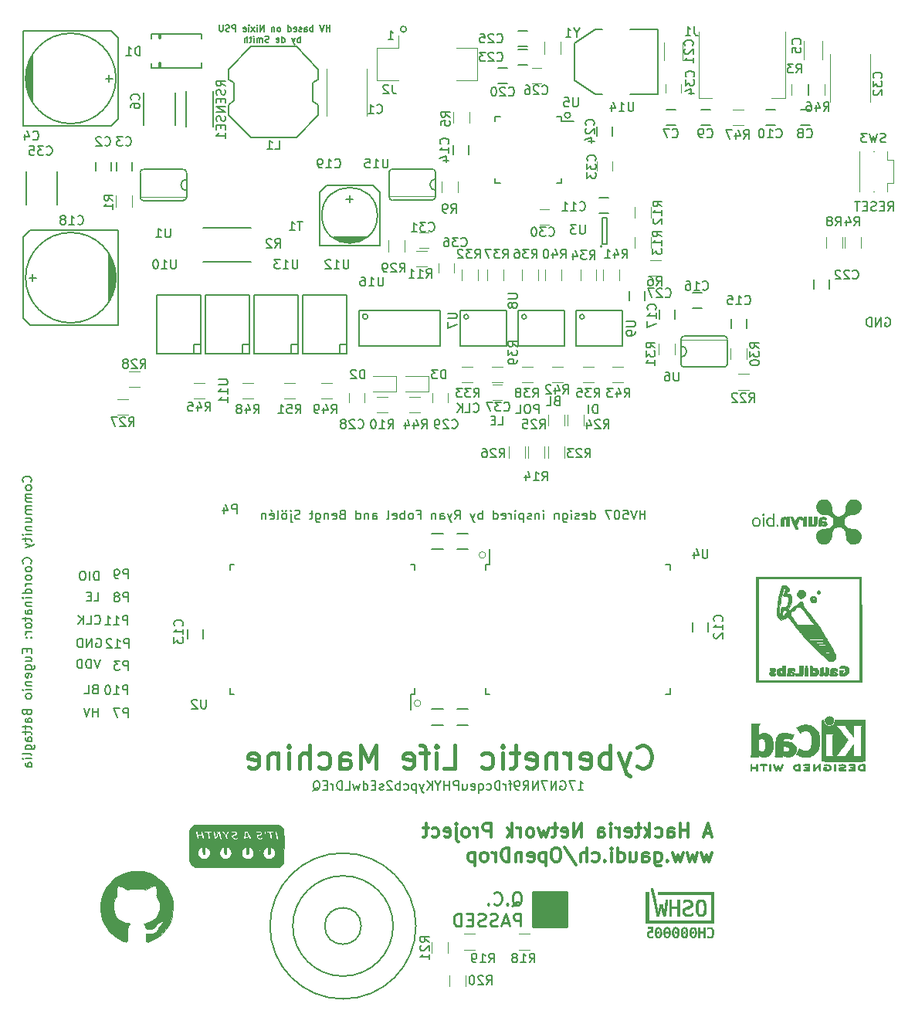
<source format=gbr>
G04 #@! TF.FileFunction,Legend,Bot*
%FSLAX46Y46*%
G04 Gerber Fmt 4.6, Leading zero omitted, Abs format (unit mm)*
G04 Created by KiCad (PCBNEW 4.0.7-e2-6376~58~ubuntu16.04.1) date Mon Aug 20 17:04:09 2018*
%MOMM*%
%LPD*%
G01*
G04 APERTURE LIST*
%ADD10C,0.100000*%
%ADD11C,0.250000*%
%ADD12C,0.150000*%
%ADD13C,0.200000*%
%ADD14C,0.400000*%
%ADD15C,0.300000*%
%ADD16C,0.120000*%
%ADD17C,0.076200*%
%ADD18C,0.152400*%
%ADD19C,0.010000*%
%ADD20C,0.254000*%
G04 APERTURE END LIST*
D10*
D11*
X106810333Y-129852667D02*
X106943667Y-129786000D01*
X107077000Y-129652667D01*
X107277000Y-129452667D01*
X107410333Y-129386000D01*
X107543667Y-129386000D01*
X107477000Y-129719333D02*
X107610333Y-129652667D01*
X107743667Y-129519333D01*
X107810333Y-129252667D01*
X107810333Y-128786000D01*
X107743667Y-128519333D01*
X107610333Y-128386000D01*
X107477000Y-128319333D01*
X107210333Y-128319333D01*
X107077000Y-128386000D01*
X106943667Y-128519333D01*
X106877000Y-128786000D01*
X106877000Y-129252667D01*
X106943667Y-129519333D01*
X107077000Y-129652667D01*
X107210333Y-129719333D01*
X107477000Y-129719333D01*
X106277000Y-129586000D02*
X106210333Y-129652667D01*
X106277000Y-129719333D01*
X106343666Y-129652667D01*
X106277000Y-129586000D01*
X106277000Y-129719333D01*
X104810333Y-129586000D02*
X104876999Y-129652667D01*
X105076999Y-129719333D01*
X105210333Y-129719333D01*
X105410333Y-129652667D01*
X105543666Y-129519333D01*
X105610333Y-129386000D01*
X105676999Y-129119333D01*
X105676999Y-128919333D01*
X105610333Y-128652667D01*
X105543666Y-128519333D01*
X105410333Y-128386000D01*
X105210333Y-128319333D01*
X105076999Y-128319333D01*
X104876999Y-128386000D01*
X104810333Y-128452667D01*
X104210333Y-129586000D02*
X104143666Y-129652667D01*
X104210333Y-129719333D01*
X104276999Y-129652667D01*
X104210333Y-129586000D01*
X104210333Y-129719333D01*
X107743667Y-132069333D02*
X107743667Y-130669333D01*
X107210333Y-130669333D01*
X107077000Y-130736000D01*
X107010333Y-130802667D01*
X106943667Y-130936000D01*
X106943667Y-131136000D01*
X107010333Y-131269333D01*
X107077000Y-131336000D01*
X107210333Y-131402667D01*
X107743667Y-131402667D01*
X106410333Y-131669333D02*
X105743667Y-131669333D01*
X106543667Y-132069333D02*
X106077000Y-130669333D01*
X105610333Y-132069333D01*
X105210333Y-132002667D02*
X105010333Y-132069333D01*
X104677000Y-132069333D01*
X104543667Y-132002667D01*
X104477000Y-131936000D01*
X104410333Y-131802667D01*
X104410333Y-131669333D01*
X104477000Y-131536000D01*
X104543667Y-131469333D01*
X104677000Y-131402667D01*
X104943667Y-131336000D01*
X105077000Y-131269333D01*
X105143667Y-131202667D01*
X105210333Y-131069333D01*
X105210333Y-130936000D01*
X105143667Y-130802667D01*
X105077000Y-130736000D01*
X104943667Y-130669333D01*
X104610333Y-130669333D01*
X104410333Y-130736000D01*
X103877000Y-132002667D02*
X103677000Y-132069333D01*
X103343667Y-132069333D01*
X103210334Y-132002667D01*
X103143667Y-131936000D01*
X103077000Y-131802667D01*
X103077000Y-131669333D01*
X103143667Y-131536000D01*
X103210334Y-131469333D01*
X103343667Y-131402667D01*
X103610334Y-131336000D01*
X103743667Y-131269333D01*
X103810334Y-131202667D01*
X103877000Y-131069333D01*
X103877000Y-130936000D01*
X103810334Y-130802667D01*
X103743667Y-130736000D01*
X103610334Y-130669333D01*
X103277000Y-130669333D01*
X103077000Y-130736000D01*
X102477001Y-131336000D02*
X102010334Y-131336000D01*
X101810334Y-132069333D02*
X102477001Y-132069333D01*
X102477001Y-130669333D01*
X101810334Y-130669333D01*
X101210334Y-132069333D02*
X101210334Y-130669333D01*
X100877000Y-130669333D01*
X100677000Y-130736000D01*
X100543667Y-130869333D01*
X100477000Y-131002667D01*
X100410334Y-131269333D01*
X100410334Y-131469333D01*
X100477000Y-131736000D01*
X100543667Y-131869333D01*
X100677000Y-132002667D01*
X100877000Y-132069333D01*
X101210334Y-132069333D01*
D12*
X148010381Y-53624381D02*
X148343715Y-53148190D01*
X148581810Y-53624381D02*
X148581810Y-52624381D01*
X148200857Y-52624381D01*
X148105619Y-52672000D01*
X148058000Y-52719619D01*
X148010381Y-52814857D01*
X148010381Y-52957714D01*
X148058000Y-53052952D01*
X148105619Y-53100571D01*
X148200857Y-53148190D01*
X148581810Y-53148190D01*
X147581810Y-53100571D02*
X147248476Y-53100571D01*
X147105619Y-53624381D02*
X147581810Y-53624381D01*
X147581810Y-52624381D01*
X147105619Y-52624381D01*
X146724667Y-53576762D02*
X146581810Y-53624381D01*
X146343714Y-53624381D01*
X146248476Y-53576762D01*
X146200857Y-53529143D01*
X146153238Y-53433905D01*
X146153238Y-53338667D01*
X146200857Y-53243429D01*
X146248476Y-53195810D01*
X146343714Y-53148190D01*
X146534191Y-53100571D01*
X146629429Y-53052952D01*
X146677048Y-53005333D01*
X146724667Y-52910095D01*
X146724667Y-52814857D01*
X146677048Y-52719619D01*
X146629429Y-52672000D01*
X146534191Y-52624381D01*
X146296095Y-52624381D01*
X146153238Y-52672000D01*
X145724667Y-53100571D02*
X145391333Y-53100571D01*
X145248476Y-53624381D02*
X145724667Y-53624381D01*
X145724667Y-52624381D01*
X145248476Y-52624381D01*
X144962762Y-52624381D02*
X144391333Y-52624381D01*
X144677048Y-53624381D02*
X144677048Y-52624381D01*
D13*
X61420286Y-109123381D02*
X61420286Y-108123381D01*
X61420286Y-108599571D02*
X60848857Y-108599571D01*
X60848857Y-109123381D02*
X60848857Y-108123381D01*
X60515524Y-108123381D02*
X60182191Y-109123381D01*
X59848857Y-108123381D01*
X61658333Y-102789381D02*
X61325000Y-103789381D01*
X60991666Y-102789381D01*
X60658333Y-103789381D02*
X60658333Y-102789381D01*
X60420238Y-102789381D01*
X60277380Y-102837000D01*
X60182142Y-102932238D01*
X60134523Y-103027476D01*
X60086904Y-103217952D01*
X60086904Y-103360810D01*
X60134523Y-103551286D01*
X60182142Y-103646524D01*
X60277380Y-103741762D01*
X60420238Y-103789381D01*
X60658333Y-103789381D01*
X59658333Y-103789381D02*
X59658333Y-102789381D01*
X59420238Y-102789381D01*
X59277380Y-102837000D01*
X59182142Y-102932238D01*
X59134523Y-103027476D01*
X59086904Y-103217952D01*
X59086904Y-103360810D01*
X59134523Y-103551286D01*
X59182142Y-103646524D01*
X59277380Y-103741762D01*
X59420238Y-103789381D01*
X59658333Y-103789381D01*
X61213904Y-100551000D02*
X61309142Y-100503381D01*
X61451999Y-100503381D01*
X61594857Y-100551000D01*
X61690095Y-100646238D01*
X61737714Y-100741476D01*
X61785333Y-100931952D01*
X61785333Y-101074810D01*
X61737714Y-101265286D01*
X61690095Y-101360524D01*
X61594857Y-101455762D01*
X61451999Y-101503381D01*
X61356761Y-101503381D01*
X61213904Y-101455762D01*
X61166285Y-101408143D01*
X61166285Y-101074810D01*
X61356761Y-101074810D01*
X60737714Y-101503381D02*
X60737714Y-100503381D01*
X60166285Y-101503381D01*
X60166285Y-100503381D01*
X59690095Y-101503381D02*
X59690095Y-100503381D01*
X59452000Y-100503381D01*
X59309142Y-100551000D01*
X59213904Y-100646238D01*
X59166285Y-100741476D01*
X59118666Y-100931952D01*
X59118666Y-101074810D01*
X59166285Y-101265286D01*
X59213904Y-101360524D01*
X59309142Y-101455762D01*
X59452000Y-101503381D01*
X59690095Y-101503381D01*
X61047238Y-98868143D02*
X61094857Y-98915762D01*
X61237714Y-98963381D01*
X61332952Y-98963381D01*
X61475810Y-98915762D01*
X61571048Y-98820524D01*
X61618667Y-98725286D01*
X61666286Y-98534810D01*
X61666286Y-98391952D01*
X61618667Y-98201476D01*
X61571048Y-98106238D01*
X61475810Y-98011000D01*
X61332952Y-97963381D01*
X61237714Y-97963381D01*
X61094857Y-98011000D01*
X61047238Y-98058619D01*
X60142476Y-98963381D02*
X60618667Y-98963381D01*
X60618667Y-97963381D01*
X59809143Y-98963381D02*
X59809143Y-97963381D01*
X59237714Y-98963381D02*
X59666286Y-98391952D01*
X59237714Y-97963381D02*
X59809143Y-98534810D01*
X60975857Y-96423381D02*
X61452048Y-96423381D01*
X61452048Y-95423381D01*
X60642524Y-95899571D02*
X60309190Y-95899571D01*
X60166333Y-96423381D02*
X60642524Y-96423381D01*
X60642524Y-95423381D01*
X60166333Y-95423381D01*
X61475809Y-94137381D02*
X61475809Y-93137381D01*
X61237714Y-93137381D01*
X61094856Y-93185000D01*
X60999618Y-93280238D01*
X60951999Y-93375476D01*
X60904380Y-93565952D01*
X60904380Y-93708810D01*
X60951999Y-93899286D01*
X60999618Y-93994524D01*
X61094856Y-94089762D01*
X61237714Y-94137381D01*
X61475809Y-94137381D01*
X60475809Y-94137381D02*
X60475809Y-93137381D01*
X59809143Y-93137381D02*
X59618666Y-93137381D01*
X59523428Y-93185000D01*
X59428190Y-93280238D01*
X59380571Y-93470714D01*
X59380571Y-93804048D01*
X59428190Y-93994524D01*
X59523428Y-94089762D01*
X59618666Y-94137381D01*
X59809143Y-94137381D01*
X59904381Y-94089762D01*
X59999619Y-93994524D01*
X60047238Y-93804048D01*
X60047238Y-93470714D01*
X59999619Y-93280238D01*
X59904381Y-93185000D01*
X59809143Y-93137381D01*
X61039333Y-106059571D02*
X60896476Y-106107190D01*
X60848857Y-106154810D01*
X60801238Y-106250048D01*
X60801238Y-106392905D01*
X60848857Y-106488143D01*
X60896476Y-106535762D01*
X60991714Y-106583381D01*
X61372667Y-106583381D01*
X61372667Y-105583381D01*
X61039333Y-105583381D01*
X60944095Y-105631000D01*
X60896476Y-105678619D01*
X60848857Y-105773857D01*
X60848857Y-105869095D01*
X60896476Y-105964333D01*
X60944095Y-106011952D01*
X61039333Y-106059571D01*
X61372667Y-106059571D01*
X59896476Y-106583381D02*
X60372667Y-106583381D01*
X60372667Y-105583381D01*
X102576238Y-75627143D02*
X102623857Y-75674762D01*
X102766714Y-75722381D01*
X102861952Y-75722381D01*
X103004810Y-75674762D01*
X103100048Y-75579524D01*
X103147667Y-75484286D01*
X103195286Y-75293810D01*
X103195286Y-75150952D01*
X103147667Y-74960476D01*
X103100048Y-74865238D01*
X103004810Y-74770000D01*
X102861952Y-74722381D01*
X102766714Y-74722381D01*
X102623857Y-74770000D01*
X102576238Y-74817619D01*
X101671476Y-75722381D02*
X102147667Y-75722381D01*
X102147667Y-74722381D01*
X101338143Y-75722381D02*
X101338143Y-74722381D01*
X100766714Y-75722381D02*
X101195286Y-75150952D01*
X100766714Y-74722381D02*
X101338143Y-75293810D01*
X105298857Y-77119381D02*
X105775048Y-77119381D01*
X105775048Y-76119381D01*
X104965524Y-76595571D02*
X104632190Y-76595571D01*
X104489333Y-77119381D02*
X104965524Y-77119381D01*
X104965524Y-76119381D01*
X104489333Y-76119381D01*
X109775476Y-75849381D02*
X109775476Y-74849381D01*
X109394523Y-74849381D01*
X109299285Y-74897000D01*
X109251666Y-74944619D01*
X109204047Y-75039857D01*
X109204047Y-75182714D01*
X109251666Y-75277952D01*
X109299285Y-75325571D01*
X109394523Y-75373190D01*
X109775476Y-75373190D01*
X108585000Y-74849381D02*
X108394523Y-74849381D01*
X108299285Y-74897000D01*
X108204047Y-74992238D01*
X108156428Y-75182714D01*
X108156428Y-75516048D01*
X108204047Y-75706524D01*
X108299285Y-75801762D01*
X108394523Y-75849381D01*
X108585000Y-75849381D01*
X108680238Y-75801762D01*
X108775476Y-75706524D01*
X108823095Y-75516048D01*
X108823095Y-75182714D01*
X108775476Y-74992238D01*
X108680238Y-74897000D01*
X108585000Y-74849381D01*
X107251666Y-75849381D02*
X107727857Y-75849381D01*
X107727857Y-74849381D01*
X111712333Y-74436571D02*
X111569476Y-74484190D01*
X111521857Y-74531810D01*
X111474238Y-74627048D01*
X111474238Y-74769905D01*
X111521857Y-74865143D01*
X111569476Y-74912762D01*
X111664714Y-74960381D01*
X112045667Y-74960381D01*
X112045667Y-73960381D01*
X111712333Y-73960381D01*
X111617095Y-74008000D01*
X111569476Y-74055619D01*
X111521857Y-74150857D01*
X111521857Y-74246095D01*
X111569476Y-74341333D01*
X111617095Y-74388952D01*
X111712333Y-74436571D01*
X112045667Y-74436571D01*
X110569476Y-74960381D02*
X111045667Y-74960381D01*
X111045667Y-73960381D01*
X116197000Y-75849381D02*
X116197000Y-74849381D01*
X115958905Y-74849381D01*
X115816047Y-74897000D01*
X115720809Y-74992238D01*
X115673190Y-75087476D01*
X115625571Y-75277952D01*
X115625571Y-75420810D01*
X115673190Y-75611286D01*
X115720809Y-75706524D01*
X115816047Y-75801762D01*
X115958905Y-75849381D01*
X116197000Y-75849381D01*
X115197000Y-75849381D02*
X115197000Y-74849381D01*
X147736904Y-65372000D02*
X147832142Y-65324381D01*
X147974999Y-65324381D01*
X148117857Y-65372000D01*
X148213095Y-65467238D01*
X148260714Y-65562476D01*
X148308333Y-65752952D01*
X148308333Y-65895810D01*
X148260714Y-66086286D01*
X148213095Y-66181524D01*
X148117857Y-66276762D01*
X147974999Y-66324381D01*
X147879761Y-66324381D01*
X147736904Y-66276762D01*
X147689285Y-66229143D01*
X147689285Y-65895810D01*
X147879761Y-65895810D01*
X147260714Y-66324381D02*
X147260714Y-65324381D01*
X146689285Y-66324381D01*
X146689285Y-65324381D01*
X146213095Y-66324381D02*
X146213095Y-65324381D01*
X145975000Y-65324381D01*
X145832142Y-65372000D01*
X145736904Y-65467238D01*
X145689285Y-65562476D01*
X145641666Y-65752952D01*
X145641666Y-65895810D01*
X145689285Y-66086286D01*
X145736904Y-66181524D01*
X145832142Y-66276762D01*
X145975000Y-66324381D01*
X146213095Y-66324381D01*
D12*
X114036287Y-117124381D02*
X114607716Y-117124381D01*
X114322002Y-117124381D02*
X114322002Y-116124381D01*
X114417240Y-116267238D01*
X114512478Y-116362476D01*
X114607716Y-116410095D01*
X113702954Y-116124381D02*
X113036287Y-116124381D01*
X113464859Y-117124381D01*
X112131525Y-116172000D02*
X112226763Y-116124381D01*
X112369620Y-116124381D01*
X112512478Y-116172000D01*
X112607716Y-116267238D01*
X112655335Y-116362476D01*
X112702954Y-116552952D01*
X112702954Y-116695810D01*
X112655335Y-116886286D01*
X112607716Y-116981524D01*
X112512478Y-117076762D01*
X112369620Y-117124381D01*
X112274382Y-117124381D01*
X112131525Y-117076762D01*
X112083906Y-117029143D01*
X112083906Y-116695810D01*
X112274382Y-116695810D01*
X111655335Y-117124381D02*
X111655335Y-116124381D01*
X111083906Y-117124381D01*
X111083906Y-116124381D01*
X110702954Y-116124381D02*
X110036287Y-116124381D01*
X110464859Y-117124381D01*
X109655335Y-117124381D02*
X109655335Y-116124381D01*
X109083906Y-117124381D01*
X109083906Y-116124381D01*
X108036287Y-117124381D02*
X108369621Y-116648190D01*
X108607716Y-117124381D02*
X108607716Y-116124381D01*
X108226763Y-116124381D01*
X108131525Y-116172000D01*
X108083906Y-116219619D01*
X108036287Y-116314857D01*
X108036287Y-116457714D01*
X108083906Y-116552952D01*
X108131525Y-116600571D01*
X108226763Y-116648190D01*
X108607716Y-116648190D01*
X107560097Y-117124381D02*
X107369621Y-117124381D01*
X107274382Y-117076762D01*
X107226763Y-117029143D01*
X107131525Y-116886286D01*
X107083906Y-116695810D01*
X107083906Y-116314857D01*
X107131525Y-116219619D01*
X107179144Y-116172000D01*
X107274382Y-116124381D01*
X107464859Y-116124381D01*
X107560097Y-116172000D01*
X107607716Y-116219619D01*
X107655335Y-116314857D01*
X107655335Y-116552952D01*
X107607716Y-116648190D01*
X107560097Y-116695810D01*
X107464859Y-116743429D01*
X107274382Y-116743429D01*
X107179144Y-116695810D01*
X107131525Y-116648190D01*
X107083906Y-116552952D01*
X106798192Y-116457714D02*
X106417240Y-116457714D01*
X106655335Y-117124381D02*
X106655335Y-116267238D01*
X106607716Y-116172000D01*
X106512478Y-116124381D01*
X106417240Y-116124381D01*
X106083906Y-117124381D02*
X106083906Y-116457714D01*
X106083906Y-116648190D02*
X106036287Y-116552952D01*
X105988668Y-116505333D01*
X105893430Y-116457714D01*
X105798191Y-116457714D01*
X105464858Y-117124381D02*
X105464858Y-116124381D01*
X105226763Y-116124381D01*
X105083905Y-116172000D01*
X104988667Y-116267238D01*
X104941048Y-116362476D01*
X104893429Y-116552952D01*
X104893429Y-116695810D01*
X104941048Y-116886286D01*
X104988667Y-116981524D01*
X105083905Y-117076762D01*
X105226763Y-117124381D01*
X105464858Y-117124381D01*
X104036286Y-117076762D02*
X104131524Y-117124381D01*
X104322001Y-117124381D01*
X104417239Y-117076762D01*
X104464858Y-117029143D01*
X104512477Y-116933905D01*
X104512477Y-116648190D01*
X104464858Y-116552952D01*
X104417239Y-116505333D01*
X104322001Y-116457714D01*
X104131524Y-116457714D01*
X104036286Y-116505333D01*
X103179143Y-116457714D02*
X103179143Y-117457714D01*
X103179143Y-117076762D02*
X103274381Y-117124381D01*
X103464858Y-117124381D01*
X103560096Y-117076762D01*
X103607715Y-117029143D01*
X103655334Y-116933905D01*
X103655334Y-116648190D01*
X103607715Y-116552952D01*
X103560096Y-116505333D01*
X103464858Y-116457714D01*
X103274381Y-116457714D01*
X103179143Y-116505333D01*
X102322000Y-117076762D02*
X102417238Y-117124381D01*
X102607715Y-117124381D01*
X102702953Y-117076762D01*
X102750572Y-116981524D01*
X102750572Y-116600571D01*
X102702953Y-116505333D01*
X102607715Y-116457714D01*
X102417238Y-116457714D01*
X102322000Y-116505333D01*
X102274381Y-116600571D01*
X102274381Y-116695810D01*
X102750572Y-116791048D01*
X101417238Y-116457714D02*
X101417238Y-117124381D01*
X101845810Y-116457714D02*
X101845810Y-116981524D01*
X101798191Y-117076762D01*
X101702953Y-117124381D01*
X101560095Y-117124381D01*
X101464857Y-117076762D01*
X101417238Y-117029143D01*
X100941048Y-117124381D02*
X100941048Y-116124381D01*
X100560095Y-116124381D01*
X100464857Y-116172000D01*
X100417238Y-116219619D01*
X100369619Y-116314857D01*
X100369619Y-116457714D01*
X100417238Y-116552952D01*
X100464857Y-116600571D01*
X100560095Y-116648190D01*
X100941048Y-116648190D01*
X99941048Y-117124381D02*
X99941048Y-116124381D01*
X99941048Y-116600571D02*
X99369619Y-116600571D01*
X99369619Y-117124381D02*
X99369619Y-116124381D01*
X98702953Y-116648190D02*
X98702953Y-117124381D01*
X99036286Y-116124381D02*
X98702953Y-116648190D01*
X98369619Y-116124381D01*
X98036286Y-117124381D02*
X98036286Y-116124381D01*
X97464857Y-117124381D02*
X97893429Y-116552952D01*
X97464857Y-116124381D02*
X98036286Y-116695810D01*
X97131524Y-116457714D02*
X96893429Y-117124381D01*
X96655333Y-116457714D02*
X96893429Y-117124381D01*
X96988667Y-117362476D01*
X97036286Y-117410095D01*
X97131524Y-117457714D01*
X96274381Y-116457714D02*
X96274381Y-117457714D01*
X96274381Y-116505333D02*
X96179143Y-116457714D01*
X95988666Y-116457714D01*
X95893428Y-116505333D01*
X95845809Y-116552952D01*
X95798190Y-116648190D01*
X95798190Y-116933905D01*
X95845809Y-117029143D01*
X95893428Y-117076762D01*
X95988666Y-117124381D01*
X96179143Y-117124381D01*
X96274381Y-117076762D01*
X94941047Y-117076762D02*
X95036285Y-117124381D01*
X95226762Y-117124381D01*
X95322000Y-117076762D01*
X95369619Y-117029143D01*
X95417238Y-116933905D01*
X95417238Y-116648190D01*
X95369619Y-116552952D01*
X95322000Y-116505333D01*
X95226762Y-116457714D01*
X95036285Y-116457714D01*
X94941047Y-116505333D01*
X94512476Y-117124381D02*
X94512476Y-116124381D01*
X94512476Y-116505333D02*
X94417238Y-116457714D01*
X94226761Y-116457714D01*
X94131523Y-116505333D01*
X94083904Y-116552952D01*
X94036285Y-116648190D01*
X94036285Y-116933905D01*
X94083904Y-117029143D01*
X94131523Y-117076762D01*
X94226761Y-117124381D01*
X94417238Y-117124381D01*
X94512476Y-117076762D01*
X93655333Y-116219619D02*
X93607714Y-116172000D01*
X93512476Y-116124381D01*
X93274380Y-116124381D01*
X93179142Y-116172000D01*
X93131523Y-116219619D01*
X93083904Y-116314857D01*
X93083904Y-116410095D01*
X93131523Y-116552952D01*
X93702952Y-117124381D01*
X93083904Y-117124381D01*
X92702952Y-117076762D02*
X92607714Y-117124381D01*
X92417238Y-117124381D01*
X92321999Y-117076762D01*
X92274380Y-116981524D01*
X92274380Y-116933905D01*
X92321999Y-116838667D01*
X92417238Y-116791048D01*
X92560095Y-116791048D01*
X92655333Y-116743429D01*
X92702952Y-116648190D01*
X92702952Y-116600571D01*
X92655333Y-116505333D01*
X92560095Y-116457714D01*
X92417238Y-116457714D01*
X92321999Y-116505333D01*
X91845809Y-116600571D02*
X91512475Y-116600571D01*
X91369618Y-117124381D02*
X91845809Y-117124381D01*
X91845809Y-116124381D01*
X91369618Y-116124381D01*
X90512475Y-117124381D02*
X90512475Y-116124381D01*
X90512475Y-117076762D02*
X90607713Y-117124381D01*
X90798190Y-117124381D01*
X90893428Y-117076762D01*
X90941047Y-117029143D01*
X90988666Y-116933905D01*
X90988666Y-116648190D01*
X90941047Y-116552952D01*
X90893428Y-116505333D01*
X90798190Y-116457714D01*
X90607713Y-116457714D01*
X90512475Y-116505333D01*
X90131523Y-116457714D02*
X89941047Y-117124381D01*
X89750570Y-116648190D01*
X89560094Y-117124381D01*
X89369618Y-116457714D01*
X88512475Y-117124381D02*
X88988666Y-117124381D01*
X88988666Y-116124381D01*
X88179142Y-117124381D02*
X88179142Y-116124381D01*
X87941047Y-116124381D01*
X87798189Y-116172000D01*
X87702951Y-116267238D01*
X87655332Y-116362476D01*
X87607713Y-116552952D01*
X87607713Y-116695810D01*
X87655332Y-116886286D01*
X87702951Y-116981524D01*
X87798189Y-117076762D01*
X87941047Y-117124381D01*
X88179142Y-117124381D01*
X87179142Y-117124381D02*
X87179142Y-116457714D01*
X87179142Y-116648190D02*
X87131523Y-116552952D01*
X87083904Y-116505333D01*
X86988666Y-116457714D01*
X86893427Y-116457714D01*
X86560094Y-116600571D02*
X86226760Y-116600571D01*
X86083903Y-117124381D02*
X86560094Y-117124381D01*
X86560094Y-116124381D01*
X86083903Y-116124381D01*
X84988665Y-117219619D02*
X85083903Y-117172000D01*
X85179141Y-117076762D01*
X85321998Y-116933905D01*
X85417237Y-116886286D01*
X85512475Y-116886286D01*
X85464856Y-117124381D02*
X85560094Y-117076762D01*
X85655332Y-116981524D01*
X85702951Y-116791048D01*
X85702951Y-116457714D01*
X85655332Y-116267238D01*
X85560094Y-116172000D01*
X85464856Y-116124381D01*
X85274379Y-116124381D01*
X85179141Y-116172000D01*
X85083903Y-116267238D01*
X85036284Y-116457714D01*
X85036284Y-116791048D01*
X85083903Y-116981524D01*
X85179141Y-117076762D01*
X85274379Y-117124381D01*
X85464856Y-117124381D01*
D10*
X103915210Y-91372000D02*
G75*
G03X103915210Y-91372000I-359210J0D01*
G01*
X96803210Y-107628000D02*
G75*
G03X96803210Y-107628000I-359210J0D01*
G01*
D14*
X120544237Y-114516857D02*
X120663285Y-114635905D01*
X121020428Y-114754952D01*
X121258523Y-114754952D01*
X121615666Y-114635905D01*
X121853761Y-114397810D01*
X121972809Y-114159714D01*
X122091857Y-113683524D01*
X122091857Y-113326381D01*
X121972809Y-112850190D01*
X121853761Y-112612095D01*
X121615666Y-112374000D01*
X121258523Y-112254952D01*
X121020428Y-112254952D01*
X120663285Y-112374000D01*
X120544237Y-112493048D01*
X119710904Y-113088286D02*
X119115666Y-114754952D01*
X118520428Y-113088286D02*
X119115666Y-114754952D01*
X119353761Y-115350190D01*
X119472809Y-115469238D01*
X119710904Y-115588286D01*
X117568047Y-114754952D02*
X117568047Y-112254952D01*
X117568047Y-113207333D02*
X117329952Y-113088286D01*
X116853761Y-113088286D01*
X116615666Y-113207333D01*
X116496618Y-113326381D01*
X116377571Y-113564476D01*
X116377571Y-114278762D01*
X116496618Y-114516857D01*
X116615666Y-114635905D01*
X116853761Y-114754952D01*
X117329952Y-114754952D01*
X117568047Y-114635905D01*
X114353761Y-114635905D02*
X114591856Y-114754952D01*
X115068047Y-114754952D01*
X115306142Y-114635905D01*
X115425190Y-114397810D01*
X115425190Y-113445429D01*
X115306142Y-113207333D01*
X115068047Y-113088286D01*
X114591856Y-113088286D01*
X114353761Y-113207333D01*
X114234713Y-113445429D01*
X114234713Y-113683524D01*
X115425190Y-113921619D01*
X113163285Y-114754952D02*
X113163285Y-113088286D01*
X113163285Y-113564476D02*
X113044237Y-113326381D01*
X112925190Y-113207333D01*
X112687094Y-113088286D01*
X112448999Y-113088286D01*
X111615666Y-113088286D02*
X111615666Y-114754952D01*
X111615666Y-113326381D02*
X111496618Y-113207333D01*
X111258523Y-113088286D01*
X110901380Y-113088286D01*
X110663285Y-113207333D01*
X110544237Y-113445429D01*
X110544237Y-114754952D01*
X108401380Y-114635905D02*
X108639475Y-114754952D01*
X109115666Y-114754952D01*
X109353761Y-114635905D01*
X109472809Y-114397810D01*
X109472809Y-113445429D01*
X109353761Y-113207333D01*
X109115666Y-113088286D01*
X108639475Y-113088286D01*
X108401380Y-113207333D01*
X108282332Y-113445429D01*
X108282332Y-113683524D01*
X109472809Y-113921619D01*
X107568047Y-113088286D02*
X106615666Y-113088286D01*
X107210904Y-112254952D02*
X107210904Y-114397810D01*
X107091856Y-114635905D01*
X106853761Y-114754952D01*
X106615666Y-114754952D01*
X105782333Y-114754952D02*
X105782333Y-113088286D01*
X105782333Y-112254952D02*
X105901381Y-112374000D01*
X105782333Y-112493048D01*
X105663285Y-112374000D01*
X105782333Y-112254952D01*
X105782333Y-112493048D01*
X103520428Y-114635905D02*
X103758524Y-114754952D01*
X104234714Y-114754952D01*
X104472809Y-114635905D01*
X104591857Y-114516857D01*
X104710905Y-114278762D01*
X104710905Y-113564476D01*
X104591857Y-113326381D01*
X104472809Y-113207333D01*
X104234714Y-113088286D01*
X103758524Y-113088286D01*
X103520428Y-113207333D01*
X99353762Y-114754952D02*
X100544238Y-114754952D01*
X100544238Y-112254952D01*
X98520428Y-114754952D02*
X98520428Y-113088286D01*
X98520428Y-112254952D02*
X98639476Y-112374000D01*
X98520428Y-112493048D01*
X98401380Y-112374000D01*
X98520428Y-112254952D01*
X98520428Y-112493048D01*
X97687095Y-113088286D02*
X96734714Y-113088286D01*
X97329952Y-114754952D02*
X97329952Y-112612095D01*
X97210904Y-112374000D01*
X96972809Y-112254952D01*
X96734714Y-112254952D01*
X94949000Y-114635905D02*
X95187095Y-114754952D01*
X95663286Y-114754952D01*
X95901381Y-114635905D01*
X96020429Y-114397810D01*
X96020429Y-113445429D01*
X95901381Y-113207333D01*
X95663286Y-113088286D01*
X95187095Y-113088286D01*
X94949000Y-113207333D01*
X94829952Y-113445429D01*
X94829952Y-113683524D01*
X96020429Y-113921619D01*
X91853762Y-114754952D02*
X91853762Y-112254952D01*
X91020429Y-114040667D01*
X90187095Y-112254952D01*
X90187095Y-114754952D01*
X87925190Y-114754952D02*
X87925190Y-113445429D01*
X88044238Y-113207333D01*
X88282333Y-113088286D01*
X88758524Y-113088286D01*
X88996619Y-113207333D01*
X87925190Y-114635905D02*
X88163286Y-114754952D01*
X88758524Y-114754952D01*
X88996619Y-114635905D01*
X89115667Y-114397810D01*
X89115667Y-114159714D01*
X88996619Y-113921619D01*
X88758524Y-113802571D01*
X88163286Y-113802571D01*
X87925190Y-113683524D01*
X85663285Y-114635905D02*
X85901381Y-114754952D01*
X86377571Y-114754952D01*
X86615666Y-114635905D01*
X86734714Y-114516857D01*
X86853762Y-114278762D01*
X86853762Y-113564476D01*
X86734714Y-113326381D01*
X86615666Y-113207333D01*
X86377571Y-113088286D01*
X85901381Y-113088286D01*
X85663285Y-113207333D01*
X84591857Y-114754952D02*
X84591857Y-112254952D01*
X83520428Y-114754952D02*
X83520428Y-113445429D01*
X83639476Y-113207333D01*
X83877571Y-113088286D01*
X84234714Y-113088286D01*
X84472809Y-113207333D01*
X84591857Y-113326381D01*
X82329952Y-114754952D02*
X82329952Y-113088286D01*
X82329952Y-112254952D02*
X82449000Y-112374000D01*
X82329952Y-112493048D01*
X82210904Y-112374000D01*
X82329952Y-112254952D01*
X82329952Y-112493048D01*
X81139476Y-113088286D02*
X81139476Y-114754952D01*
X81139476Y-113326381D02*
X81020428Y-113207333D01*
X80782333Y-113088286D01*
X80425190Y-113088286D01*
X80187095Y-113207333D01*
X80068047Y-113445429D01*
X80068047Y-114754952D01*
X77925190Y-114635905D02*
X78163285Y-114754952D01*
X78639476Y-114754952D01*
X78877571Y-114635905D01*
X78996619Y-114397810D01*
X78996619Y-113445429D01*
X78877571Y-113207333D01*
X78639476Y-113088286D01*
X78163285Y-113088286D01*
X77925190Y-113207333D01*
X77806142Y-113445429D01*
X77806142Y-113683524D01*
X78996619Y-113921619D01*
D12*
X54032143Y-83341666D02*
X54079762Y-83294047D01*
X54127381Y-83151190D01*
X54127381Y-83055952D01*
X54079762Y-82913094D01*
X53984524Y-82817856D01*
X53889286Y-82770237D01*
X53698810Y-82722618D01*
X53555952Y-82722618D01*
X53365476Y-82770237D01*
X53270238Y-82817856D01*
X53175000Y-82913094D01*
X53127381Y-83055952D01*
X53127381Y-83151190D01*
X53175000Y-83294047D01*
X53222619Y-83341666D01*
X54127381Y-83913094D02*
X54079762Y-83817856D01*
X54032143Y-83770237D01*
X53936905Y-83722618D01*
X53651190Y-83722618D01*
X53555952Y-83770237D01*
X53508333Y-83817856D01*
X53460714Y-83913094D01*
X53460714Y-84055952D01*
X53508333Y-84151190D01*
X53555952Y-84198809D01*
X53651190Y-84246428D01*
X53936905Y-84246428D01*
X54032143Y-84198809D01*
X54079762Y-84151190D01*
X54127381Y-84055952D01*
X54127381Y-83913094D01*
X54127381Y-84674999D02*
X53460714Y-84674999D01*
X53555952Y-84674999D02*
X53508333Y-84722618D01*
X53460714Y-84817856D01*
X53460714Y-84960714D01*
X53508333Y-85055952D01*
X53603571Y-85103571D01*
X54127381Y-85103571D01*
X53603571Y-85103571D02*
X53508333Y-85151190D01*
X53460714Y-85246428D01*
X53460714Y-85389285D01*
X53508333Y-85484523D01*
X53603571Y-85532142D01*
X54127381Y-85532142D01*
X54127381Y-86008332D02*
X53460714Y-86008332D01*
X53555952Y-86008332D02*
X53508333Y-86055951D01*
X53460714Y-86151189D01*
X53460714Y-86294047D01*
X53508333Y-86389285D01*
X53603571Y-86436904D01*
X54127381Y-86436904D01*
X53603571Y-86436904D02*
X53508333Y-86484523D01*
X53460714Y-86579761D01*
X53460714Y-86722618D01*
X53508333Y-86817856D01*
X53603571Y-86865475D01*
X54127381Y-86865475D01*
X53460714Y-87770237D02*
X54127381Y-87770237D01*
X53460714Y-87341665D02*
X53984524Y-87341665D01*
X54079762Y-87389284D01*
X54127381Y-87484522D01*
X54127381Y-87627380D01*
X54079762Y-87722618D01*
X54032143Y-87770237D01*
X53460714Y-88246427D02*
X54127381Y-88246427D01*
X53555952Y-88246427D02*
X53508333Y-88294046D01*
X53460714Y-88389284D01*
X53460714Y-88532142D01*
X53508333Y-88627380D01*
X53603571Y-88674999D01*
X54127381Y-88674999D01*
X54127381Y-89151189D02*
X53460714Y-89151189D01*
X53127381Y-89151189D02*
X53175000Y-89103570D01*
X53222619Y-89151189D01*
X53175000Y-89198808D01*
X53127381Y-89151189D01*
X53222619Y-89151189D01*
X53460714Y-89484522D02*
X53460714Y-89865474D01*
X53127381Y-89627379D02*
X53984524Y-89627379D01*
X54079762Y-89674998D01*
X54127381Y-89770236D01*
X54127381Y-89865474D01*
X53460714Y-90103570D02*
X54127381Y-90341665D01*
X53460714Y-90579761D02*
X54127381Y-90341665D01*
X54365476Y-90246427D01*
X54413095Y-90198808D01*
X54460714Y-90103570D01*
X54032143Y-92294047D02*
X54079762Y-92246428D01*
X54127381Y-92103571D01*
X54127381Y-92008333D01*
X54079762Y-91865475D01*
X53984524Y-91770237D01*
X53889286Y-91722618D01*
X53698810Y-91674999D01*
X53555952Y-91674999D01*
X53365476Y-91722618D01*
X53270238Y-91770237D01*
X53175000Y-91865475D01*
X53127381Y-92008333D01*
X53127381Y-92103571D01*
X53175000Y-92246428D01*
X53222619Y-92294047D01*
X54127381Y-92865475D02*
X54079762Y-92770237D01*
X54032143Y-92722618D01*
X53936905Y-92674999D01*
X53651190Y-92674999D01*
X53555952Y-92722618D01*
X53508333Y-92770237D01*
X53460714Y-92865475D01*
X53460714Y-93008333D01*
X53508333Y-93103571D01*
X53555952Y-93151190D01*
X53651190Y-93198809D01*
X53936905Y-93198809D01*
X54032143Y-93151190D01*
X54079762Y-93103571D01*
X54127381Y-93008333D01*
X54127381Y-92865475D01*
X54127381Y-93770237D02*
X54079762Y-93674999D01*
X54032143Y-93627380D01*
X53936905Y-93579761D01*
X53651190Y-93579761D01*
X53555952Y-93627380D01*
X53508333Y-93674999D01*
X53460714Y-93770237D01*
X53460714Y-93913095D01*
X53508333Y-94008333D01*
X53555952Y-94055952D01*
X53651190Y-94103571D01*
X53936905Y-94103571D01*
X54032143Y-94055952D01*
X54079762Y-94008333D01*
X54127381Y-93913095D01*
X54127381Y-93770237D01*
X54127381Y-94532142D02*
X53460714Y-94532142D01*
X53651190Y-94532142D02*
X53555952Y-94579761D01*
X53508333Y-94627380D01*
X53460714Y-94722618D01*
X53460714Y-94817857D01*
X54127381Y-95579762D02*
X53127381Y-95579762D01*
X54079762Y-95579762D02*
X54127381Y-95484524D01*
X54127381Y-95294047D01*
X54079762Y-95198809D01*
X54032143Y-95151190D01*
X53936905Y-95103571D01*
X53651190Y-95103571D01*
X53555952Y-95151190D01*
X53508333Y-95198809D01*
X53460714Y-95294047D01*
X53460714Y-95484524D01*
X53508333Y-95579762D01*
X54127381Y-96055952D02*
X53460714Y-96055952D01*
X53127381Y-96055952D02*
X53175000Y-96008333D01*
X53222619Y-96055952D01*
X53175000Y-96103571D01*
X53127381Y-96055952D01*
X53222619Y-96055952D01*
X53460714Y-96532142D02*
X54127381Y-96532142D01*
X53555952Y-96532142D02*
X53508333Y-96579761D01*
X53460714Y-96674999D01*
X53460714Y-96817857D01*
X53508333Y-96913095D01*
X53603571Y-96960714D01*
X54127381Y-96960714D01*
X54127381Y-97865476D02*
X53603571Y-97865476D01*
X53508333Y-97817857D01*
X53460714Y-97722619D01*
X53460714Y-97532142D01*
X53508333Y-97436904D01*
X54079762Y-97865476D02*
X54127381Y-97770238D01*
X54127381Y-97532142D01*
X54079762Y-97436904D01*
X53984524Y-97389285D01*
X53889286Y-97389285D01*
X53794048Y-97436904D01*
X53746429Y-97532142D01*
X53746429Y-97770238D01*
X53698810Y-97865476D01*
X53460714Y-98198809D02*
X53460714Y-98579761D01*
X53127381Y-98341666D02*
X53984524Y-98341666D01*
X54079762Y-98389285D01*
X54127381Y-98484523D01*
X54127381Y-98579761D01*
X54127381Y-99055952D02*
X54079762Y-98960714D01*
X54032143Y-98913095D01*
X53936905Y-98865476D01*
X53651190Y-98865476D01*
X53555952Y-98913095D01*
X53508333Y-98960714D01*
X53460714Y-99055952D01*
X53460714Y-99198810D01*
X53508333Y-99294048D01*
X53555952Y-99341667D01*
X53651190Y-99389286D01*
X53936905Y-99389286D01*
X54032143Y-99341667D01*
X54079762Y-99294048D01*
X54127381Y-99198810D01*
X54127381Y-99055952D01*
X54127381Y-99817857D02*
X53460714Y-99817857D01*
X53651190Y-99817857D02*
X53555952Y-99865476D01*
X53508333Y-99913095D01*
X53460714Y-100008333D01*
X53460714Y-100103572D01*
X54032143Y-100436905D02*
X54079762Y-100484524D01*
X54127381Y-100436905D01*
X54079762Y-100389286D01*
X54032143Y-100436905D01*
X54127381Y-100436905D01*
X53508333Y-100436905D02*
X53555952Y-100484524D01*
X53603571Y-100436905D01*
X53555952Y-100389286D01*
X53508333Y-100436905D01*
X53603571Y-100436905D01*
X53603571Y-101675000D02*
X53603571Y-102008334D01*
X54127381Y-102151191D02*
X54127381Y-101675000D01*
X53127381Y-101675000D01*
X53127381Y-102151191D01*
X53460714Y-103008334D02*
X54127381Y-103008334D01*
X53460714Y-102579762D02*
X53984524Y-102579762D01*
X54079762Y-102627381D01*
X54127381Y-102722619D01*
X54127381Y-102865477D01*
X54079762Y-102960715D01*
X54032143Y-103008334D01*
X53460714Y-103913096D02*
X54270238Y-103913096D01*
X54365476Y-103865477D01*
X54413095Y-103817858D01*
X54460714Y-103722619D01*
X54460714Y-103579762D01*
X54413095Y-103484524D01*
X54079762Y-103913096D02*
X54127381Y-103817858D01*
X54127381Y-103627381D01*
X54079762Y-103532143D01*
X54032143Y-103484524D01*
X53936905Y-103436905D01*
X53651190Y-103436905D01*
X53555952Y-103484524D01*
X53508333Y-103532143D01*
X53460714Y-103627381D01*
X53460714Y-103817858D01*
X53508333Y-103913096D01*
X54079762Y-104770239D02*
X54127381Y-104675001D01*
X54127381Y-104484524D01*
X54079762Y-104389286D01*
X53984524Y-104341667D01*
X53603571Y-104341667D01*
X53508333Y-104389286D01*
X53460714Y-104484524D01*
X53460714Y-104675001D01*
X53508333Y-104770239D01*
X53603571Y-104817858D01*
X53698810Y-104817858D01*
X53794048Y-104341667D01*
X53460714Y-105246429D02*
X54127381Y-105246429D01*
X53555952Y-105246429D02*
X53508333Y-105294048D01*
X53460714Y-105389286D01*
X53460714Y-105532144D01*
X53508333Y-105627382D01*
X53603571Y-105675001D01*
X54127381Y-105675001D01*
X54127381Y-106151191D02*
X53460714Y-106151191D01*
X53127381Y-106151191D02*
X53175000Y-106103572D01*
X53222619Y-106151191D01*
X53175000Y-106198810D01*
X53127381Y-106151191D01*
X53222619Y-106151191D01*
X54127381Y-106770238D02*
X54079762Y-106675000D01*
X54032143Y-106627381D01*
X53936905Y-106579762D01*
X53651190Y-106579762D01*
X53555952Y-106627381D01*
X53508333Y-106675000D01*
X53460714Y-106770238D01*
X53460714Y-106913096D01*
X53508333Y-107008334D01*
X53555952Y-107055953D01*
X53651190Y-107103572D01*
X53936905Y-107103572D01*
X54032143Y-107055953D01*
X54079762Y-107008334D01*
X54127381Y-106913096D01*
X54127381Y-106770238D01*
X53603571Y-108627382D02*
X53651190Y-108770239D01*
X53698810Y-108817858D01*
X53794048Y-108865477D01*
X53936905Y-108865477D01*
X54032143Y-108817858D01*
X54079762Y-108770239D01*
X54127381Y-108675001D01*
X54127381Y-108294048D01*
X53127381Y-108294048D01*
X53127381Y-108627382D01*
X53175000Y-108722620D01*
X53222619Y-108770239D01*
X53317857Y-108817858D01*
X53413095Y-108817858D01*
X53508333Y-108770239D01*
X53555952Y-108722620D01*
X53603571Y-108627382D01*
X53603571Y-108294048D01*
X54127381Y-109722620D02*
X53603571Y-109722620D01*
X53508333Y-109675001D01*
X53460714Y-109579763D01*
X53460714Y-109389286D01*
X53508333Y-109294048D01*
X54079762Y-109722620D02*
X54127381Y-109627382D01*
X54127381Y-109389286D01*
X54079762Y-109294048D01*
X53984524Y-109246429D01*
X53889286Y-109246429D01*
X53794048Y-109294048D01*
X53746429Y-109389286D01*
X53746429Y-109627382D01*
X53698810Y-109722620D01*
X53460714Y-110055953D02*
X53460714Y-110436905D01*
X53127381Y-110198810D02*
X53984524Y-110198810D01*
X54079762Y-110246429D01*
X54127381Y-110341667D01*
X54127381Y-110436905D01*
X53460714Y-110627382D02*
X53460714Y-111008334D01*
X53127381Y-110770239D02*
X53984524Y-110770239D01*
X54079762Y-110817858D01*
X54127381Y-110913096D01*
X54127381Y-111008334D01*
X54127381Y-111770240D02*
X53603571Y-111770240D01*
X53508333Y-111722621D01*
X53460714Y-111627383D01*
X53460714Y-111436906D01*
X53508333Y-111341668D01*
X54079762Y-111770240D02*
X54127381Y-111675002D01*
X54127381Y-111436906D01*
X54079762Y-111341668D01*
X53984524Y-111294049D01*
X53889286Y-111294049D01*
X53794048Y-111341668D01*
X53746429Y-111436906D01*
X53746429Y-111675002D01*
X53698810Y-111770240D01*
X53460714Y-112675002D02*
X54270238Y-112675002D01*
X54365476Y-112627383D01*
X54413095Y-112579764D01*
X54460714Y-112484525D01*
X54460714Y-112341668D01*
X54413095Y-112246430D01*
X54079762Y-112675002D02*
X54127381Y-112579764D01*
X54127381Y-112389287D01*
X54079762Y-112294049D01*
X54032143Y-112246430D01*
X53936905Y-112198811D01*
X53651190Y-112198811D01*
X53555952Y-112246430D01*
X53508333Y-112294049D01*
X53460714Y-112389287D01*
X53460714Y-112579764D01*
X53508333Y-112675002D01*
X54127381Y-113294049D02*
X54079762Y-113198811D01*
X53984524Y-113151192D01*
X53127381Y-113151192D01*
X54127381Y-113675002D02*
X53460714Y-113675002D01*
X53127381Y-113675002D02*
X53175000Y-113627383D01*
X53222619Y-113675002D01*
X53175000Y-113722621D01*
X53127381Y-113675002D01*
X53222619Y-113675002D01*
X54127381Y-114579764D02*
X53603571Y-114579764D01*
X53508333Y-114532145D01*
X53460714Y-114436907D01*
X53460714Y-114246430D01*
X53508333Y-114151192D01*
X54079762Y-114579764D02*
X54127381Y-114484526D01*
X54127381Y-114246430D01*
X54079762Y-114151192D01*
X53984524Y-114103573D01*
X53889286Y-114103573D01*
X53794048Y-114151192D01*
X53746429Y-114246430D01*
X53746429Y-114484526D01*
X53698810Y-114579764D01*
D13*
X121398812Y-87452381D02*
X121398812Y-86452381D01*
X121398812Y-86928571D02*
X120827383Y-86928571D01*
X120827383Y-87452381D02*
X120827383Y-86452381D01*
X120494050Y-86452381D02*
X120160717Y-87452381D01*
X119827383Y-86452381D01*
X119017859Y-86452381D02*
X119494050Y-86452381D01*
X119541669Y-86928571D01*
X119494050Y-86880952D01*
X119398812Y-86833333D01*
X119160716Y-86833333D01*
X119065478Y-86880952D01*
X119017859Y-86928571D01*
X118970240Y-87023810D01*
X118970240Y-87261905D01*
X119017859Y-87357143D01*
X119065478Y-87404762D01*
X119160716Y-87452381D01*
X119398812Y-87452381D01*
X119494050Y-87404762D01*
X119541669Y-87357143D01*
X118351193Y-86452381D02*
X118255954Y-86452381D01*
X118160716Y-86500000D01*
X118113097Y-86547619D01*
X118065478Y-86642857D01*
X118017859Y-86833333D01*
X118017859Y-87071429D01*
X118065478Y-87261905D01*
X118113097Y-87357143D01*
X118160716Y-87404762D01*
X118255954Y-87452381D01*
X118351193Y-87452381D01*
X118446431Y-87404762D01*
X118494050Y-87357143D01*
X118541669Y-87261905D01*
X118589288Y-87071429D01*
X118589288Y-86833333D01*
X118541669Y-86642857D01*
X118494050Y-86547619D01*
X118446431Y-86500000D01*
X118351193Y-86452381D01*
X117684526Y-86452381D02*
X117017859Y-86452381D01*
X117446431Y-87452381D01*
X115446430Y-87452381D02*
X115446430Y-86452381D01*
X115446430Y-87404762D02*
X115541668Y-87452381D01*
X115732145Y-87452381D01*
X115827383Y-87404762D01*
X115875002Y-87357143D01*
X115922621Y-87261905D01*
X115922621Y-86976190D01*
X115875002Y-86880952D01*
X115827383Y-86833333D01*
X115732145Y-86785714D01*
X115541668Y-86785714D01*
X115446430Y-86833333D01*
X114589287Y-87404762D02*
X114684525Y-87452381D01*
X114875002Y-87452381D01*
X114970240Y-87404762D01*
X115017859Y-87309524D01*
X115017859Y-86928571D01*
X114970240Y-86833333D01*
X114875002Y-86785714D01*
X114684525Y-86785714D01*
X114589287Y-86833333D01*
X114541668Y-86928571D01*
X114541668Y-87023810D01*
X115017859Y-87119048D01*
X114160716Y-87404762D02*
X114065478Y-87452381D01*
X113875002Y-87452381D01*
X113779763Y-87404762D01*
X113732144Y-87309524D01*
X113732144Y-87261905D01*
X113779763Y-87166667D01*
X113875002Y-87119048D01*
X114017859Y-87119048D01*
X114113097Y-87071429D01*
X114160716Y-86976190D01*
X114160716Y-86928571D01*
X114113097Y-86833333D01*
X114017859Y-86785714D01*
X113875002Y-86785714D01*
X113779763Y-86833333D01*
X113303573Y-87452381D02*
X113303573Y-86785714D01*
X113303573Y-86452381D02*
X113351192Y-86500000D01*
X113303573Y-86547619D01*
X113255954Y-86500000D01*
X113303573Y-86452381D01*
X113303573Y-86547619D01*
X112398811Y-86785714D02*
X112398811Y-87595238D01*
X112446430Y-87690476D01*
X112494049Y-87738095D01*
X112589288Y-87785714D01*
X112732145Y-87785714D01*
X112827383Y-87738095D01*
X112398811Y-87404762D02*
X112494049Y-87452381D01*
X112684526Y-87452381D01*
X112779764Y-87404762D01*
X112827383Y-87357143D01*
X112875002Y-87261905D01*
X112875002Y-86976190D01*
X112827383Y-86880952D01*
X112779764Y-86833333D01*
X112684526Y-86785714D01*
X112494049Y-86785714D01*
X112398811Y-86833333D01*
X111922621Y-86785714D02*
X111922621Y-87452381D01*
X111922621Y-86880952D02*
X111875002Y-86833333D01*
X111779764Y-86785714D01*
X111636906Y-86785714D01*
X111541668Y-86833333D01*
X111494049Y-86928571D01*
X111494049Y-87452381D01*
X110255954Y-87452381D02*
X110255954Y-86785714D01*
X110255954Y-86452381D02*
X110303573Y-86500000D01*
X110255954Y-86547619D01*
X110208335Y-86500000D01*
X110255954Y-86452381D01*
X110255954Y-86547619D01*
X109779764Y-86785714D02*
X109779764Y-87452381D01*
X109779764Y-86880952D02*
X109732145Y-86833333D01*
X109636907Y-86785714D01*
X109494049Y-86785714D01*
X109398811Y-86833333D01*
X109351192Y-86928571D01*
X109351192Y-87452381D01*
X108922621Y-87404762D02*
X108827383Y-87452381D01*
X108636907Y-87452381D01*
X108541668Y-87404762D01*
X108494049Y-87309524D01*
X108494049Y-87261905D01*
X108541668Y-87166667D01*
X108636907Y-87119048D01*
X108779764Y-87119048D01*
X108875002Y-87071429D01*
X108922621Y-86976190D01*
X108922621Y-86928571D01*
X108875002Y-86833333D01*
X108779764Y-86785714D01*
X108636907Y-86785714D01*
X108541668Y-86833333D01*
X108065478Y-86785714D02*
X108065478Y-87785714D01*
X108065478Y-86833333D02*
X107970240Y-86785714D01*
X107779763Y-86785714D01*
X107684525Y-86833333D01*
X107636906Y-86880952D01*
X107589287Y-86976190D01*
X107589287Y-87261905D01*
X107636906Y-87357143D01*
X107684525Y-87404762D01*
X107779763Y-87452381D01*
X107970240Y-87452381D01*
X108065478Y-87404762D01*
X107160716Y-87452381D02*
X107160716Y-86785714D01*
X107160716Y-86452381D02*
X107208335Y-86500000D01*
X107160716Y-86547619D01*
X107113097Y-86500000D01*
X107160716Y-86452381D01*
X107160716Y-86547619D01*
X106684526Y-87452381D02*
X106684526Y-86785714D01*
X106684526Y-86976190D02*
X106636907Y-86880952D01*
X106589288Y-86833333D01*
X106494050Y-86785714D01*
X106398811Y-86785714D01*
X105684525Y-87404762D02*
X105779763Y-87452381D01*
X105970240Y-87452381D01*
X106065478Y-87404762D01*
X106113097Y-87309524D01*
X106113097Y-86928571D01*
X106065478Y-86833333D01*
X105970240Y-86785714D01*
X105779763Y-86785714D01*
X105684525Y-86833333D01*
X105636906Y-86928571D01*
X105636906Y-87023810D01*
X106113097Y-87119048D01*
X104779763Y-87452381D02*
X104779763Y-86452381D01*
X104779763Y-87404762D02*
X104875001Y-87452381D01*
X105065478Y-87452381D01*
X105160716Y-87404762D01*
X105208335Y-87357143D01*
X105255954Y-87261905D01*
X105255954Y-86976190D01*
X105208335Y-86880952D01*
X105160716Y-86833333D01*
X105065478Y-86785714D01*
X104875001Y-86785714D01*
X104779763Y-86833333D01*
X103541668Y-87452381D02*
X103541668Y-86452381D01*
X103541668Y-86833333D02*
X103446430Y-86785714D01*
X103255953Y-86785714D01*
X103160715Y-86833333D01*
X103113096Y-86880952D01*
X103065477Y-86976190D01*
X103065477Y-87261905D01*
X103113096Y-87357143D01*
X103160715Y-87404762D01*
X103255953Y-87452381D01*
X103446430Y-87452381D01*
X103541668Y-87404762D01*
X102732144Y-86785714D02*
X102494049Y-87452381D01*
X102255953Y-86785714D02*
X102494049Y-87452381D01*
X102589287Y-87690476D01*
X102636906Y-87738095D01*
X102732144Y-87785714D01*
X100541667Y-87452381D02*
X100875001Y-86976190D01*
X101113096Y-87452381D02*
X101113096Y-86452381D01*
X100732143Y-86452381D01*
X100636905Y-86500000D01*
X100589286Y-86547619D01*
X100541667Y-86642857D01*
X100541667Y-86785714D01*
X100589286Y-86880952D01*
X100636905Y-86928571D01*
X100732143Y-86976190D01*
X101113096Y-86976190D01*
X100208334Y-86785714D02*
X99970239Y-87452381D01*
X99732143Y-86785714D02*
X99970239Y-87452381D01*
X100065477Y-87690476D01*
X100113096Y-87738095D01*
X100208334Y-87785714D01*
X98922619Y-87452381D02*
X98922619Y-86928571D01*
X98970238Y-86833333D01*
X99065476Y-86785714D01*
X99255953Y-86785714D01*
X99351191Y-86833333D01*
X98922619Y-87404762D02*
X99017857Y-87452381D01*
X99255953Y-87452381D01*
X99351191Y-87404762D01*
X99398810Y-87309524D01*
X99398810Y-87214286D01*
X99351191Y-87119048D01*
X99255953Y-87071429D01*
X99017857Y-87071429D01*
X98922619Y-87023810D01*
X98446429Y-86785714D02*
X98446429Y-87452381D01*
X98446429Y-86880952D02*
X98398810Y-86833333D01*
X98303572Y-86785714D01*
X98160714Y-86785714D01*
X98065476Y-86833333D01*
X98017857Y-86928571D01*
X98017857Y-87452381D01*
X96446428Y-86928571D02*
X96779762Y-86928571D01*
X96779762Y-87452381D02*
X96779762Y-86452381D01*
X96303571Y-86452381D01*
X95779762Y-87452381D02*
X95875000Y-87404762D01*
X95922619Y-87357143D01*
X95970238Y-87261905D01*
X95970238Y-86976190D01*
X95922619Y-86880952D01*
X95875000Y-86833333D01*
X95779762Y-86785714D01*
X95636904Y-86785714D01*
X95541666Y-86833333D01*
X95494047Y-86880952D01*
X95446428Y-86976190D01*
X95446428Y-87261905D01*
X95494047Y-87357143D01*
X95541666Y-87404762D01*
X95636904Y-87452381D01*
X95779762Y-87452381D01*
X95017857Y-87452381D02*
X95017857Y-86452381D01*
X95017857Y-86833333D02*
X94922619Y-86785714D01*
X94732142Y-86785714D01*
X94636904Y-86833333D01*
X94589285Y-86880952D01*
X94541666Y-86976190D01*
X94541666Y-87261905D01*
X94589285Y-87357143D01*
X94636904Y-87404762D01*
X94732142Y-87452381D01*
X94922619Y-87452381D01*
X95017857Y-87404762D01*
X93732142Y-87404762D02*
X93827380Y-87452381D01*
X94017857Y-87452381D01*
X94113095Y-87404762D01*
X94160714Y-87309524D01*
X94160714Y-86928571D01*
X94113095Y-86833333D01*
X94017857Y-86785714D01*
X93827380Y-86785714D01*
X93732142Y-86833333D01*
X93684523Y-86928571D01*
X93684523Y-87023810D01*
X94160714Y-87119048D01*
X93113095Y-87452381D02*
X93208333Y-87404762D01*
X93255952Y-87309524D01*
X93255952Y-86452381D01*
X91541665Y-87452381D02*
X91541665Y-86928571D01*
X91589284Y-86833333D01*
X91684522Y-86785714D01*
X91874999Y-86785714D01*
X91970237Y-86833333D01*
X91541665Y-87404762D02*
X91636903Y-87452381D01*
X91874999Y-87452381D01*
X91970237Y-87404762D01*
X92017856Y-87309524D01*
X92017856Y-87214286D01*
X91970237Y-87119048D01*
X91874999Y-87071429D01*
X91636903Y-87071429D01*
X91541665Y-87023810D01*
X91065475Y-86785714D02*
X91065475Y-87452381D01*
X91065475Y-86880952D02*
X91017856Y-86833333D01*
X90922618Y-86785714D01*
X90779760Y-86785714D01*
X90684522Y-86833333D01*
X90636903Y-86928571D01*
X90636903Y-87452381D01*
X89732141Y-87452381D02*
X89732141Y-86452381D01*
X89732141Y-87404762D02*
X89827379Y-87452381D01*
X90017856Y-87452381D01*
X90113094Y-87404762D01*
X90160713Y-87357143D01*
X90208332Y-87261905D01*
X90208332Y-86976190D01*
X90160713Y-86880952D01*
X90113094Y-86833333D01*
X90017856Y-86785714D01*
X89827379Y-86785714D01*
X89732141Y-86833333D01*
X88160712Y-86928571D02*
X88017855Y-86976190D01*
X87970236Y-87023810D01*
X87922617Y-87119048D01*
X87922617Y-87261905D01*
X87970236Y-87357143D01*
X88017855Y-87404762D01*
X88113093Y-87452381D01*
X88494046Y-87452381D01*
X88494046Y-86452381D01*
X88160712Y-86452381D01*
X88065474Y-86500000D01*
X88017855Y-86547619D01*
X87970236Y-86642857D01*
X87970236Y-86738095D01*
X88017855Y-86833333D01*
X88065474Y-86880952D01*
X88160712Y-86928571D01*
X88494046Y-86928571D01*
X87113093Y-87404762D02*
X87208331Y-87452381D01*
X87398808Y-87452381D01*
X87494046Y-87404762D01*
X87541665Y-87309524D01*
X87541665Y-86928571D01*
X87494046Y-86833333D01*
X87398808Y-86785714D01*
X87208331Y-86785714D01*
X87113093Y-86833333D01*
X87065474Y-86928571D01*
X87065474Y-87023810D01*
X87541665Y-87119048D01*
X86636903Y-86785714D02*
X86636903Y-87452381D01*
X86636903Y-86880952D02*
X86589284Y-86833333D01*
X86494046Y-86785714D01*
X86351188Y-86785714D01*
X86255950Y-86833333D01*
X86208331Y-86928571D01*
X86208331Y-87452381D01*
X85303569Y-86785714D02*
X85303569Y-87595238D01*
X85351188Y-87690476D01*
X85398807Y-87738095D01*
X85494046Y-87785714D01*
X85636903Y-87785714D01*
X85732141Y-87738095D01*
X85303569Y-87404762D02*
X85398807Y-87452381D01*
X85589284Y-87452381D01*
X85684522Y-87404762D01*
X85732141Y-87357143D01*
X85779760Y-87261905D01*
X85779760Y-86976190D01*
X85732141Y-86880952D01*
X85684522Y-86833333D01*
X85589284Y-86785714D01*
X85398807Y-86785714D01*
X85303569Y-86833333D01*
X84970236Y-86785714D02*
X84589284Y-86785714D01*
X84827379Y-86452381D02*
X84827379Y-87309524D01*
X84779760Y-87404762D01*
X84684522Y-87452381D01*
X84589284Y-87452381D01*
X83541664Y-87404762D02*
X83398807Y-87452381D01*
X83160711Y-87452381D01*
X83065473Y-87404762D01*
X83017854Y-87357143D01*
X82970235Y-87261905D01*
X82970235Y-87166667D01*
X83017854Y-87071429D01*
X83065473Y-87023810D01*
X83160711Y-86976190D01*
X83351188Y-86928571D01*
X83446426Y-86880952D01*
X83494045Y-86833333D01*
X83541664Y-86738095D01*
X83541664Y-86642857D01*
X83494045Y-86547619D01*
X83446426Y-86500000D01*
X83351188Y-86452381D01*
X83113092Y-86452381D01*
X82970235Y-86500000D01*
X82541664Y-86785714D02*
X82541664Y-87642857D01*
X82589283Y-87738095D01*
X82684521Y-87785714D01*
X82732140Y-87785714D01*
X82541664Y-86452381D02*
X82589283Y-86500000D01*
X82541664Y-86547619D01*
X82494045Y-86500000D01*
X82541664Y-86452381D01*
X82541664Y-86547619D01*
X81922617Y-87452381D02*
X82017855Y-87404762D01*
X82065474Y-87357143D01*
X82113093Y-87261905D01*
X82113093Y-86976190D01*
X82065474Y-86880952D01*
X82017855Y-86833333D01*
X81922617Y-86785714D01*
X81779759Y-86785714D01*
X81684521Y-86833333D01*
X81636902Y-86880952D01*
X81589283Y-86976190D01*
X81589283Y-87261905D01*
X81636902Y-87357143D01*
X81684521Y-87404762D01*
X81779759Y-87452381D01*
X81922617Y-87452381D01*
X82017855Y-86452381D02*
X81970236Y-86500000D01*
X82017855Y-86547619D01*
X82065474Y-86500000D01*
X82017855Y-86452381D01*
X82017855Y-86547619D01*
X81636902Y-86452381D02*
X81589283Y-86500000D01*
X81636902Y-86547619D01*
X81684521Y-86500000D01*
X81636902Y-86452381D01*
X81636902Y-86547619D01*
X81017855Y-87452381D02*
X81113093Y-87404762D01*
X81160712Y-87309524D01*
X81160712Y-86452381D01*
X80255949Y-87404762D02*
X80351187Y-87452381D01*
X80541664Y-87452381D01*
X80636902Y-87404762D01*
X80684521Y-87309524D01*
X80684521Y-86928571D01*
X80636902Y-86833333D01*
X80541664Y-86785714D01*
X80351187Y-86785714D01*
X80255949Y-86833333D01*
X80208330Y-86928571D01*
X80208330Y-87023810D01*
X80684521Y-87119048D01*
X80351187Y-86404762D02*
X80494045Y-86547619D01*
X79779759Y-86785714D02*
X79779759Y-87452381D01*
X79779759Y-86880952D02*
X79732140Y-86833333D01*
X79636902Y-86785714D01*
X79494044Y-86785714D01*
X79398806Y-86833333D01*
X79351187Y-86928571D01*
X79351187Y-87452381D01*
D12*
X86851331Y-33965667D02*
X86851331Y-33265667D01*
X86851331Y-33599000D02*
X86451331Y-33599000D01*
X86451331Y-33965667D02*
X86451331Y-33265667D01*
X86217998Y-33265667D02*
X85984665Y-33965667D01*
X85751332Y-33265667D01*
X84984665Y-33965667D02*
X84984665Y-33265667D01*
X84984665Y-33532333D02*
X84917999Y-33499000D01*
X84784665Y-33499000D01*
X84717999Y-33532333D01*
X84684665Y-33565667D01*
X84651332Y-33632333D01*
X84651332Y-33832333D01*
X84684665Y-33899000D01*
X84717999Y-33932333D01*
X84784665Y-33965667D01*
X84917999Y-33965667D01*
X84984665Y-33932333D01*
X84051332Y-33965667D02*
X84051332Y-33599000D01*
X84084666Y-33532333D01*
X84151332Y-33499000D01*
X84284666Y-33499000D01*
X84351332Y-33532333D01*
X84051332Y-33932333D02*
X84117999Y-33965667D01*
X84284666Y-33965667D01*
X84351332Y-33932333D01*
X84384666Y-33865667D01*
X84384666Y-33799000D01*
X84351332Y-33732333D01*
X84284666Y-33699000D01*
X84117999Y-33699000D01*
X84051332Y-33665667D01*
X83751333Y-33932333D02*
X83684666Y-33965667D01*
X83551333Y-33965667D01*
X83484666Y-33932333D01*
X83451333Y-33865667D01*
X83451333Y-33832333D01*
X83484666Y-33765667D01*
X83551333Y-33732333D01*
X83651333Y-33732333D01*
X83717999Y-33699000D01*
X83751333Y-33632333D01*
X83751333Y-33599000D01*
X83717999Y-33532333D01*
X83651333Y-33499000D01*
X83551333Y-33499000D01*
X83484666Y-33532333D01*
X82884666Y-33932333D02*
X82951332Y-33965667D01*
X83084666Y-33965667D01*
X83151332Y-33932333D01*
X83184666Y-33865667D01*
X83184666Y-33599000D01*
X83151332Y-33532333D01*
X83084666Y-33499000D01*
X82951332Y-33499000D01*
X82884666Y-33532333D01*
X82851332Y-33599000D01*
X82851332Y-33665667D01*
X83184666Y-33732333D01*
X82251332Y-33965667D02*
X82251332Y-33265667D01*
X82251332Y-33932333D02*
X82317999Y-33965667D01*
X82451332Y-33965667D01*
X82517999Y-33932333D01*
X82551332Y-33899000D01*
X82584666Y-33832333D01*
X82584666Y-33632333D01*
X82551332Y-33565667D01*
X82517999Y-33532333D01*
X82451332Y-33499000D01*
X82317999Y-33499000D01*
X82251332Y-33532333D01*
X81284666Y-33965667D02*
X81351333Y-33932333D01*
X81384666Y-33899000D01*
X81418000Y-33832333D01*
X81418000Y-33632333D01*
X81384666Y-33565667D01*
X81351333Y-33532333D01*
X81284666Y-33499000D01*
X81184666Y-33499000D01*
X81118000Y-33532333D01*
X81084666Y-33565667D01*
X81051333Y-33632333D01*
X81051333Y-33832333D01*
X81084666Y-33899000D01*
X81118000Y-33932333D01*
X81184666Y-33965667D01*
X81284666Y-33965667D01*
X80751333Y-33499000D02*
X80751333Y-33965667D01*
X80751333Y-33565667D02*
X80718000Y-33532333D01*
X80651333Y-33499000D01*
X80551333Y-33499000D01*
X80484667Y-33532333D01*
X80451333Y-33599000D01*
X80451333Y-33965667D01*
X79584667Y-33965667D02*
X79584667Y-33265667D01*
X79184667Y-33965667D01*
X79184667Y-33265667D01*
X78851334Y-33965667D02*
X78851334Y-33499000D01*
X78851334Y-33265667D02*
X78884668Y-33299000D01*
X78851334Y-33332333D01*
X78818001Y-33299000D01*
X78851334Y-33265667D01*
X78851334Y-33332333D01*
X78584668Y-33965667D02*
X78218001Y-33499000D01*
X78584668Y-33499000D02*
X78218001Y-33965667D01*
X77951334Y-33965667D02*
X77951334Y-33499000D01*
X77951334Y-33265667D02*
X77984668Y-33299000D01*
X77951334Y-33332333D01*
X77918001Y-33299000D01*
X77951334Y-33265667D01*
X77951334Y-33332333D01*
X77351335Y-33932333D02*
X77418001Y-33965667D01*
X77551335Y-33965667D01*
X77618001Y-33932333D01*
X77651335Y-33865667D01*
X77651335Y-33599000D01*
X77618001Y-33532333D01*
X77551335Y-33499000D01*
X77418001Y-33499000D01*
X77351335Y-33532333D01*
X77318001Y-33599000D01*
X77318001Y-33665667D01*
X77651335Y-33732333D01*
X76484668Y-33965667D02*
X76484668Y-33265667D01*
X76218002Y-33265667D01*
X76151335Y-33299000D01*
X76118002Y-33332333D01*
X76084668Y-33399000D01*
X76084668Y-33499000D01*
X76118002Y-33565667D01*
X76151335Y-33599000D01*
X76218002Y-33632333D01*
X76484668Y-33632333D01*
X75818002Y-33932333D02*
X75718002Y-33965667D01*
X75551335Y-33965667D01*
X75484668Y-33932333D01*
X75451335Y-33899000D01*
X75418002Y-33832333D01*
X75418002Y-33765667D01*
X75451335Y-33699000D01*
X75484668Y-33665667D01*
X75551335Y-33632333D01*
X75684668Y-33599000D01*
X75751335Y-33565667D01*
X75784668Y-33532333D01*
X75818002Y-33465667D01*
X75818002Y-33399000D01*
X75784668Y-33332333D01*
X75751335Y-33299000D01*
X75684668Y-33265667D01*
X75518002Y-33265667D01*
X75418002Y-33299000D01*
X75118001Y-33265667D02*
X75118001Y-33832333D01*
X75084668Y-33899000D01*
X75051335Y-33932333D01*
X74984668Y-33965667D01*
X74851335Y-33965667D01*
X74784668Y-33932333D01*
X74751335Y-33899000D01*
X74718001Y-33832333D01*
X74718001Y-33265667D01*
X83567998Y-35165667D02*
X83567998Y-34465667D01*
X83567998Y-34732333D02*
X83501332Y-34699000D01*
X83367998Y-34699000D01*
X83301332Y-34732333D01*
X83267998Y-34765667D01*
X83234665Y-34832333D01*
X83234665Y-35032333D01*
X83267998Y-35099000D01*
X83301332Y-35132333D01*
X83367998Y-35165667D01*
X83501332Y-35165667D01*
X83567998Y-35132333D01*
X83001332Y-34699000D02*
X82834665Y-35165667D01*
X82667999Y-34699000D02*
X82834665Y-35165667D01*
X82901332Y-35332333D01*
X82934665Y-35365667D01*
X83001332Y-35399000D01*
X81567999Y-35165667D02*
X81567999Y-34465667D01*
X81567999Y-35132333D02*
X81634666Y-35165667D01*
X81767999Y-35165667D01*
X81834666Y-35132333D01*
X81867999Y-35099000D01*
X81901333Y-35032333D01*
X81901333Y-34832333D01*
X81867999Y-34765667D01*
X81834666Y-34732333D01*
X81767999Y-34699000D01*
X81634666Y-34699000D01*
X81567999Y-34732333D01*
X80968000Y-35132333D02*
X81034666Y-35165667D01*
X81168000Y-35165667D01*
X81234666Y-35132333D01*
X81268000Y-35065667D01*
X81268000Y-34799000D01*
X81234666Y-34732333D01*
X81168000Y-34699000D01*
X81034666Y-34699000D01*
X80968000Y-34732333D01*
X80934666Y-34799000D01*
X80934666Y-34865667D01*
X81268000Y-34932333D01*
X80134667Y-35132333D02*
X80034667Y-35165667D01*
X79868000Y-35165667D01*
X79801333Y-35132333D01*
X79768000Y-35099000D01*
X79734667Y-35032333D01*
X79734667Y-34965667D01*
X79768000Y-34899000D01*
X79801333Y-34865667D01*
X79868000Y-34832333D01*
X80001333Y-34799000D01*
X80068000Y-34765667D01*
X80101333Y-34732333D01*
X80134667Y-34665667D01*
X80134667Y-34599000D01*
X80101333Y-34532333D01*
X80068000Y-34499000D01*
X80001333Y-34465667D01*
X79834667Y-34465667D01*
X79734667Y-34499000D01*
X79434666Y-35165667D02*
X79434666Y-34699000D01*
X79434666Y-34765667D02*
X79401333Y-34732333D01*
X79334666Y-34699000D01*
X79234666Y-34699000D01*
X79168000Y-34732333D01*
X79134666Y-34799000D01*
X79134666Y-35165667D01*
X79134666Y-34799000D02*
X79101333Y-34732333D01*
X79034666Y-34699000D01*
X78934666Y-34699000D01*
X78868000Y-34732333D01*
X78834666Y-34799000D01*
X78834666Y-35165667D01*
X78501333Y-35165667D02*
X78501333Y-34699000D01*
X78501333Y-34465667D02*
X78534667Y-34499000D01*
X78501333Y-34532333D01*
X78468000Y-34499000D01*
X78501333Y-34465667D01*
X78501333Y-34532333D01*
X78268000Y-34699000D02*
X78001334Y-34699000D01*
X78168000Y-34465667D02*
X78168000Y-35065667D01*
X78134667Y-35132333D01*
X78068000Y-35165667D01*
X78001334Y-35165667D01*
X77768000Y-35165667D02*
X77768000Y-34465667D01*
X77468000Y-35165667D02*
X77468000Y-34799000D01*
X77501334Y-34732333D01*
X77568000Y-34699000D01*
X77668000Y-34699000D01*
X77734667Y-34732333D01*
X77768000Y-34765667D01*
D15*
X128617286Y-121875000D02*
X127903000Y-121875000D01*
X128760143Y-122303571D02*
X128260143Y-120803571D01*
X127760143Y-122303571D01*
X126117286Y-122303571D02*
X126117286Y-120803571D01*
X126117286Y-121517857D02*
X125260143Y-121517857D01*
X125260143Y-122303571D02*
X125260143Y-120803571D01*
X123903000Y-122303571D02*
X123903000Y-121517857D01*
X123974429Y-121375000D01*
X124117286Y-121303571D01*
X124403000Y-121303571D01*
X124545857Y-121375000D01*
X123903000Y-122232143D02*
X124045857Y-122303571D01*
X124403000Y-122303571D01*
X124545857Y-122232143D01*
X124617286Y-122089286D01*
X124617286Y-121946429D01*
X124545857Y-121803571D01*
X124403000Y-121732143D01*
X124045857Y-121732143D01*
X123903000Y-121660714D01*
X122545857Y-122232143D02*
X122688714Y-122303571D01*
X122974428Y-122303571D01*
X123117286Y-122232143D01*
X123188714Y-122160714D01*
X123260143Y-122017857D01*
X123260143Y-121589286D01*
X123188714Y-121446429D01*
X123117286Y-121375000D01*
X122974428Y-121303571D01*
X122688714Y-121303571D01*
X122545857Y-121375000D01*
X121903000Y-122303571D02*
X121903000Y-120803571D01*
X121760143Y-121732143D02*
X121331572Y-122303571D01*
X121331572Y-121303571D02*
X121903000Y-121875000D01*
X120903000Y-121303571D02*
X120331571Y-121303571D01*
X120688714Y-120803571D02*
X120688714Y-122089286D01*
X120617286Y-122232143D01*
X120474428Y-122303571D01*
X120331571Y-122303571D01*
X119260143Y-122232143D02*
X119403000Y-122303571D01*
X119688714Y-122303571D01*
X119831571Y-122232143D01*
X119903000Y-122089286D01*
X119903000Y-121517857D01*
X119831571Y-121375000D01*
X119688714Y-121303571D01*
X119403000Y-121303571D01*
X119260143Y-121375000D01*
X119188714Y-121517857D01*
X119188714Y-121660714D01*
X119903000Y-121803571D01*
X118545857Y-122303571D02*
X118545857Y-121303571D01*
X118545857Y-121589286D02*
X118474429Y-121446429D01*
X118403000Y-121375000D01*
X118260143Y-121303571D01*
X118117286Y-121303571D01*
X117617286Y-122303571D02*
X117617286Y-121303571D01*
X117617286Y-120803571D02*
X117688715Y-120875000D01*
X117617286Y-120946429D01*
X117545858Y-120875000D01*
X117617286Y-120803571D01*
X117617286Y-120946429D01*
X116260143Y-122303571D02*
X116260143Y-121517857D01*
X116331572Y-121375000D01*
X116474429Y-121303571D01*
X116760143Y-121303571D01*
X116903000Y-121375000D01*
X116260143Y-122232143D02*
X116403000Y-122303571D01*
X116760143Y-122303571D01*
X116903000Y-122232143D01*
X116974429Y-122089286D01*
X116974429Y-121946429D01*
X116903000Y-121803571D01*
X116760143Y-121732143D01*
X116403000Y-121732143D01*
X116260143Y-121660714D01*
X114403000Y-122303571D02*
X114403000Y-120803571D01*
X113545857Y-122303571D01*
X113545857Y-120803571D01*
X112260143Y-122232143D02*
X112403000Y-122303571D01*
X112688714Y-122303571D01*
X112831571Y-122232143D01*
X112903000Y-122089286D01*
X112903000Y-121517857D01*
X112831571Y-121375000D01*
X112688714Y-121303571D01*
X112403000Y-121303571D01*
X112260143Y-121375000D01*
X112188714Y-121517857D01*
X112188714Y-121660714D01*
X112903000Y-121803571D01*
X111760143Y-121303571D02*
X111188714Y-121303571D01*
X111545857Y-120803571D02*
X111545857Y-122089286D01*
X111474429Y-122232143D01*
X111331571Y-122303571D01*
X111188714Y-122303571D01*
X110831571Y-121303571D02*
X110545857Y-122303571D01*
X110260143Y-121589286D01*
X109974428Y-122303571D01*
X109688714Y-121303571D01*
X108902999Y-122303571D02*
X109045857Y-122232143D01*
X109117285Y-122160714D01*
X109188714Y-122017857D01*
X109188714Y-121589286D01*
X109117285Y-121446429D01*
X109045857Y-121375000D01*
X108902999Y-121303571D01*
X108688714Y-121303571D01*
X108545857Y-121375000D01*
X108474428Y-121446429D01*
X108402999Y-121589286D01*
X108402999Y-122017857D01*
X108474428Y-122160714D01*
X108545857Y-122232143D01*
X108688714Y-122303571D01*
X108902999Y-122303571D01*
X107760142Y-122303571D02*
X107760142Y-121303571D01*
X107760142Y-121589286D02*
X107688714Y-121446429D01*
X107617285Y-121375000D01*
X107474428Y-121303571D01*
X107331571Y-121303571D01*
X106831571Y-122303571D02*
X106831571Y-120803571D01*
X106688714Y-121732143D02*
X106260143Y-122303571D01*
X106260143Y-121303571D02*
X106831571Y-121875000D01*
X104474428Y-122303571D02*
X104474428Y-120803571D01*
X103903000Y-120803571D01*
X103760142Y-120875000D01*
X103688714Y-120946429D01*
X103617285Y-121089286D01*
X103617285Y-121303571D01*
X103688714Y-121446429D01*
X103760142Y-121517857D01*
X103903000Y-121589286D01*
X104474428Y-121589286D01*
X102974428Y-122303571D02*
X102974428Y-121303571D01*
X102974428Y-121589286D02*
X102903000Y-121446429D01*
X102831571Y-121375000D01*
X102688714Y-121303571D01*
X102545857Y-121303571D01*
X101831571Y-122303571D02*
X101974429Y-122232143D01*
X102045857Y-122160714D01*
X102117286Y-122017857D01*
X102117286Y-121589286D01*
X102045857Y-121446429D01*
X101974429Y-121375000D01*
X101831571Y-121303571D01*
X101617286Y-121303571D01*
X101474429Y-121375000D01*
X101403000Y-121446429D01*
X101331571Y-121589286D01*
X101331571Y-122017857D01*
X101403000Y-122160714D01*
X101474429Y-122232143D01*
X101617286Y-122303571D01*
X101831571Y-122303571D01*
X100688714Y-121303571D02*
X100688714Y-122589286D01*
X100760143Y-122732143D01*
X100903000Y-122803571D01*
X100974428Y-122803571D01*
X100688714Y-120803571D02*
X100760143Y-120875000D01*
X100688714Y-120946429D01*
X100617286Y-120875000D01*
X100688714Y-120803571D01*
X100688714Y-120946429D01*
X99403000Y-122232143D02*
X99545857Y-122303571D01*
X99831571Y-122303571D01*
X99974428Y-122232143D01*
X100045857Y-122089286D01*
X100045857Y-121517857D01*
X99974428Y-121375000D01*
X99831571Y-121303571D01*
X99545857Y-121303571D01*
X99403000Y-121375000D01*
X99331571Y-121517857D01*
X99331571Y-121660714D01*
X100045857Y-121803571D01*
X98045857Y-122232143D02*
X98188714Y-122303571D01*
X98474428Y-122303571D01*
X98617286Y-122232143D01*
X98688714Y-122160714D01*
X98760143Y-122017857D01*
X98760143Y-121589286D01*
X98688714Y-121446429D01*
X98617286Y-121375000D01*
X98474428Y-121303571D01*
X98188714Y-121303571D01*
X98045857Y-121375000D01*
X97617286Y-121303571D02*
X97045857Y-121303571D01*
X97403000Y-120803571D02*
X97403000Y-122089286D01*
X97331572Y-122232143D01*
X97188714Y-122303571D01*
X97045857Y-122303571D01*
X128708858Y-123970571D02*
X128423144Y-124970571D01*
X128137430Y-124256286D01*
X127851715Y-124970571D01*
X127566001Y-123970571D01*
X127137429Y-123970571D02*
X126851715Y-124970571D01*
X126566001Y-124256286D01*
X126280286Y-124970571D01*
X125994572Y-123970571D01*
X125566000Y-123970571D02*
X125280286Y-124970571D01*
X124994572Y-124256286D01*
X124708857Y-124970571D01*
X124423143Y-123970571D01*
X123851714Y-124827714D02*
X123780286Y-124899143D01*
X123851714Y-124970571D01*
X123923143Y-124899143D01*
X123851714Y-124827714D01*
X123851714Y-124970571D01*
X122494571Y-123970571D02*
X122494571Y-125184857D01*
X122566000Y-125327714D01*
X122637428Y-125399143D01*
X122780285Y-125470571D01*
X122994571Y-125470571D01*
X123137428Y-125399143D01*
X122494571Y-124899143D02*
X122637428Y-124970571D01*
X122923142Y-124970571D01*
X123066000Y-124899143D01*
X123137428Y-124827714D01*
X123208857Y-124684857D01*
X123208857Y-124256286D01*
X123137428Y-124113429D01*
X123066000Y-124042000D01*
X122923142Y-123970571D01*
X122637428Y-123970571D01*
X122494571Y-124042000D01*
X121137428Y-124970571D02*
X121137428Y-124184857D01*
X121208857Y-124042000D01*
X121351714Y-123970571D01*
X121637428Y-123970571D01*
X121780285Y-124042000D01*
X121137428Y-124899143D02*
X121280285Y-124970571D01*
X121637428Y-124970571D01*
X121780285Y-124899143D01*
X121851714Y-124756286D01*
X121851714Y-124613429D01*
X121780285Y-124470571D01*
X121637428Y-124399143D01*
X121280285Y-124399143D01*
X121137428Y-124327714D01*
X119780285Y-123970571D02*
X119780285Y-124970571D01*
X120423142Y-123970571D02*
X120423142Y-124756286D01*
X120351714Y-124899143D01*
X120208856Y-124970571D01*
X119994571Y-124970571D01*
X119851714Y-124899143D01*
X119780285Y-124827714D01*
X118423142Y-124970571D02*
X118423142Y-123470571D01*
X118423142Y-124899143D02*
X118565999Y-124970571D01*
X118851713Y-124970571D01*
X118994571Y-124899143D01*
X119065999Y-124827714D01*
X119137428Y-124684857D01*
X119137428Y-124256286D01*
X119065999Y-124113429D01*
X118994571Y-124042000D01*
X118851713Y-123970571D01*
X118565999Y-123970571D01*
X118423142Y-124042000D01*
X117708856Y-124970571D02*
X117708856Y-123970571D01*
X117708856Y-123470571D02*
X117780285Y-123542000D01*
X117708856Y-123613429D01*
X117637428Y-123542000D01*
X117708856Y-123470571D01*
X117708856Y-123613429D01*
X116994570Y-124827714D02*
X116923142Y-124899143D01*
X116994570Y-124970571D01*
X117065999Y-124899143D01*
X116994570Y-124827714D01*
X116994570Y-124970571D01*
X115637427Y-124899143D02*
X115780284Y-124970571D01*
X116065998Y-124970571D01*
X116208856Y-124899143D01*
X116280284Y-124827714D01*
X116351713Y-124684857D01*
X116351713Y-124256286D01*
X116280284Y-124113429D01*
X116208856Y-124042000D01*
X116065998Y-123970571D01*
X115780284Y-123970571D01*
X115637427Y-124042000D01*
X114994570Y-124970571D02*
X114994570Y-123470571D01*
X114351713Y-124970571D02*
X114351713Y-124184857D01*
X114423142Y-124042000D01*
X114565999Y-123970571D01*
X114780284Y-123970571D01*
X114923142Y-124042000D01*
X114994570Y-124113429D01*
X112565999Y-123399143D02*
X113851713Y-125327714D01*
X111780284Y-123470571D02*
X111494570Y-123470571D01*
X111351712Y-123542000D01*
X111208855Y-123684857D01*
X111137427Y-123970571D01*
X111137427Y-124470571D01*
X111208855Y-124756286D01*
X111351712Y-124899143D01*
X111494570Y-124970571D01*
X111780284Y-124970571D01*
X111923141Y-124899143D01*
X112065998Y-124756286D01*
X112137427Y-124470571D01*
X112137427Y-123970571D01*
X112065998Y-123684857D01*
X111923141Y-123542000D01*
X111780284Y-123470571D01*
X110494569Y-123970571D02*
X110494569Y-125470571D01*
X110494569Y-124042000D02*
X110351712Y-123970571D01*
X110065998Y-123970571D01*
X109923141Y-124042000D01*
X109851712Y-124113429D01*
X109780283Y-124256286D01*
X109780283Y-124684857D01*
X109851712Y-124827714D01*
X109923141Y-124899143D01*
X110065998Y-124970571D01*
X110351712Y-124970571D01*
X110494569Y-124899143D01*
X108565998Y-124899143D02*
X108708855Y-124970571D01*
X108994569Y-124970571D01*
X109137426Y-124899143D01*
X109208855Y-124756286D01*
X109208855Y-124184857D01*
X109137426Y-124042000D01*
X108994569Y-123970571D01*
X108708855Y-123970571D01*
X108565998Y-124042000D01*
X108494569Y-124184857D01*
X108494569Y-124327714D01*
X109208855Y-124470571D01*
X107851712Y-123970571D02*
X107851712Y-124970571D01*
X107851712Y-124113429D02*
X107780284Y-124042000D01*
X107637426Y-123970571D01*
X107423141Y-123970571D01*
X107280284Y-124042000D01*
X107208855Y-124184857D01*
X107208855Y-124970571D01*
X106494569Y-124970571D02*
X106494569Y-123470571D01*
X106137426Y-123470571D01*
X105923141Y-123542000D01*
X105780283Y-123684857D01*
X105708855Y-123827714D01*
X105637426Y-124113429D01*
X105637426Y-124327714D01*
X105708855Y-124613429D01*
X105780283Y-124756286D01*
X105923141Y-124899143D01*
X106137426Y-124970571D01*
X106494569Y-124970571D01*
X104994569Y-124970571D02*
X104994569Y-123970571D01*
X104994569Y-124256286D02*
X104923141Y-124113429D01*
X104851712Y-124042000D01*
X104708855Y-123970571D01*
X104565998Y-123970571D01*
X103851712Y-124970571D02*
X103994570Y-124899143D01*
X104065998Y-124827714D01*
X104137427Y-124684857D01*
X104137427Y-124256286D01*
X104065998Y-124113429D01*
X103994570Y-124042000D01*
X103851712Y-123970571D01*
X103637427Y-123970571D01*
X103494570Y-124042000D01*
X103423141Y-124113429D01*
X103351712Y-124256286D01*
X103351712Y-124684857D01*
X103423141Y-124827714D01*
X103494570Y-124899143D01*
X103637427Y-124970571D01*
X103851712Y-124970571D01*
X102708855Y-123970571D02*
X102708855Y-125470571D01*
X102708855Y-124042000D02*
X102565998Y-123970571D01*
X102280284Y-123970571D01*
X102137427Y-124042000D01*
X102065998Y-124113429D01*
X101994569Y-124256286D01*
X101994569Y-124684857D01*
X102065998Y-124827714D01*
X102137427Y-124899143D01*
X102280284Y-124970571D01*
X102565998Y-124970571D01*
X102708855Y-124899143D01*
D12*
X107450000Y-33907000D02*
X108450000Y-33907000D01*
X108450000Y-35607000D02*
X107450000Y-35607000D01*
D16*
X110377000Y-35098000D02*
X110377000Y-36448000D01*
X112127000Y-35098000D02*
X112127000Y-36448000D01*
D12*
X100369000Y-47449000D02*
X100369000Y-46449000D01*
X102069000Y-46449000D02*
X102069000Y-47449000D01*
X88581860Y-68318140D02*
X87880820Y-68318140D01*
X87880820Y-68367000D02*
X87880820Y-69267000D01*
X88681000Y-62867000D02*
X88681000Y-69267000D01*
X88681000Y-69267000D02*
X83881000Y-69267000D01*
X83881000Y-69267000D02*
X83881000Y-62867000D01*
X83881000Y-62867000D02*
X88681000Y-62867000D01*
X63246000Y-61976000D02*
X63246000Y-59944000D01*
X63119000Y-59563000D02*
X63119000Y-62484000D01*
X62992000Y-62738000D02*
X62992000Y-59182000D01*
X62865000Y-58801000D02*
X62865000Y-63119000D01*
X62738000Y-63373000D02*
X62738000Y-58547000D01*
X62611000Y-58420000D02*
X62611000Y-63500000D01*
X63627000Y-55753000D02*
X63627000Y-66167000D01*
X63627000Y-66167000D02*
X53975000Y-66167000D01*
X53975000Y-66167000D02*
X53213000Y-65405000D01*
X53213000Y-65405000D02*
X53213000Y-56515000D01*
X53213000Y-56515000D02*
X53975000Y-55753000D01*
X53975000Y-55753000D02*
X63627000Y-55753000D01*
X53848000Y-60960000D02*
X54610000Y-60960000D01*
X54229000Y-60579000D02*
X54229000Y-61341000D01*
X63373000Y-60960000D02*
G75*
G03X63373000Y-60960000I-4953000J0D01*
G01*
D16*
X101276000Y-60069500D02*
X101276000Y-61269500D01*
X103036000Y-61269500D02*
X103036000Y-60069500D01*
D12*
X114729000Y-65241500D02*
G75*
G03X114729000Y-65241500I-254000J0D01*
G01*
X113840000Y-68467300D02*
X113840000Y-64555700D01*
X118920000Y-68467300D02*
X118920000Y-64555700D01*
X113840000Y-68467300D02*
X118920000Y-68467300D01*
X118920000Y-64555700D02*
X113840000Y-64555700D01*
X112570000Y-64555700D02*
X107490000Y-64555700D01*
X107490000Y-68467300D02*
X112570000Y-68467300D01*
X112570000Y-68467300D02*
X112570000Y-64555700D01*
X107490000Y-68467300D02*
X107490000Y-64555700D01*
X108379000Y-65241500D02*
G75*
G03X108379000Y-65241500I-254000J0D01*
G01*
D16*
X101302000Y-72471500D02*
X102502000Y-72471500D01*
X102502000Y-70711500D02*
X101302000Y-70711500D01*
X63382000Y-51978000D02*
X63382000Y-53178000D01*
X65142000Y-53178000D02*
X65142000Y-51978000D01*
X102099000Y-43993000D02*
X102099000Y-42793000D01*
X100339000Y-42793000D02*
X100339000Y-43993000D01*
X108727800Y-132886200D02*
X107527800Y-132886200D01*
X107527800Y-134646200D02*
X108727800Y-134646200D01*
X102733400Y-132886200D02*
X101533400Y-132886200D01*
X101533400Y-134646200D02*
X102733400Y-134646200D01*
X101692600Y-138633400D02*
X101692600Y-137433400D01*
X99932600Y-137433400D02*
X99932600Y-138633400D01*
X99762200Y-134975800D02*
X99762200Y-133775800D01*
X98002200Y-133775800D02*
X98002200Y-134975800D01*
X131576000Y-73243040D02*
X132776000Y-73243040D01*
X132776000Y-71483040D02*
X131576000Y-71483040D01*
X130788000Y-68715040D02*
X130788000Y-69915040D01*
X132548000Y-69915040D02*
X132548000Y-68715040D01*
X122914000Y-68207040D02*
X122914000Y-69407040D01*
X124674000Y-69407040D02*
X124674000Y-68207040D01*
X114589000Y-72467000D02*
X115789000Y-72467000D01*
X115789000Y-70707000D02*
X114589000Y-70707000D01*
X107906000Y-72471500D02*
X109106000Y-72471500D01*
X109106000Y-70711500D02*
X107906000Y-70711500D01*
X105756000Y-70707000D02*
X104556000Y-70707000D01*
X104556000Y-72467000D02*
X105756000Y-72467000D01*
X112408000Y-70711500D02*
X111208000Y-70711500D01*
X111208000Y-72471500D02*
X112408000Y-72471500D01*
X96739000Y-74009000D02*
X95539000Y-74009000D01*
X95539000Y-75769000D02*
X96739000Y-75769000D01*
X73117000Y-72485000D02*
X71917000Y-72485000D01*
X71917000Y-74245000D02*
X73117000Y-74245000D01*
X78451000Y-72485000D02*
X77251000Y-72485000D01*
X77251000Y-74245000D02*
X78451000Y-74245000D01*
X85887000Y-74245000D02*
X87087000Y-74245000D01*
X87087000Y-72485000D02*
X85887000Y-72485000D01*
X83023000Y-72485000D02*
X81823000Y-72485000D01*
X81823000Y-74245000D02*
X83023000Y-74245000D01*
X116770000Y-60069500D02*
X116770000Y-61269500D01*
X118530000Y-61269500D02*
X118530000Y-60069500D01*
X119012000Y-70711500D02*
X117812000Y-70711500D01*
X117812000Y-72471500D02*
X119012000Y-72471500D01*
X139328000Y-39745000D02*
X139328000Y-40945000D01*
X141088000Y-40945000D02*
X141088000Y-39745000D01*
X145025000Y-57709000D02*
X145025000Y-56509000D01*
X143265000Y-56509000D02*
X143265000Y-57709000D01*
X123155000Y-59023000D02*
X121955000Y-59023000D01*
X121955000Y-60783000D02*
X123155000Y-60783000D01*
X142993000Y-57709000D02*
X142993000Y-56509000D01*
X141233000Y-56509000D02*
X141233000Y-57709000D01*
X114295000Y-60075000D02*
X114295000Y-61275000D01*
X116055000Y-61275000D02*
X116055000Y-60075000D01*
X107880000Y-60069500D02*
X107880000Y-61269500D01*
X109640000Y-61269500D02*
X109640000Y-60069500D01*
X104095000Y-60075000D02*
X104095000Y-61275000D01*
X105855000Y-61275000D02*
X105855000Y-60075000D01*
X110420000Y-60069500D02*
X110420000Y-61269500D01*
X112180000Y-61269500D02*
X112180000Y-60069500D01*
X99069000Y-50413000D02*
X99069000Y-51613000D01*
X100829000Y-51613000D02*
X100829000Y-50413000D01*
X91983000Y-75769000D02*
X93183000Y-75769000D01*
X93183000Y-74009000D02*
X91983000Y-74009000D01*
X97501000Y-58007000D02*
X96301000Y-58007000D01*
X96301000Y-59767000D02*
X97501000Y-59767000D01*
D12*
X99225000Y-89000000D02*
X98025000Y-89000000D01*
X98025000Y-90750000D02*
X99225000Y-90750000D01*
X77913860Y-68318140D02*
X77212820Y-68318140D01*
X77212820Y-68367000D02*
X77212820Y-69267000D01*
X78013000Y-62867000D02*
X78013000Y-69267000D01*
X78013000Y-69267000D02*
X73213000Y-69267000D01*
X73213000Y-69267000D02*
X73213000Y-62867000D01*
X73213000Y-62867000D02*
X78013000Y-62867000D01*
X72579860Y-68318140D02*
X71878820Y-68318140D01*
X71878820Y-68367000D02*
X71878820Y-69267000D01*
X72679000Y-62867000D02*
X72679000Y-69267000D01*
X72679000Y-69267000D02*
X67879000Y-69267000D01*
X67879000Y-69267000D02*
X67879000Y-62867000D01*
X67879000Y-62867000D02*
X72679000Y-62867000D01*
X83247860Y-68318140D02*
X82546820Y-68318140D01*
X82546820Y-68367000D02*
X82546820Y-69267000D01*
X83347000Y-62867000D02*
X83347000Y-69267000D01*
X83347000Y-69267000D02*
X78547000Y-69267000D01*
X78547000Y-69267000D02*
X78547000Y-62867000D01*
X78547000Y-62867000D02*
X83347000Y-62867000D01*
X102029000Y-65241500D02*
G75*
G03X102029000Y-65241500I-254000J0D01*
G01*
X101140000Y-68467300D02*
X101140000Y-64555700D01*
X106220000Y-68467300D02*
X106220000Y-64555700D01*
X101140000Y-68467300D02*
X106220000Y-68467300D01*
X106220000Y-64555700D02*
X101140000Y-64555700D01*
X124644000Y-64497040D02*
X124644000Y-65497040D01*
X122944000Y-65497040D02*
X122944000Y-64497040D01*
D17*
X125328000Y-67761040D02*
X130388000Y-67761040D01*
D12*
X125948000Y-69061040D02*
G75*
G02X125328000Y-69681040I-620000J0D01*
G01*
X125308000Y-68431040D02*
G75*
G02X125948000Y-69051040I10000J-630000D01*
G01*
X125328000Y-67711040D02*
G75*
G02X125688000Y-67371040I350000J-10000D01*
G01*
X130068000Y-67351040D02*
G75*
G02X130398000Y-67681040I0J-330000D01*
G01*
X130398000Y-70481040D02*
G75*
G02X130058000Y-70761040I-310000J30000D01*
G01*
X125708000Y-70771040D02*
G75*
G02X125328000Y-70451040I-30000J350000D01*
G01*
X125318000Y-70381840D02*
X125318000Y-67740240D01*
X130398000Y-70381840D02*
X130398000Y-67740240D01*
X125699000Y-70762840D02*
X130017000Y-70762840D01*
X130017000Y-67359240D02*
X125699000Y-67359240D01*
X78165000Y-55538000D02*
X72965000Y-55538000D01*
X72965000Y-59188000D02*
X78165000Y-59188000D01*
X71090000Y-40495000D02*
X71090000Y-44395000D01*
X74040000Y-44395000D02*
X74040000Y-40495000D01*
X62826000Y-48268000D02*
X62826000Y-49268000D01*
X61126000Y-49268000D02*
X61126000Y-48268000D01*
X63412000Y-49268000D02*
X63412000Y-48268000D01*
X65112000Y-48268000D02*
X65112000Y-49268000D01*
X126582000Y-99746000D02*
X126582000Y-98746000D01*
X128282000Y-98746000D02*
X128282000Y-99746000D01*
X72910000Y-99508000D02*
X72910000Y-100508000D01*
X71210000Y-100508000D02*
X71210000Y-99508000D01*
X72775000Y-37945000D02*
X72775000Y-37415000D01*
X72775000Y-34245000D02*
X72775000Y-34755000D01*
X67275000Y-37945000D02*
X67275000Y-37485000D01*
X67275000Y-34245000D02*
X67275000Y-34785000D01*
D15*
X68225000Y-37845000D02*
X68225000Y-37495000D01*
X68225000Y-34345000D02*
X68225000Y-34695000D01*
D12*
X67275000Y-34245000D02*
X72775000Y-34245000D01*
X72775000Y-37945000D02*
X67275000Y-37945000D01*
X130818000Y-66513040D02*
X130818000Y-65513040D01*
X132518000Y-65513040D02*
X132518000Y-66513040D01*
X127627000Y-64309000D02*
X126627000Y-64309000D01*
X126627000Y-62609000D02*
X127627000Y-62609000D01*
X101975000Y-108250000D02*
X100775000Y-108250000D01*
X100775000Y-110000000D02*
X101975000Y-110000000D01*
X101975000Y-89000000D02*
X100775000Y-89000000D01*
X100775000Y-90750000D02*
X101975000Y-90750000D01*
X98025000Y-110000000D02*
X99225000Y-110000000D01*
X99225000Y-108250000D02*
X98025000Y-108250000D01*
X53594000Y-38100000D02*
X53594000Y-40132000D01*
X53721000Y-40513000D02*
X53721000Y-37592000D01*
X53848000Y-37338000D02*
X53848000Y-40894000D01*
X53975000Y-41275000D02*
X53975000Y-36957000D01*
X54102000Y-36703000D02*
X54102000Y-41529000D01*
X54229000Y-41656000D02*
X54229000Y-36576000D01*
X53213000Y-44323000D02*
X53213000Y-33909000D01*
X53213000Y-33909000D02*
X62865000Y-33909000D01*
X62865000Y-33909000D02*
X63627000Y-34671000D01*
X63627000Y-34671000D02*
X63627000Y-43561000D01*
X63627000Y-43561000D02*
X62865000Y-44323000D01*
X62865000Y-44323000D02*
X53213000Y-44323000D01*
X62992000Y-39116000D02*
X62230000Y-39116000D01*
X62611000Y-39497000D02*
X62611000Y-38735000D01*
X63373000Y-39116000D02*
G75*
G03X63373000Y-39116000I-4953000J0D01*
G01*
X105291000Y-37971000D02*
X106291000Y-37971000D01*
X106291000Y-39671000D02*
X105291000Y-39671000D01*
X141566000Y-61181000D02*
X141566000Y-62181000D01*
X139866000Y-62181000D02*
X139866000Y-61181000D01*
X107450000Y-35939000D02*
X108450000Y-35939000D01*
X108450000Y-37639000D02*
X107450000Y-37639000D01*
X117817000Y-44417000D02*
X117817000Y-45417000D01*
X116117000Y-45417000D02*
X116117000Y-44417000D01*
X89762000Y-57046000D02*
X88238000Y-57046000D01*
X87857000Y-56919000D02*
X90143000Y-56919000D01*
X90397000Y-56792000D02*
X87603000Y-56792000D01*
X87349000Y-56665000D02*
X90651000Y-56665000D01*
X90778000Y-56538000D02*
X87222000Y-56538000D01*
X92302000Y-57427000D02*
X85698000Y-57427000D01*
X85698000Y-57427000D02*
X85698000Y-51585000D01*
X85698000Y-51585000D02*
X86460000Y-50823000D01*
X86460000Y-50823000D02*
X91540000Y-50823000D01*
X91540000Y-50823000D02*
X92302000Y-51585000D01*
X92302000Y-51585000D02*
X92302000Y-57427000D01*
X89000000Y-51966000D02*
X89000000Y-52728000D01*
X89381000Y-52347000D02*
X88619000Y-52347000D01*
X92048000Y-54125000D02*
G75*
G03X92048000Y-54125000I-3048000J0D01*
G01*
X78145000Y-45599000D02*
X83145000Y-45599000D01*
X83145000Y-35599000D02*
X78145000Y-35599000D01*
X84945000Y-39599000D02*
X84945000Y-41599000D01*
X76345000Y-39599000D02*
X76345000Y-41499000D01*
X76345000Y-39599000D02*
X75745000Y-39199000D01*
X76345000Y-41499000D02*
X75745000Y-41999000D01*
X84945000Y-41599000D02*
X85545000Y-41999000D01*
X84945000Y-39599000D02*
X85545000Y-39199000D01*
X75745000Y-39199000D02*
X75745000Y-38099000D01*
X75745000Y-41999000D02*
X75745000Y-43099000D01*
X85545000Y-41999000D02*
X85545000Y-43099000D01*
X85545000Y-39199000D02*
X85545000Y-38099000D01*
X85545000Y-38099000D02*
X83145000Y-35599000D01*
X75745000Y-38099000D02*
X78145000Y-35599000D01*
X75745000Y-43099000D02*
X78145000Y-45599000D01*
X85545000Y-43099000D02*
X83145000Y-45599000D01*
X123706000Y-42543000D02*
X124706000Y-42543000D01*
X124706000Y-44243000D02*
X123706000Y-44243000D01*
X139438000Y-44243000D02*
X138438000Y-44243000D01*
X138438000Y-42543000D02*
X139438000Y-42543000D01*
X128516000Y-44243000D02*
X127516000Y-44243000D01*
X127516000Y-42543000D02*
X128516000Y-42543000D01*
X134628000Y-42543000D02*
X135628000Y-42543000D01*
X135628000Y-44243000D02*
X134628000Y-44243000D01*
X116340000Y-52195000D02*
X117340000Y-52195000D01*
X117340000Y-53895000D02*
X116340000Y-53895000D01*
X66395000Y-44245000D02*
X66395000Y-40645000D01*
X69845000Y-40645000D02*
X69845000Y-44245000D01*
X121373000Y-62451000D02*
X121373000Y-63451000D01*
X119673000Y-63451000D02*
X119673000Y-62451000D01*
D17*
X71110000Y-52100000D02*
X66050000Y-52100000D01*
D12*
X70490000Y-50800000D02*
G75*
G02X71110000Y-50180000I620000J0D01*
G01*
X71130000Y-51430000D02*
G75*
G02X70490000Y-50810000I-10000J630000D01*
G01*
X71110000Y-52150000D02*
G75*
G02X70750000Y-52490000I-350000J10000D01*
G01*
X66370000Y-52510000D02*
G75*
G02X66040000Y-52180000I0J330000D01*
G01*
X66040000Y-49380000D02*
G75*
G02X66380000Y-49100000I310000J-30000D01*
G01*
X70730000Y-49090000D02*
G75*
G02X71110000Y-49410000I30000J-350000D01*
G01*
X71120000Y-49479200D02*
X71120000Y-52120800D01*
X66040000Y-49479200D02*
X66040000Y-52120800D01*
X70739000Y-49098200D02*
X66421000Y-49098200D01*
X66421000Y-52501800D02*
X70739000Y-52501800D01*
D17*
X98415000Y-52059000D02*
X93355000Y-52059000D01*
D12*
X97795000Y-50759000D02*
G75*
G02X98415000Y-50139000I620000J0D01*
G01*
X98435000Y-51389000D02*
G75*
G02X97795000Y-50769000I-10000J630000D01*
G01*
X98415000Y-52109000D02*
G75*
G02X98055000Y-52449000I-350000J10000D01*
G01*
X93675000Y-52469000D02*
G75*
G02X93345000Y-52139000I0J330000D01*
G01*
X93345000Y-49339000D02*
G75*
G02X93685000Y-49059000I310000J-30000D01*
G01*
X98035000Y-49049000D02*
G75*
G02X98415000Y-49369000I30000J-350000D01*
G01*
X98425000Y-49438200D02*
X98425000Y-52079800D01*
X93345000Y-49438200D02*
X93345000Y-52079800D01*
X98044000Y-49057200D02*
X93726000Y-49057200D01*
X93726000Y-52460800D02*
X98044000Y-52460800D01*
X116667000Y-57539000D02*
G75*
G03X116667000Y-57539000I-100000J0D01*
G01*
X117217000Y-57289000D02*
X116717000Y-57289000D01*
X117217000Y-54389000D02*
X117217000Y-57289000D01*
X116717000Y-54389000D02*
X117217000Y-54389000D01*
X116717000Y-57289000D02*
X116717000Y-54389000D01*
D16*
X88939000Y-74627000D02*
X88939000Y-73627000D01*
X90639000Y-73627000D02*
X90639000Y-74627000D01*
X99783000Y-73627000D02*
X99783000Y-74627000D01*
X98083000Y-74627000D02*
X98083000Y-73627000D01*
X97655000Y-57705000D02*
X96655000Y-57705000D01*
X96655000Y-56005000D02*
X97655000Y-56005000D01*
X94083000Y-71753000D02*
X91533000Y-71753000D01*
X94083000Y-73453000D02*
X91533000Y-73453000D01*
X94083000Y-71753000D02*
X94083000Y-73453000D01*
X97639000Y-71753000D02*
X97639000Y-73453000D01*
X97639000Y-73453000D02*
X95089000Y-73453000D01*
X97639000Y-71753000D02*
X95089000Y-71753000D01*
D12*
X90978591Y-65227000D02*
G75*
G03X90978591Y-65227000I-288591J0D01*
G01*
X98945000Y-68455800D02*
X98945000Y-64544200D01*
X98945000Y-64544200D02*
X90055000Y-64544200D01*
X90055000Y-68455800D02*
X90055000Y-64544200D01*
X90055000Y-68455800D02*
X98945000Y-68455800D01*
X90055000Y-67008000D02*
X90055000Y-65738000D01*
D16*
X109974000Y-39671000D02*
X108974000Y-39671000D01*
X108974000Y-37971000D02*
X109974000Y-37971000D01*
D18*
X113201228Y-43149000D02*
G75*
G03X113201228Y-43149000I-316228J0D01*
G01*
D12*
X112210000Y-43324000D02*
X112210000Y-43849000D01*
X104960000Y-43324000D02*
X104960000Y-43849000D01*
X104960000Y-50574000D02*
X104960000Y-50049000D01*
X112210000Y-50574000D02*
X112210000Y-50049000D01*
X112210000Y-43324000D02*
X111685000Y-43324000D01*
X112210000Y-50574000D02*
X111685000Y-50574000D01*
X104960000Y-50574000D02*
X105485000Y-50574000D01*
X104960000Y-43324000D02*
X105485000Y-43324000D01*
X112210000Y-43849000D02*
X113585000Y-43849000D01*
D16*
X109863000Y-53465000D02*
X110863000Y-53465000D01*
X110863000Y-55165000D02*
X109863000Y-55165000D01*
X116117000Y-49227000D02*
X116117000Y-48227000D01*
X117817000Y-48227000D02*
X117817000Y-49227000D01*
D12*
X119724000Y-33741000D02*
X122772000Y-33741000D01*
X122772000Y-33741000D02*
X122772000Y-40853000D01*
X122772000Y-40853000D02*
X119724000Y-40853000D01*
X116676000Y-33741000D02*
X115914000Y-33741000D01*
X115914000Y-33741000D02*
X113628000Y-35265000D01*
X113628000Y-35265000D02*
X113628000Y-39329000D01*
X113628000Y-39329000D02*
X115914000Y-40853000D01*
X115914000Y-40853000D02*
X116676000Y-40853000D01*
D16*
X148581000Y-50548500D02*
X147981000Y-50548500D01*
X148581000Y-48048500D02*
X147981000Y-48048500D01*
X148581000Y-50548500D02*
X148581000Y-48048500D01*
X146381000Y-47098500D02*
X146481000Y-47098500D01*
X144881000Y-51498500D02*
X144881000Y-47098500D01*
X147981000Y-50548500D02*
X147981000Y-51498500D01*
X146381000Y-51498500D02*
X146481000Y-51498500D01*
X147981000Y-47098500D02*
X147981000Y-48048500D01*
X135250000Y-41270000D02*
X136750000Y-41270000D01*
X136750000Y-41270000D02*
X136750000Y-34010000D01*
X127250000Y-41270000D02*
X127250000Y-34010000D01*
X127250000Y-41270000D02*
X128750000Y-41270000D01*
X138807000Y-37027000D02*
X138807000Y-35027000D01*
X140847000Y-35027000D02*
X140847000Y-37027000D01*
X125515000Y-35145000D02*
X125515000Y-37145000D01*
X123475000Y-37145000D02*
X123475000Y-35145000D01*
X125350000Y-39718000D02*
X125350000Y-40718000D01*
X123650000Y-40718000D02*
X123650000Y-39718000D01*
D12*
X103875000Y-92375000D02*
X104325000Y-92375000D01*
X103875000Y-106625000D02*
X104325000Y-106625000D01*
X124125000Y-106625000D02*
X123675000Y-106625000D01*
X124125000Y-92375000D02*
X123675000Y-92375000D01*
X103875000Y-92375000D02*
X103875000Y-93025000D01*
X124125000Y-92375000D02*
X124125000Y-93025000D01*
X124125000Y-106625000D02*
X124125000Y-105975000D01*
X103875000Y-106625000D02*
X103875000Y-105975000D01*
X104325000Y-92375000D02*
X104325000Y-90700000D01*
X96125000Y-106625000D02*
X95675000Y-106625000D01*
X96125000Y-92375000D02*
X95675000Y-92375000D01*
X75875000Y-92375000D02*
X76325000Y-92375000D01*
X75875000Y-106625000D02*
X76325000Y-106625000D01*
X96125000Y-106625000D02*
X96125000Y-105975000D01*
X75875000Y-106625000D02*
X75875000Y-105975000D01*
X75875000Y-92375000D02*
X75875000Y-93025000D01*
X96125000Y-92375000D02*
X96125000Y-93025000D01*
X95675000Y-106625000D02*
X95675000Y-108300000D01*
X96265000Y-132039000D02*
G75*
G03X96265000Y-132039000I-8000000J0D01*
G01*
X93765000Y-132039000D02*
G75*
G03X93765000Y-132039000I-5500000J0D01*
G01*
X90265000Y-132039000D02*
G75*
G03X90265000Y-132039000I-2000000J0D01*
G01*
D16*
X120278000Y-53207000D02*
X120278000Y-54407000D01*
X122038000Y-54407000D02*
X122038000Y-53207000D01*
X122038000Y-57709000D02*
X122038000Y-56509000D01*
X120278000Y-56509000D02*
X120278000Y-57709000D01*
D19*
G36*
X65265538Y-126020008D02*
X64719938Y-126112200D01*
X64190913Y-126277557D01*
X63687859Y-126513866D01*
X63220170Y-126818911D01*
X62819767Y-127167767D01*
X62441111Y-127604307D01*
X62134228Y-128081188D01*
X61900824Y-128591224D01*
X61742602Y-129127228D01*
X61661267Y-129682014D01*
X61658524Y-130248396D01*
X61736077Y-130819189D01*
X61850521Y-131253870D01*
X62045794Y-131733715D01*
X62312525Y-132191436D01*
X62640350Y-132616157D01*
X63018907Y-132997005D01*
X63437833Y-133323103D01*
X63886766Y-133583576D01*
X64195237Y-133714537D01*
X64343216Y-133765091D01*
X64436871Y-133785494D01*
X64500009Y-133778217D01*
X64548742Y-133751220D01*
X64579432Y-133724546D01*
X64602245Y-133685507D01*
X64618674Y-133621767D01*
X64630209Y-133520989D01*
X64638344Y-133370836D01*
X64644570Y-133158974D01*
X64649539Y-132917849D01*
X64655276Y-132642429D01*
X64661807Y-132437124D01*
X64671014Y-132287391D01*
X64684780Y-132178686D01*
X64704985Y-132096465D01*
X64733513Y-132026184D01*
X64772244Y-131953300D01*
X64774971Y-131948459D01*
X64885776Y-131752085D01*
X64675232Y-131724156D01*
X64413659Y-131666789D01*
X64135628Y-131568430D01*
X63877409Y-131443675D01*
X63711617Y-131336317D01*
X63486044Y-131112311D01*
X63309131Y-130825563D01*
X63184653Y-130485120D01*
X63116388Y-130100032D01*
X63104294Y-129881184D01*
X63125737Y-129512278D01*
X63204489Y-129197117D01*
X63343398Y-128924616D01*
X63354333Y-128908470D01*
X63433128Y-128787257D01*
X63468910Y-128702356D01*
X63469818Y-128622610D01*
X63450514Y-128540185D01*
X63426627Y-128365622D01*
X63431312Y-128149082D01*
X63462011Y-127927322D01*
X63504185Y-127769122D01*
X63541575Y-127679597D01*
X63589279Y-127643260D01*
X63678119Y-127643712D01*
X63728063Y-127649982D01*
X63842385Y-127679308D01*
X64004508Y-127738681D01*
X64187779Y-127817838D01*
X64283167Y-127863700D01*
X64664167Y-128054181D01*
X64960500Y-127994980D01*
X65274593Y-127952745D01*
X65629257Y-127938187D01*
X65985043Y-127951317D01*
X66302503Y-127992145D01*
X66315167Y-127994616D01*
X66611500Y-128053453D01*
X67007436Y-127858809D01*
X67275279Y-127738903D01*
X67479559Y-127673737D01*
X67576828Y-127660832D01*
X67688426Y-127664382D01*
X67748089Y-127695854D01*
X67786636Y-127777964D01*
X67802055Y-127826833D01*
X67837535Y-127998242D01*
X67854378Y-128198619D01*
X67851883Y-128394481D01*
X67829351Y-128552348D01*
X67817983Y-128588879D01*
X67799221Y-128676360D01*
X67826425Y-128759293D01*
X67880213Y-128837382D01*
X68049815Y-129127828D01*
X68154686Y-129463692D01*
X68192842Y-129833554D01*
X68162302Y-130225992D01*
X68140915Y-130339563D01*
X68027854Y-130713414D01*
X67858899Y-131026774D01*
X67630947Y-131282552D01*
X67340894Y-131483656D01*
X66985635Y-131632992D01*
X66675000Y-131712678D01*
X66545120Y-131740007D01*
X66454030Y-131761464D01*
X66426755Y-131770017D01*
X66436298Y-131808911D01*
X66479128Y-131892582D01*
X66495400Y-131920356D01*
X66560124Y-132047319D01*
X66604932Y-132168873D01*
X66607244Y-132178080D01*
X66657040Y-132276207D01*
X66758421Y-132339018D01*
X66922298Y-132371018D01*
X67090506Y-132377508D01*
X67289714Y-132359522D01*
X67454079Y-132297932D01*
X67604072Y-132180854D01*
X67760169Y-131996402D01*
X67770171Y-131982939D01*
X67883897Y-131846127D01*
X68006131Y-131725140D01*
X68092181Y-131658609D01*
X68219633Y-131600472D01*
X68360625Y-131566004D01*
X68485475Y-131559706D01*
X68564503Y-131586077D01*
X68565317Y-131586872D01*
X68551559Y-131628059D01*
X68487748Y-131709729D01*
X68386814Y-131815784D01*
X68362886Y-131838909D01*
X68138675Y-132099700D01*
X67999870Y-132335600D01*
X67909656Y-132498991D01*
X67811241Y-132635263D01*
X67739496Y-132705861D01*
X67555547Y-132799153D01*
X67314095Y-132859201D01*
X67037291Y-132881468D01*
X66901327Y-132877594D01*
X66629892Y-132860311D01*
X66641863Y-133280692D01*
X66649468Y-133477624D01*
X66661184Y-133607321D01*
X66680551Y-133687211D01*
X66711109Y-133734721D01*
X66738500Y-133756397D01*
X66803148Y-133785123D01*
X66882309Y-133782597D01*
X67004456Y-133746880D01*
X67034833Y-133736196D01*
X67533363Y-133514334D01*
X67994809Y-133221576D01*
X68412453Y-132866060D01*
X68779575Y-132455923D01*
X69089456Y-131999305D01*
X69335376Y-131504343D01*
X69510616Y-130979176D01*
X69578662Y-130655253D01*
X69632464Y-130079223D01*
X69605702Y-129515298D01*
X69502296Y-128970008D01*
X69326163Y-128449883D01*
X69081225Y-127961455D01*
X68771398Y-127511255D01*
X68400603Y-127105813D01*
X67972759Y-126751660D01*
X67491785Y-126455326D01*
X66961599Y-126223344D01*
X66907833Y-126204555D01*
X66368881Y-126063971D01*
X65818317Y-126003193D01*
X65265538Y-126020008D01*
X65265538Y-126020008D01*
G37*
X65265538Y-126020008D02*
X64719938Y-126112200D01*
X64190913Y-126277557D01*
X63687859Y-126513866D01*
X63220170Y-126818911D01*
X62819767Y-127167767D01*
X62441111Y-127604307D01*
X62134228Y-128081188D01*
X61900824Y-128591224D01*
X61742602Y-129127228D01*
X61661267Y-129682014D01*
X61658524Y-130248396D01*
X61736077Y-130819189D01*
X61850521Y-131253870D01*
X62045794Y-131733715D01*
X62312525Y-132191436D01*
X62640350Y-132616157D01*
X63018907Y-132997005D01*
X63437833Y-133323103D01*
X63886766Y-133583576D01*
X64195237Y-133714537D01*
X64343216Y-133765091D01*
X64436871Y-133785494D01*
X64500009Y-133778217D01*
X64548742Y-133751220D01*
X64579432Y-133724546D01*
X64602245Y-133685507D01*
X64618674Y-133621767D01*
X64630209Y-133520989D01*
X64638344Y-133370836D01*
X64644570Y-133158974D01*
X64649539Y-132917849D01*
X64655276Y-132642429D01*
X64661807Y-132437124D01*
X64671014Y-132287391D01*
X64684780Y-132178686D01*
X64704985Y-132096465D01*
X64733513Y-132026184D01*
X64772244Y-131953300D01*
X64774971Y-131948459D01*
X64885776Y-131752085D01*
X64675232Y-131724156D01*
X64413659Y-131666789D01*
X64135628Y-131568430D01*
X63877409Y-131443675D01*
X63711617Y-131336317D01*
X63486044Y-131112311D01*
X63309131Y-130825563D01*
X63184653Y-130485120D01*
X63116388Y-130100032D01*
X63104294Y-129881184D01*
X63125737Y-129512278D01*
X63204489Y-129197117D01*
X63343398Y-128924616D01*
X63354333Y-128908470D01*
X63433128Y-128787257D01*
X63468910Y-128702356D01*
X63469818Y-128622610D01*
X63450514Y-128540185D01*
X63426627Y-128365622D01*
X63431312Y-128149082D01*
X63462011Y-127927322D01*
X63504185Y-127769122D01*
X63541575Y-127679597D01*
X63589279Y-127643260D01*
X63678119Y-127643712D01*
X63728063Y-127649982D01*
X63842385Y-127679308D01*
X64004508Y-127738681D01*
X64187779Y-127817838D01*
X64283167Y-127863700D01*
X64664167Y-128054181D01*
X64960500Y-127994980D01*
X65274593Y-127952745D01*
X65629257Y-127938187D01*
X65985043Y-127951317D01*
X66302503Y-127992145D01*
X66315167Y-127994616D01*
X66611500Y-128053453D01*
X67007436Y-127858809D01*
X67275279Y-127738903D01*
X67479559Y-127673737D01*
X67576828Y-127660832D01*
X67688426Y-127664382D01*
X67748089Y-127695854D01*
X67786636Y-127777964D01*
X67802055Y-127826833D01*
X67837535Y-127998242D01*
X67854378Y-128198619D01*
X67851883Y-128394481D01*
X67829351Y-128552348D01*
X67817983Y-128588879D01*
X67799221Y-128676360D01*
X67826425Y-128759293D01*
X67880213Y-128837382D01*
X68049815Y-129127828D01*
X68154686Y-129463692D01*
X68192842Y-129833554D01*
X68162302Y-130225992D01*
X68140915Y-130339563D01*
X68027854Y-130713414D01*
X67858899Y-131026774D01*
X67630947Y-131282552D01*
X67340894Y-131483656D01*
X66985635Y-131632992D01*
X66675000Y-131712678D01*
X66545120Y-131740007D01*
X66454030Y-131761464D01*
X66426755Y-131770017D01*
X66436298Y-131808911D01*
X66479128Y-131892582D01*
X66495400Y-131920356D01*
X66560124Y-132047319D01*
X66604932Y-132168873D01*
X66607244Y-132178080D01*
X66657040Y-132276207D01*
X66758421Y-132339018D01*
X66922298Y-132371018D01*
X67090506Y-132377508D01*
X67289714Y-132359522D01*
X67454079Y-132297932D01*
X67604072Y-132180854D01*
X67760169Y-131996402D01*
X67770171Y-131982939D01*
X67883897Y-131846127D01*
X68006131Y-131725140D01*
X68092181Y-131658609D01*
X68219633Y-131600472D01*
X68360625Y-131566004D01*
X68485475Y-131559706D01*
X68564503Y-131586077D01*
X68565317Y-131586872D01*
X68551559Y-131628059D01*
X68487748Y-131709729D01*
X68386814Y-131815784D01*
X68362886Y-131838909D01*
X68138675Y-132099700D01*
X67999870Y-132335600D01*
X67909656Y-132498991D01*
X67811241Y-132635263D01*
X67739496Y-132705861D01*
X67555547Y-132799153D01*
X67314095Y-132859201D01*
X67037291Y-132881468D01*
X66901327Y-132877594D01*
X66629892Y-132860311D01*
X66641863Y-133280692D01*
X66649468Y-133477624D01*
X66661184Y-133607321D01*
X66680551Y-133687211D01*
X66711109Y-133734721D01*
X66738500Y-133756397D01*
X66803148Y-133785123D01*
X66882309Y-133782597D01*
X67004456Y-133746880D01*
X67034833Y-133736196D01*
X67533363Y-133514334D01*
X67994809Y-133221576D01*
X68412453Y-132866060D01*
X68779575Y-132455923D01*
X69089456Y-131999305D01*
X69335376Y-131504343D01*
X69510616Y-130979176D01*
X69578662Y-130655253D01*
X69632464Y-130079223D01*
X69605702Y-129515298D01*
X69502296Y-128970008D01*
X69326163Y-128449883D01*
X69081225Y-127961455D01*
X68771398Y-127511255D01*
X68400603Y-127105813D01*
X67972759Y-126751660D01*
X67491785Y-126455326D01*
X66961599Y-126223344D01*
X66907833Y-126204555D01*
X66368881Y-126063971D01*
X65818317Y-126003193D01*
X65265538Y-126020008D01*
G36*
X145338771Y-114292866D02*
X145299289Y-114293267D01*
X145183600Y-114296059D01*
X145086711Y-114304350D01*
X145005319Y-114319032D01*
X144936123Y-114340993D01*
X144875820Y-114371122D01*
X144821108Y-114410310D01*
X144801567Y-114427332D01*
X144769150Y-114467163D01*
X144739920Y-114521213D01*
X144717391Y-114581123D01*
X144705079Y-114638539D01*
X144703800Y-114659756D01*
X144711817Y-114718569D01*
X144733299Y-114782813D01*
X144764399Y-114843621D01*
X144801266Y-114892130D01*
X144807254Y-114897982D01*
X144857979Y-114939121D01*
X144913525Y-114971235D01*
X144977096Y-114995165D01*
X145051894Y-115011753D01*
X145141122Y-115021841D01*
X145247982Y-115026269D01*
X145296928Y-115026645D01*
X145359162Y-115026345D01*
X145402928Y-115025092D01*
X145432331Y-115022354D01*
X145451479Y-115017601D01*
X145464477Y-115010301D01*
X145471445Y-115004067D01*
X145478026Y-114996494D01*
X145483188Y-114986724D01*
X145487103Y-114972140D01*
X145489943Y-114950126D01*
X145491880Y-114918064D01*
X145493084Y-114873336D01*
X145493728Y-114813326D01*
X145493983Y-114735417D01*
X145494022Y-114659756D01*
X145494270Y-114558841D01*
X145494217Y-114478227D01*
X145493257Y-114439622D01*
X145347267Y-114439622D01*
X145347267Y-114879889D01*
X145254134Y-114879804D01*
X145198093Y-114878196D01*
X145139399Y-114874056D01*
X145090428Y-114868264D01*
X145088938Y-114868026D01*
X145009792Y-114848890D01*
X144948402Y-114819087D01*
X144901705Y-114776678D01*
X144872035Y-114730761D01*
X144853753Y-114679826D01*
X144855171Y-114632000D01*
X144876388Y-114580733D01*
X144917889Y-114527699D01*
X144975398Y-114488400D01*
X145050150Y-114462131D01*
X145100108Y-114452835D01*
X145156816Y-114446307D01*
X145216919Y-114441582D01*
X145268039Y-114439617D01*
X145271067Y-114439608D01*
X145347267Y-114439622D01*
X145493257Y-114439622D01*
X145492660Y-114415651D01*
X145488398Y-114368855D01*
X145480230Y-114335578D01*
X145466956Y-114313559D01*
X145447374Y-114300539D01*
X145420283Y-114294257D01*
X145384482Y-114292453D01*
X145338771Y-114292866D01*
X145338771Y-114292866D01*
G37*
X145338771Y-114292866D02*
X145299289Y-114293267D01*
X145183600Y-114296059D01*
X145086711Y-114304350D01*
X145005319Y-114319032D01*
X144936123Y-114340993D01*
X144875820Y-114371122D01*
X144821108Y-114410310D01*
X144801567Y-114427332D01*
X144769150Y-114467163D01*
X144739920Y-114521213D01*
X144717391Y-114581123D01*
X144705079Y-114638539D01*
X144703800Y-114659756D01*
X144711817Y-114718569D01*
X144733299Y-114782813D01*
X144764399Y-114843621D01*
X144801266Y-114892130D01*
X144807254Y-114897982D01*
X144857979Y-114939121D01*
X144913525Y-114971235D01*
X144977096Y-114995165D01*
X145051894Y-115011753D01*
X145141122Y-115021841D01*
X145247982Y-115026269D01*
X145296928Y-115026645D01*
X145359162Y-115026345D01*
X145402928Y-115025092D01*
X145432331Y-115022354D01*
X145451479Y-115017601D01*
X145464477Y-115010301D01*
X145471445Y-115004067D01*
X145478026Y-114996494D01*
X145483188Y-114986724D01*
X145487103Y-114972140D01*
X145489943Y-114950126D01*
X145491880Y-114918064D01*
X145493084Y-114873336D01*
X145493728Y-114813326D01*
X145493983Y-114735417D01*
X145494022Y-114659756D01*
X145494270Y-114558841D01*
X145494217Y-114478227D01*
X145493257Y-114439622D01*
X145347267Y-114439622D01*
X145347267Y-114879889D01*
X145254134Y-114879804D01*
X145198093Y-114878196D01*
X145139399Y-114874056D01*
X145090428Y-114868264D01*
X145088938Y-114868026D01*
X145009792Y-114848890D01*
X144948402Y-114819087D01*
X144901705Y-114776678D01*
X144872035Y-114730761D01*
X144853753Y-114679826D01*
X144855171Y-114632000D01*
X144876388Y-114580733D01*
X144917889Y-114527699D01*
X144975398Y-114488400D01*
X145050150Y-114462131D01*
X145100108Y-114452835D01*
X145156816Y-114446307D01*
X145216919Y-114441582D01*
X145268039Y-114439617D01*
X145271067Y-114439608D01*
X145347267Y-114439622D01*
X145493257Y-114439622D01*
X145492660Y-114415651D01*
X145488398Y-114368855D01*
X145480230Y-114335578D01*
X145466956Y-114313559D01*
X145447374Y-114300539D01*
X145420283Y-114294257D01*
X145384482Y-114292453D01*
X145338771Y-114292866D01*
G36*
X143930194Y-114292946D02*
X143860786Y-114293318D01*
X143808397Y-114294185D01*
X143770247Y-114295746D01*
X143743559Y-114298203D01*
X143725553Y-114301757D01*
X143713449Y-114306610D01*
X143704469Y-114312961D01*
X143701218Y-114315884D01*
X143681443Y-114346942D01*
X143677882Y-114382628D01*
X143690891Y-114414310D01*
X143696906Y-114420713D01*
X143706635Y-114426921D01*
X143722301Y-114431710D01*
X143746808Y-114435314D01*
X143783061Y-114437964D01*
X143833965Y-114439895D01*
X143902426Y-114441339D01*
X143965017Y-114442218D01*
X144212734Y-114445267D01*
X144216119Y-114510178D01*
X144219505Y-114575089D01*
X144051358Y-114575089D01*
X143978359Y-114575719D01*
X143924917Y-114578353D01*
X143888028Y-114584109D01*
X143864688Y-114594104D01*
X143851894Y-114609456D01*
X143846642Y-114631282D01*
X143845845Y-114651538D01*
X143848323Y-114676392D01*
X143857677Y-114694706D01*
X143876783Y-114707437D01*
X143908518Y-114715541D01*
X143955759Y-114719976D01*
X144021383Y-114721699D01*
X144057201Y-114721845D01*
X144218378Y-114721845D01*
X144218378Y-114879889D01*
X143970022Y-114879889D01*
X143888613Y-114880002D01*
X143826742Y-114880512D01*
X143781368Y-114881670D01*
X143749454Y-114883730D01*
X143727959Y-114886946D01*
X143713843Y-114891572D01*
X143704068Y-114897859D01*
X143699089Y-114902467D01*
X143682010Y-114929360D01*
X143676511Y-114953267D01*
X143684363Y-114982467D01*
X143699089Y-115004067D01*
X143706946Y-115010866D01*
X143717088Y-115016146D01*
X143732244Y-115020098D01*
X143755141Y-115022913D01*
X143788509Y-115024782D01*
X143835075Y-115025898D01*
X143897567Y-115026451D01*
X143978714Y-115026633D01*
X144020822Y-115026645D01*
X144110998Y-115026565D01*
X144181324Y-115026198D01*
X144234529Y-115025352D01*
X144273340Y-115023836D01*
X144300487Y-115021459D01*
X144318698Y-115018029D01*
X144330700Y-115013354D01*
X144339222Y-115007244D01*
X144342556Y-115004067D01*
X144349155Y-114996470D01*
X144354327Y-114986670D01*
X144358246Y-114972039D01*
X144361084Y-114949952D01*
X144363015Y-114917782D01*
X144364212Y-114872903D01*
X144364848Y-114812689D01*
X144365097Y-114734513D01*
X144365134Y-114661723D01*
X144365100Y-114568507D01*
X144364865Y-114495231D01*
X144364230Y-114439258D01*
X144362994Y-114397951D01*
X144360956Y-114368672D01*
X144357917Y-114348784D01*
X144353677Y-114335650D01*
X144348035Y-114326632D01*
X144340791Y-114319093D01*
X144339006Y-114317412D01*
X144330345Y-114309972D01*
X144320282Y-114304209D01*
X144306025Y-114299912D01*
X144284783Y-114296864D01*
X144253764Y-114294851D01*
X144210177Y-114293660D01*
X144151231Y-114293075D01*
X144074134Y-114292883D01*
X144019401Y-114292867D01*
X143930194Y-114292946D01*
X143930194Y-114292946D01*
G37*
X143930194Y-114292946D02*
X143860786Y-114293318D01*
X143808397Y-114294185D01*
X143770247Y-114295746D01*
X143743559Y-114298203D01*
X143725553Y-114301757D01*
X143713449Y-114306610D01*
X143704469Y-114312961D01*
X143701218Y-114315884D01*
X143681443Y-114346942D01*
X143677882Y-114382628D01*
X143690891Y-114414310D01*
X143696906Y-114420713D01*
X143706635Y-114426921D01*
X143722301Y-114431710D01*
X143746808Y-114435314D01*
X143783061Y-114437964D01*
X143833965Y-114439895D01*
X143902426Y-114441339D01*
X143965017Y-114442218D01*
X144212734Y-114445267D01*
X144216119Y-114510178D01*
X144219505Y-114575089D01*
X144051358Y-114575089D01*
X143978359Y-114575719D01*
X143924917Y-114578353D01*
X143888028Y-114584109D01*
X143864688Y-114594104D01*
X143851894Y-114609456D01*
X143846642Y-114631282D01*
X143845845Y-114651538D01*
X143848323Y-114676392D01*
X143857677Y-114694706D01*
X143876783Y-114707437D01*
X143908518Y-114715541D01*
X143955759Y-114719976D01*
X144021383Y-114721699D01*
X144057201Y-114721845D01*
X144218378Y-114721845D01*
X144218378Y-114879889D01*
X143970022Y-114879889D01*
X143888613Y-114880002D01*
X143826742Y-114880512D01*
X143781368Y-114881670D01*
X143749454Y-114883730D01*
X143727959Y-114886946D01*
X143713843Y-114891572D01*
X143704068Y-114897859D01*
X143699089Y-114902467D01*
X143682010Y-114929360D01*
X143676511Y-114953267D01*
X143684363Y-114982467D01*
X143699089Y-115004067D01*
X143706946Y-115010866D01*
X143717088Y-115016146D01*
X143732244Y-115020098D01*
X143755141Y-115022913D01*
X143788509Y-115024782D01*
X143835075Y-115025898D01*
X143897567Y-115026451D01*
X143978714Y-115026633D01*
X144020822Y-115026645D01*
X144110998Y-115026565D01*
X144181324Y-115026198D01*
X144234529Y-115025352D01*
X144273340Y-115023836D01*
X144300487Y-115021459D01*
X144318698Y-115018029D01*
X144330700Y-115013354D01*
X144339222Y-115007244D01*
X144342556Y-115004067D01*
X144349155Y-114996470D01*
X144354327Y-114986670D01*
X144358246Y-114972039D01*
X144361084Y-114949952D01*
X144363015Y-114917782D01*
X144364212Y-114872903D01*
X144364848Y-114812689D01*
X144365097Y-114734513D01*
X144365134Y-114661723D01*
X144365100Y-114568507D01*
X144364865Y-114495231D01*
X144364230Y-114439258D01*
X144362994Y-114397951D01*
X144360956Y-114368672D01*
X144357917Y-114348784D01*
X144353677Y-114335650D01*
X144348035Y-114326632D01*
X144340791Y-114319093D01*
X144339006Y-114317412D01*
X144330345Y-114309972D01*
X144320282Y-114304209D01*
X144306025Y-114299912D01*
X144284783Y-114296864D01*
X144253764Y-114294851D01*
X144210177Y-114293660D01*
X144151231Y-114293075D01*
X144074134Y-114292883D01*
X144019401Y-114292867D01*
X143930194Y-114292946D01*
G36*
X142909103Y-114294151D02*
X142834288Y-114299381D01*
X142764706Y-114307550D01*
X142704402Y-114318350D01*
X142657420Y-114331473D01*
X142627806Y-114346613D01*
X142623260Y-114351069D01*
X142607454Y-114385650D01*
X142612247Y-114421151D01*
X142636764Y-114451525D01*
X142637934Y-114452396D01*
X142652354Y-114461754D01*
X142667408Y-114466676D01*
X142688405Y-114467273D01*
X142720657Y-114463661D01*
X142769473Y-114455954D01*
X142773400Y-114455305D01*
X142846139Y-114446369D01*
X142924617Y-114441961D01*
X143003327Y-114441919D01*
X143076761Y-114446079D01*
X143139411Y-114454279D01*
X143185770Y-114466357D01*
X143188816Y-114467571D01*
X143222448Y-114486415D01*
X143234264Y-114505485D01*
X143225014Y-114524239D01*
X143195447Y-114542137D01*
X143146311Y-114558637D01*
X143078357Y-114573196D01*
X143033045Y-114580206D01*
X142938856Y-114593689D01*
X142863944Y-114606014D01*
X142805117Y-114618249D01*
X142759185Y-114631461D01*
X142722955Y-114646717D01*
X142693238Y-114665085D01*
X142666842Y-114687631D01*
X142645630Y-114709771D01*
X142620465Y-114740619D01*
X142608081Y-114767145D01*
X142604208Y-114799826D01*
X142604067Y-114811795D01*
X142606976Y-114851512D01*
X142618602Y-114881059D01*
X142638723Y-114907286D01*
X142679616Y-114947376D01*
X142725217Y-114977949D01*
X142778913Y-115000003D01*
X142844092Y-115014535D01*
X142924144Y-115022541D01*
X143022457Y-115025018D01*
X143038689Y-115024977D01*
X143104249Y-115023618D01*
X143169266Y-115020530D01*
X143226652Y-115016156D01*
X143269322Y-115010940D01*
X143272772Y-115010341D01*
X143315196Y-115000291D01*
X143351180Y-114987596D01*
X143371550Y-114975990D01*
X143390507Y-114945372D01*
X143391827Y-114909718D01*
X143375485Y-114877944D01*
X143371829Y-114874351D01*
X143356715Y-114863676D01*
X143337815Y-114859076D01*
X143308562Y-114859859D01*
X143273051Y-114863927D01*
X143233370Y-114867562D01*
X143177745Y-114870628D01*
X143112806Y-114872853D01*
X143045185Y-114873964D01*
X143027400Y-114874037D01*
X142959528Y-114873764D01*
X142909854Y-114872446D01*
X142874010Y-114869627D01*
X142847624Y-114864850D01*
X142826326Y-114857657D01*
X142813526Y-114851667D01*
X142785400Y-114835033D01*
X142767468Y-114819968D01*
X142764847Y-114815697D01*
X142770376Y-114798063D01*
X142796660Y-114780992D01*
X142841878Y-114765258D01*
X142904208Y-114751638D01*
X142922571Y-114748604D01*
X143018490Y-114733538D01*
X143095041Y-114720946D01*
X143155180Y-114709911D01*
X143201860Y-114699520D01*
X143238037Y-114688856D01*
X143266665Y-114677005D01*
X143290698Y-114663051D01*
X143313092Y-114646081D01*
X143336802Y-114625178D01*
X143344780Y-114617849D01*
X143372753Y-114590499D01*
X143387560Y-114568829D01*
X143393352Y-114544032D01*
X143394289Y-114512783D01*
X143383975Y-114451505D01*
X143353152Y-114399440D01*
X143301995Y-114356758D01*
X143230683Y-114323625D01*
X143179800Y-114308764D01*
X143124500Y-114299166D01*
X143058253Y-114293736D01*
X142985106Y-114292167D01*
X142909103Y-114294151D01*
X142909103Y-114294151D01*
G37*
X142909103Y-114294151D02*
X142834288Y-114299381D01*
X142764706Y-114307550D01*
X142704402Y-114318350D01*
X142657420Y-114331473D01*
X142627806Y-114346613D01*
X142623260Y-114351069D01*
X142607454Y-114385650D01*
X142612247Y-114421151D01*
X142636764Y-114451525D01*
X142637934Y-114452396D01*
X142652354Y-114461754D01*
X142667408Y-114466676D01*
X142688405Y-114467273D01*
X142720657Y-114463661D01*
X142769473Y-114455954D01*
X142773400Y-114455305D01*
X142846139Y-114446369D01*
X142924617Y-114441961D01*
X143003327Y-114441919D01*
X143076761Y-114446079D01*
X143139411Y-114454279D01*
X143185770Y-114466357D01*
X143188816Y-114467571D01*
X143222448Y-114486415D01*
X143234264Y-114505485D01*
X143225014Y-114524239D01*
X143195447Y-114542137D01*
X143146311Y-114558637D01*
X143078357Y-114573196D01*
X143033045Y-114580206D01*
X142938856Y-114593689D01*
X142863944Y-114606014D01*
X142805117Y-114618249D01*
X142759185Y-114631461D01*
X142722955Y-114646717D01*
X142693238Y-114665085D01*
X142666842Y-114687631D01*
X142645630Y-114709771D01*
X142620465Y-114740619D01*
X142608081Y-114767145D01*
X142604208Y-114799826D01*
X142604067Y-114811795D01*
X142606976Y-114851512D01*
X142618602Y-114881059D01*
X142638723Y-114907286D01*
X142679616Y-114947376D01*
X142725217Y-114977949D01*
X142778913Y-115000003D01*
X142844092Y-115014535D01*
X142924144Y-115022541D01*
X143022457Y-115025018D01*
X143038689Y-115024977D01*
X143104249Y-115023618D01*
X143169266Y-115020530D01*
X143226652Y-115016156D01*
X143269322Y-115010940D01*
X143272772Y-115010341D01*
X143315196Y-115000291D01*
X143351180Y-114987596D01*
X143371550Y-114975990D01*
X143390507Y-114945372D01*
X143391827Y-114909718D01*
X143375485Y-114877944D01*
X143371829Y-114874351D01*
X143356715Y-114863676D01*
X143337815Y-114859076D01*
X143308562Y-114859859D01*
X143273051Y-114863927D01*
X143233370Y-114867562D01*
X143177745Y-114870628D01*
X143112806Y-114872853D01*
X143045185Y-114873964D01*
X143027400Y-114874037D01*
X142959528Y-114873764D01*
X142909854Y-114872446D01*
X142874010Y-114869627D01*
X142847624Y-114864850D01*
X142826326Y-114857657D01*
X142813526Y-114851667D01*
X142785400Y-114835033D01*
X142767468Y-114819968D01*
X142764847Y-114815697D01*
X142770376Y-114798063D01*
X142796660Y-114780992D01*
X142841878Y-114765258D01*
X142904208Y-114751638D01*
X142922571Y-114748604D01*
X143018490Y-114733538D01*
X143095041Y-114720946D01*
X143155180Y-114709911D01*
X143201860Y-114699520D01*
X143238037Y-114688856D01*
X143266665Y-114677005D01*
X143290698Y-114663051D01*
X143313092Y-114646081D01*
X143336802Y-114625178D01*
X143344780Y-114617849D01*
X143372753Y-114590499D01*
X143387560Y-114568829D01*
X143393352Y-114544032D01*
X143394289Y-114512783D01*
X143383975Y-114451505D01*
X143353152Y-114399440D01*
X143301995Y-114356758D01*
X143230683Y-114323625D01*
X143179800Y-114308764D01*
X143124500Y-114299166D01*
X143058253Y-114293736D01*
X142985106Y-114292167D01*
X142909103Y-114294151D01*
G36*
X142141222Y-114315445D02*
X142134642Y-114323018D01*
X142129479Y-114332787D01*
X142125564Y-114347371D01*
X142122724Y-114369385D01*
X142120787Y-114401448D01*
X142119583Y-114446175D01*
X142118939Y-114506185D01*
X142118684Y-114584094D01*
X142118645Y-114659756D01*
X142118714Y-114753602D01*
X142119038Y-114827489D01*
X142119786Y-114884032D01*
X142121132Y-114925849D01*
X142123246Y-114955557D01*
X142126300Y-114975773D01*
X142130466Y-114989114D01*
X142135916Y-114998198D01*
X142141222Y-115004067D01*
X142174226Y-115023747D01*
X142209391Y-115021981D01*
X142240855Y-115000517D01*
X142248084Y-114992137D01*
X142253734Y-114982414D01*
X142257999Y-114968661D01*
X142261073Y-114948189D01*
X142263152Y-114918312D01*
X142264430Y-114876341D01*
X142265101Y-114819589D01*
X142265359Y-114745367D01*
X142265400Y-114661337D01*
X142265400Y-114348285D01*
X142237691Y-114320576D01*
X142203537Y-114297263D01*
X142170406Y-114296423D01*
X142141222Y-114315445D01*
X142141222Y-114315445D01*
G37*
X142141222Y-114315445D02*
X142134642Y-114323018D01*
X142129479Y-114332787D01*
X142125564Y-114347371D01*
X142122724Y-114369385D01*
X142120787Y-114401448D01*
X142119583Y-114446175D01*
X142118939Y-114506185D01*
X142118684Y-114584094D01*
X142118645Y-114659756D01*
X142118714Y-114753602D01*
X142119038Y-114827489D01*
X142119786Y-114884032D01*
X142121132Y-114925849D01*
X142123246Y-114955557D01*
X142126300Y-114975773D01*
X142130466Y-114989114D01*
X142135916Y-114998198D01*
X142141222Y-115004067D01*
X142174226Y-115023747D01*
X142209391Y-115021981D01*
X142240855Y-115000517D01*
X142248084Y-114992137D01*
X142253734Y-114982414D01*
X142257999Y-114968661D01*
X142261073Y-114948189D01*
X142263152Y-114918312D01*
X142264430Y-114876341D01*
X142265101Y-114819589D01*
X142265359Y-114745367D01*
X142265400Y-114661337D01*
X142265400Y-114348285D01*
X142237691Y-114320576D01*
X142203537Y-114297263D01*
X142170406Y-114296423D01*
X142141222Y-114315445D01*
G36*
X141167481Y-114298399D02*
X141098965Y-114309895D01*
X141046343Y-114327767D01*
X141012108Y-114351299D01*
X141002779Y-114364724D01*
X140993293Y-114395948D01*
X140999677Y-114424195D01*
X141019830Y-114450982D01*
X141051145Y-114463513D01*
X141096583Y-114462496D01*
X141131726Y-114455706D01*
X141209819Y-114442771D01*
X141289626Y-114441542D01*
X141378955Y-114452041D01*
X141403629Y-114456490D01*
X141486691Y-114479908D01*
X141551673Y-114514745D01*
X141597861Y-114560404D01*
X141624545Y-114616294D01*
X141630063Y-114645188D01*
X141626451Y-114703812D01*
X141603129Y-114755679D01*
X141562224Y-114799778D01*
X141505859Y-114835099D01*
X141436160Y-114860629D01*
X141355252Y-114875359D01*
X141265260Y-114878278D01*
X141168310Y-114868375D01*
X141162836Y-114867441D01*
X141124275Y-114860259D01*
X141102894Y-114853321D01*
X141093627Y-114843027D01*
X141091406Y-114825776D01*
X141091356Y-114816641D01*
X141091356Y-114778289D01*
X141159831Y-114778289D01*
X141220300Y-114774147D01*
X141261565Y-114760947D01*
X141285575Y-114737530D01*
X141294277Y-114702736D01*
X141294383Y-114698194D01*
X141289292Y-114668454D01*
X141271833Y-114647219D01*
X141239339Y-114633166D01*
X141189143Y-114624973D01*
X141140523Y-114621961D01*
X141069856Y-114620233D01*
X141018598Y-114622870D01*
X140983639Y-114632600D01*
X140961870Y-114652153D01*
X140950180Y-114684256D01*
X140945460Y-114731638D01*
X140944600Y-114793871D01*
X140946009Y-114863335D01*
X140950248Y-114910586D01*
X140957336Y-114935812D01*
X140958711Y-114937788D01*
X140997628Y-114969308D01*
X141054686Y-114994270D01*
X141126269Y-115012140D01*
X141208758Y-115022386D01*
X141298539Y-115024473D01*
X141391992Y-115017868D01*
X141446956Y-115009756D01*
X141533166Y-114985354D01*
X141613292Y-114945462D01*
X141680377Y-114893687D01*
X141690573Y-114883339D01*
X141723702Y-114839835D01*
X141753594Y-114785918D01*
X141776757Y-114729392D01*
X141789698Y-114678059D01*
X141791258Y-114658344D01*
X141784618Y-114617219D01*
X141766968Y-114566052D01*
X141741697Y-114512194D01*
X141712189Y-114462995D01*
X141686119Y-114430134D01*
X141625165Y-114381252D01*
X141546369Y-114342345D01*
X141452557Y-114314294D01*
X141346550Y-114297979D01*
X141249400Y-114293992D01*
X141167481Y-114298399D01*
X141167481Y-114298399D01*
G37*
X141167481Y-114298399D02*
X141098965Y-114309895D01*
X141046343Y-114327767D01*
X141012108Y-114351299D01*
X141002779Y-114364724D01*
X140993293Y-114395948D01*
X140999677Y-114424195D01*
X141019830Y-114450982D01*
X141051145Y-114463513D01*
X141096583Y-114462496D01*
X141131726Y-114455706D01*
X141209819Y-114442771D01*
X141289626Y-114441542D01*
X141378955Y-114452041D01*
X141403629Y-114456490D01*
X141486691Y-114479908D01*
X141551673Y-114514745D01*
X141597861Y-114560404D01*
X141624545Y-114616294D01*
X141630063Y-114645188D01*
X141626451Y-114703812D01*
X141603129Y-114755679D01*
X141562224Y-114799778D01*
X141505859Y-114835099D01*
X141436160Y-114860629D01*
X141355252Y-114875359D01*
X141265260Y-114878278D01*
X141168310Y-114868375D01*
X141162836Y-114867441D01*
X141124275Y-114860259D01*
X141102894Y-114853321D01*
X141093627Y-114843027D01*
X141091406Y-114825776D01*
X141091356Y-114816641D01*
X141091356Y-114778289D01*
X141159831Y-114778289D01*
X141220300Y-114774147D01*
X141261565Y-114760947D01*
X141285575Y-114737530D01*
X141294277Y-114702736D01*
X141294383Y-114698194D01*
X141289292Y-114668454D01*
X141271833Y-114647219D01*
X141239339Y-114633166D01*
X141189143Y-114624973D01*
X141140523Y-114621961D01*
X141069856Y-114620233D01*
X141018598Y-114622870D01*
X140983639Y-114632600D01*
X140961870Y-114652153D01*
X140950180Y-114684256D01*
X140945460Y-114731638D01*
X140944600Y-114793871D01*
X140946009Y-114863335D01*
X140950248Y-114910586D01*
X140957336Y-114935812D01*
X140958711Y-114937788D01*
X140997628Y-114969308D01*
X141054686Y-114994270D01*
X141126269Y-115012140D01*
X141208758Y-115022386D01*
X141298539Y-115024473D01*
X141391992Y-115017868D01*
X141446956Y-115009756D01*
X141533166Y-114985354D01*
X141613292Y-114945462D01*
X141680377Y-114893687D01*
X141690573Y-114883339D01*
X141723702Y-114839835D01*
X141753594Y-114785918D01*
X141776757Y-114729392D01*
X141789698Y-114678059D01*
X141791258Y-114658344D01*
X141784618Y-114617219D01*
X141766968Y-114566052D01*
X141741697Y-114512194D01*
X141712189Y-114462995D01*
X141686119Y-114430134D01*
X141625165Y-114381252D01*
X141546369Y-114342345D01*
X141452557Y-114314294D01*
X141346550Y-114297979D01*
X141249400Y-114293992D01*
X141167481Y-114298399D01*
G36*
X140517514Y-114297248D02*
X140493948Y-114311073D01*
X140463135Y-114333681D01*
X140423478Y-114366138D01*
X140373380Y-114409508D01*
X140311243Y-114464858D01*
X140235472Y-114533251D01*
X140148734Y-114611884D01*
X139968111Y-114775678D01*
X139962467Y-114555829D01*
X139960429Y-114480151D01*
X139958463Y-114423794D01*
X139956134Y-114383506D01*
X139953006Y-114356035D01*
X139948645Y-114338129D01*
X139942616Y-114326537D01*
X139934484Y-114318008D01*
X139930172Y-114314423D01*
X139895641Y-114295470D01*
X139862783Y-114298241D01*
X139836718Y-114314433D01*
X139810067Y-114335999D01*
X139806752Y-114650951D01*
X139805835Y-114743579D01*
X139805368Y-114816344D01*
X139805513Y-114871961D01*
X139806432Y-114913142D01*
X139808287Y-114942603D01*
X139811239Y-114963055D01*
X139815450Y-114977213D01*
X139821082Y-114987791D01*
X139827327Y-114996274D01*
X139840839Y-115012007D01*
X139854283Y-115022436D01*
X139869524Y-115026439D01*
X139888426Y-115022894D01*
X139912855Y-115010679D01*
X139944673Y-114988671D01*
X139985748Y-114955749D01*
X140037942Y-114910791D01*
X140103122Y-114852675D01*
X140176956Y-114785899D01*
X140442245Y-114545258D01*
X140447889Y-114764389D01*
X140449931Y-114839928D01*
X140451902Y-114896154D01*
X140454239Y-114936324D01*
X140457381Y-114963696D01*
X140461764Y-114981528D01*
X140467824Y-114993079D01*
X140476000Y-115001607D01*
X140480184Y-115005082D01*
X140517165Y-115024172D01*
X140552108Y-115021293D01*
X140582536Y-114996900D01*
X140589497Y-114987086D01*
X140594923Y-114975626D01*
X140599003Y-114959768D01*
X140601929Y-114936763D01*
X140603892Y-114903862D01*
X140605083Y-114858316D01*
X140605692Y-114797373D01*
X140605911Y-114718286D01*
X140605934Y-114659756D01*
X140605860Y-114568207D01*
X140605513Y-114496487D01*
X140604701Y-114441845D01*
X140603233Y-114401532D01*
X140600919Y-114372798D01*
X140597567Y-114352893D01*
X140592988Y-114339068D01*
X140586989Y-114328572D01*
X140582536Y-114322611D01*
X140571250Y-114308491D01*
X140560701Y-114297829D01*
X140549293Y-114291692D01*
X140535430Y-114291143D01*
X140517514Y-114297248D01*
X140517514Y-114297248D01*
G37*
X140517514Y-114297248D02*
X140493948Y-114311073D01*
X140463135Y-114333681D01*
X140423478Y-114366138D01*
X140373380Y-114409508D01*
X140311243Y-114464858D01*
X140235472Y-114533251D01*
X140148734Y-114611884D01*
X139968111Y-114775678D01*
X139962467Y-114555829D01*
X139960429Y-114480151D01*
X139958463Y-114423794D01*
X139956134Y-114383506D01*
X139953006Y-114356035D01*
X139948645Y-114338129D01*
X139942616Y-114326537D01*
X139934484Y-114318008D01*
X139930172Y-114314423D01*
X139895641Y-114295470D01*
X139862783Y-114298241D01*
X139836718Y-114314433D01*
X139810067Y-114335999D01*
X139806752Y-114650951D01*
X139805835Y-114743579D01*
X139805368Y-114816344D01*
X139805513Y-114871961D01*
X139806432Y-114913142D01*
X139808287Y-114942603D01*
X139811239Y-114963055D01*
X139815450Y-114977213D01*
X139821082Y-114987791D01*
X139827327Y-114996274D01*
X139840839Y-115012007D01*
X139854283Y-115022436D01*
X139869524Y-115026439D01*
X139888426Y-115022894D01*
X139912855Y-115010679D01*
X139944673Y-114988671D01*
X139985748Y-114955749D01*
X140037942Y-114910791D01*
X140103122Y-114852675D01*
X140176956Y-114785899D01*
X140442245Y-114545258D01*
X140447889Y-114764389D01*
X140449931Y-114839928D01*
X140451902Y-114896154D01*
X140454239Y-114936324D01*
X140457381Y-114963696D01*
X140461764Y-114981528D01*
X140467824Y-114993079D01*
X140476000Y-115001607D01*
X140480184Y-115005082D01*
X140517165Y-115024172D01*
X140552108Y-115021293D01*
X140582536Y-114996900D01*
X140589497Y-114987086D01*
X140594923Y-114975626D01*
X140599003Y-114959768D01*
X140601929Y-114936763D01*
X140603892Y-114903862D01*
X140605083Y-114858316D01*
X140605692Y-114797373D01*
X140605911Y-114718286D01*
X140605934Y-114659756D01*
X140605860Y-114568207D01*
X140605513Y-114496487D01*
X140604701Y-114441845D01*
X140603233Y-114401532D01*
X140600919Y-114372798D01*
X140597567Y-114352893D01*
X140592988Y-114339068D01*
X140586989Y-114328572D01*
X140582536Y-114322611D01*
X140571250Y-114308491D01*
X140560701Y-114297829D01*
X140549293Y-114291692D01*
X140535430Y-114291143D01*
X140517514Y-114297248D01*
G36*
X138987057Y-114293060D02*
X138910699Y-114293974D01*
X138852183Y-114296111D01*
X138809145Y-114299975D01*
X138779217Y-114306067D01*
X138760032Y-114314890D01*
X138749224Y-114326946D01*
X138744427Y-114342739D01*
X138743273Y-114362770D01*
X138743267Y-114365135D01*
X138744269Y-114387792D01*
X138749004Y-114405303D01*
X138760067Y-114418374D01*
X138780052Y-114427713D01*
X138811554Y-114434027D01*
X138857168Y-114438022D01*
X138919487Y-114440406D01*
X139001107Y-114441886D01*
X139026123Y-114442214D01*
X139268200Y-114445267D01*
X139271586Y-114510178D01*
X139274971Y-114575089D01*
X139106824Y-114575089D01*
X139041134Y-114575331D01*
X138994228Y-114576356D01*
X138962317Y-114578611D01*
X138941609Y-114582542D01*
X138928316Y-114588598D01*
X138918645Y-114597224D01*
X138918583Y-114597293D01*
X138901044Y-114630912D01*
X138901678Y-114667248D01*
X138920086Y-114698223D01*
X138923729Y-114701407D01*
X138936659Y-114709612D01*
X138954376Y-114715321D01*
X138980830Y-114718962D01*
X139019968Y-114720967D01*
X139075738Y-114721764D01*
X139111406Y-114721845D01*
X139273845Y-114721845D01*
X139273845Y-114879889D01*
X139027239Y-114879889D01*
X138945820Y-114880031D01*
X138883990Y-114880614D01*
X138838763Y-114881868D01*
X138807152Y-114884027D01*
X138786169Y-114887323D01*
X138772827Y-114891989D01*
X138764139Y-114898257D01*
X138761950Y-114900533D01*
X138745786Y-114932080D01*
X138744603Y-114967968D01*
X138757864Y-114999085D01*
X138768357Y-115009071D01*
X138779271Y-115014569D01*
X138796183Y-115018822D01*
X138821767Y-115021980D01*
X138858699Y-115024192D01*
X138909654Y-115025606D01*
X138977306Y-115026372D01*
X139064331Y-115026638D01*
X139084006Y-115026645D01*
X139172489Y-115026587D01*
X139241173Y-115026267D01*
X139292836Y-115025467D01*
X139330255Y-115023967D01*
X139356210Y-115021549D01*
X139373478Y-115017994D01*
X139384838Y-115013082D01*
X139393068Y-115006595D01*
X139397583Y-115001938D01*
X139404379Y-114993689D01*
X139409688Y-114983469D01*
X139413694Y-114968600D01*
X139416579Y-114946402D01*
X139418526Y-114914193D01*
X139419719Y-114869296D01*
X139420339Y-114809028D01*
X139420571Y-114730711D01*
X139420600Y-114664794D01*
X139420529Y-114572428D01*
X139420192Y-114499917D01*
X139419402Y-114444537D01*
X139417974Y-114403565D01*
X139415721Y-114374278D01*
X139412457Y-114353953D01*
X139407996Y-114339866D01*
X139402152Y-114329295D01*
X139397203Y-114322611D01*
X139373806Y-114292867D01*
X139083626Y-114292867D01*
X138987057Y-114293060D01*
X138987057Y-114293060D01*
G37*
X138987057Y-114293060D02*
X138910699Y-114293974D01*
X138852183Y-114296111D01*
X138809145Y-114299975D01*
X138779217Y-114306067D01*
X138760032Y-114314890D01*
X138749224Y-114326946D01*
X138744427Y-114342739D01*
X138743273Y-114362770D01*
X138743267Y-114365135D01*
X138744269Y-114387792D01*
X138749004Y-114405303D01*
X138760067Y-114418374D01*
X138780052Y-114427713D01*
X138811554Y-114434027D01*
X138857168Y-114438022D01*
X138919487Y-114440406D01*
X139001107Y-114441886D01*
X139026123Y-114442214D01*
X139268200Y-114445267D01*
X139271586Y-114510178D01*
X139274971Y-114575089D01*
X139106824Y-114575089D01*
X139041134Y-114575331D01*
X138994228Y-114576356D01*
X138962317Y-114578611D01*
X138941609Y-114582542D01*
X138928316Y-114588598D01*
X138918645Y-114597224D01*
X138918583Y-114597293D01*
X138901044Y-114630912D01*
X138901678Y-114667248D01*
X138920086Y-114698223D01*
X138923729Y-114701407D01*
X138936659Y-114709612D01*
X138954376Y-114715321D01*
X138980830Y-114718962D01*
X139019968Y-114720967D01*
X139075738Y-114721764D01*
X139111406Y-114721845D01*
X139273845Y-114721845D01*
X139273845Y-114879889D01*
X139027239Y-114879889D01*
X138945820Y-114880031D01*
X138883990Y-114880614D01*
X138838763Y-114881868D01*
X138807152Y-114884027D01*
X138786169Y-114887323D01*
X138772827Y-114891989D01*
X138764139Y-114898257D01*
X138761950Y-114900533D01*
X138745786Y-114932080D01*
X138744603Y-114967968D01*
X138757864Y-114999085D01*
X138768357Y-115009071D01*
X138779271Y-115014569D01*
X138796183Y-115018822D01*
X138821767Y-115021980D01*
X138858699Y-115024192D01*
X138909654Y-115025606D01*
X138977306Y-115026372D01*
X139064331Y-115026638D01*
X139084006Y-115026645D01*
X139172489Y-115026587D01*
X139241173Y-115026267D01*
X139292836Y-115025467D01*
X139330255Y-115023967D01*
X139356210Y-115021549D01*
X139373478Y-115017994D01*
X139384838Y-115013082D01*
X139393068Y-115006595D01*
X139397583Y-115001938D01*
X139404379Y-114993689D01*
X139409688Y-114983469D01*
X139413694Y-114968600D01*
X139416579Y-114946402D01*
X139418526Y-114914193D01*
X139419719Y-114869296D01*
X139420339Y-114809028D01*
X139420571Y-114730711D01*
X139420600Y-114664794D01*
X139420529Y-114572428D01*
X139420192Y-114499917D01*
X139419402Y-114444537D01*
X139417974Y-114403565D01*
X139415721Y-114374278D01*
X139412457Y-114353953D01*
X139407996Y-114339866D01*
X139402152Y-114329295D01*
X139397203Y-114322611D01*
X139373806Y-114292867D01*
X139083626Y-114292867D01*
X138987057Y-114293060D01*
G36*
X138199091Y-114293075D02*
X138070112Y-114297436D01*
X137960409Y-114310661D01*
X137868174Y-114333541D01*
X137791598Y-114366870D01*
X137728873Y-114411438D01*
X137678188Y-114468036D01*
X137637737Y-114537458D01*
X137636941Y-114539151D01*
X137612799Y-114601283D01*
X137604197Y-114656309D01*
X137611169Y-114711687D01*
X137633746Y-114774873D01*
X137638028Y-114784489D01*
X137667228Y-114840766D01*
X137700044Y-114884251D01*
X137742398Y-114921217D01*
X137800210Y-114957935D01*
X137803569Y-114959852D01*
X137853896Y-114984027D01*
X137910779Y-115002082D01*
X137977873Y-115014639D01*
X138058835Y-115022322D01*
X138157318Y-115025753D01*
X138192114Y-115026051D01*
X138357806Y-115026645D01*
X138381203Y-114996900D01*
X138388143Y-114987119D01*
X138393558Y-114975697D01*
X138397635Y-114959895D01*
X138400563Y-114936975D01*
X138402533Y-114904196D01*
X138403175Y-114879889D01*
X138246556Y-114879889D01*
X138152674Y-114879889D01*
X138097736Y-114878283D01*
X138041340Y-114874055D01*
X137995055Y-114868092D01*
X137992261Y-114867590D01*
X137910052Y-114845536D01*
X137846286Y-114812400D01*
X137798948Y-114766647D01*
X137766018Y-114706739D01*
X137760292Y-114690861D01*
X137754679Y-114666133D01*
X137757109Y-114641702D01*
X137768933Y-114609200D01*
X137776060Y-114593234D01*
X137799400Y-114550806D01*
X137827520Y-114521040D01*
X137858460Y-114500311D01*
X137920434Y-114473337D01*
X137999749Y-114453798D01*
X138092147Y-114442546D01*
X138159067Y-114440070D01*
X138246556Y-114439622D01*
X138246556Y-114879889D01*
X138403175Y-114879889D01*
X138403732Y-114858821D01*
X138404350Y-114798111D01*
X138404575Y-114719326D01*
X138404600Y-114657720D01*
X138404600Y-114348285D01*
X138376891Y-114320576D01*
X138364594Y-114309344D01*
X138351297Y-114301653D01*
X138332728Y-114296840D01*
X138304614Y-114294246D01*
X138262683Y-114293210D01*
X138202663Y-114293070D01*
X138199091Y-114293075D01*
X138199091Y-114293075D01*
G37*
X138199091Y-114293075D02*
X138070112Y-114297436D01*
X137960409Y-114310661D01*
X137868174Y-114333541D01*
X137791598Y-114366870D01*
X137728873Y-114411438D01*
X137678188Y-114468036D01*
X137637737Y-114537458D01*
X137636941Y-114539151D01*
X137612799Y-114601283D01*
X137604197Y-114656309D01*
X137611169Y-114711687D01*
X137633746Y-114774873D01*
X137638028Y-114784489D01*
X137667228Y-114840766D01*
X137700044Y-114884251D01*
X137742398Y-114921217D01*
X137800210Y-114957935D01*
X137803569Y-114959852D01*
X137853896Y-114984027D01*
X137910779Y-115002082D01*
X137977873Y-115014639D01*
X138058835Y-115022322D01*
X138157318Y-115025753D01*
X138192114Y-115026051D01*
X138357806Y-115026645D01*
X138381203Y-114996900D01*
X138388143Y-114987119D01*
X138393558Y-114975697D01*
X138397635Y-114959895D01*
X138400563Y-114936975D01*
X138402533Y-114904196D01*
X138403175Y-114879889D01*
X138246556Y-114879889D01*
X138152674Y-114879889D01*
X138097736Y-114878283D01*
X138041340Y-114874055D01*
X137995055Y-114868092D01*
X137992261Y-114867590D01*
X137910052Y-114845536D01*
X137846286Y-114812400D01*
X137798948Y-114766647D01*
X137766018Y-114706739D01*
X137760292Y-114690861D01*
X137754679Y-114666133D01*
X137757109Y-114641702D01*
X137768933Y-114609200D01*
X137776060Y-114593234D01*
X137799400Y-114550806D01*
X137827520Y-114521040D01*
X137858460Y-114500311D01*
X137920434Y-114473337D01*
X137999749Y-114453798D01*
X138092147Y-114442546D01*
X138159067Y-114440070D01*
X138246556Y-114439622D01*
X138246556Y-114879889D01*
X138403175Y-114879889D01*
X138403732Y-114858821D01*
X138404350Y-114798111D01*
X138404575Y-114719326D01*
X138404600Y-114657720D01*
X138404600Y-114348285D01*
X138376891Y-114320576D01*
X138364594Y-114309344D01*
X138351297Y-114301653D01*
X138332728Y-114296840D01*
X138304614Y-114294246D01*
X138262683Y-114293210D01*
X138202663Y-114293070D01*
X138199091Y-114293075D01*
G36*
X135472735Y-114294834D02*
X135453145Y-114301835D01*
X135452390Y-114302177D01*
X135425787Y-114322478D01*
X135411130Y-114343361D01*
X135408262Y-114353152D01*
X135408404Y-114366161D01*
X135412439Y-114384695D01*
X135421254Y-114411057D01*
X135435731Y-114447552D01*
X135456755Y-114496487D01*
X135485212Y-114560165D01*
X135521985Y-114640893D01*
X135542225Y-114685016D01*
X135578775Y-114763785D01*
X135613085Y-114836223D01*
X135643848Y-114899680D01*
X135669752Y-114951508D01*
X135689490Y-114989059D01*
X135701750Y-115009684D01*
X135704176Y-115012533D01*
X135735217Y-115025102D01*
X135770279Y-115023419D01*
X135798400Y-115008132D01*
X135799546Y-115006889D01*
X135810732Y-114989954D01*
X135829496Y-114956970D01*
X135853525Y-114912180D01*
X135880503Y-114859832D01*
X135890199Y-114840542D01*
X135963386Y-114693950D01*
X136043160Y-114853193D01*
X136071633Y-114908215D01*
X136098050Y-114955932D01*
X136120252Y-114992693D01*
X136136081Y-115014844D01*
X136141446Y-115019541D01*
X136183143Y-115025902D01*
X136217551Y-115012533D01*
X136227672Y-114998246D01*
X136245186Y-114966492D01*
X136268665Y-114920397D01*
X136296680Y-114863085D01*
X136327801Y-114797680D01*
X136360601Y-114727307D01*
X136393650Y-114655091D01*
X136425519Y-114584155D01*
X136454781Y-114517625D01*
X136480005Y-114458626D01*
X136499764Y-114410281D01*
X136512628Y-114375715D01*
X136517169Y-114358053D01*
X136517123Y-114357413D01*
X136506074Y-114335188D01*
X136483990Y-114312553D01*
X136482690Y-114311568D01*
X136455547Y-114296225D01*
X136430442Y-114296374D01*
X136421032Y-114299266D01*
X136409566Y-114305518D01*
X136397390Y-114317814D01*
X136383043Y-114338708D01*
X136365064Y-114370749D01*
X136341993Y-114416488D01*
X136312370Y-114478477D01*
X136285655Y-114535698D01*
X136254920Y-114602026D01*
X136227379Y-114661674D01*
X136204462Y-114711525D01*
X136187602Y-114748464D01*
X136178227Y-114769373D01*
X136176860Y-114772645D01*
X136170711Y-114767297D01*
X136156578Y-114744909D01*
X136136343Y-114708746D01*
X136111885Y-114662077D01*
X136102152Y-114642822D01*
X136069183Y-114577804D01*
X136043757Y-114530454D01*
X136023788Y-114498019D01*
X136007190Y-114477746D01*
X135991876Y-114466882D01*
X135975760Y-114462675D01*
X135965257Y-114462200D01*
X135946730Y-114463842D01*
X135930496Y-114470631D01*
X135914365Y-114485366D01*
X135896149Y-114510844D01*
X135873661Y-114549861D01*
X135844711Y-114605214D01*
X135828738Y-114636703D01*
X135802830Y-114686887D01*
X135780233Y-114728504D01*
X135762942Y-114758042D01*
X135752950Y-114771989D01*
X135751591Y-114772570D01*
X135745139Y-114761593D01*
X135730692Y-114733090D01*
X135709697Y-114690044D01*
X135683603Y-114635438D01*
X135653854Y-114572254D01*
X135639220Y-114540871D01*
X135601150Y-114459878D01*
X135570495Y-114397556D01*
X135545663Y-114351871D01*
X135525063Y-114320789D01*
X135507102Y-114302278D01*
X135490190Y-114294304D01*
X135472735Y-114294834D01*
X135472735Y-114294834D01*
G37*
X135472735Y-114294834D02*
X135453145Y-114301835D01*
X135452390Y-114302177D01*
X135425787Y-114322478D01*
X135411130Y-114343361D01*
X135408262Y-114353152D01*
X135408404Y-114366161D01*
X135412439Y-114384695D01*
X135421254Y-114411057D01*
X135435731Y-114447552D01*
X135456755Y-114496487D01*
X135485212Y-114560165D01*
X135521985Y-114640893D01*
X135542225Y-114685016D01*
X135578775Y-114763785D01*
X135613085Y-114836223D01*
X135643848Y-114899680D01*
X135669752Y-114951508D01*
X135689490Y-114989059D01*
X135701750Y-115009684D01*
X135704176Y-115012533D01*
X135735217Y-115025102D01*
X135770279Y-115023419D01*
X135798400Y-115008132D01*
X135799546Y-115006889D01*
X135810732Y-114989954D01*
X135829496Y-114956970D01*
X135853525Y-114912180D01*
X135880503Y-114859832D01*
X135890199Y-114840542D01*
X135963386Y-114693950D01*
X136043160Y-114853193D01*
X136071633Y-114908215D01*
X136098050Y-114955932D01*
X136120252Y-114992693D01*
X136136081Y-115014844D01*
X136141446Y-115019541D01*
X136183143Y-115025902D01*
X136217551Y-115012533D01*
X136227672Y-114998246D01*
X136245186Y-114966492D01*
X136268665Y-114920397D01*
X136296680Y-114863085D01*
X136327801Y-114797680D01*
X136360601Y-114727307D01*
X136393650Y-114655091D01*
X136425519Y-114584155D01*
X136454781Y-114517625D01*
X136480005Y-114458626D01*
X136499764Y-114410281D01*
X136512628Y-114375715D01*
X136517169Y-114358053D01*
X136517123Y-114357413D01*
X136506074Y-114335188D01*
X136483990Y-114312553D01*
X136482690Y-114311568D01*
X136455547Y-114296225D01*
X136430442Y-114296374D01*
X136421032Y-114299266D01*
X136409566Y-114305518D01*
X136397390Y-114317814D01*
X136383043Y-114338708D01*
X136365064Y-114370749D01*
X136341993Y-114416488D01*
X136312370Y-114478477D01*
X136285655Y-114535698D01*
X136254920Y-114602026D01*
X136227379Y-114661674D01*
X136204462Y-114711525D01*
X136187602Y-114748464D01*
X136178227Y-114769373D01*
X136176860Y-114772645D01*
X136170711Y-114767297D01*
X136156578Y-114744909D01*
X136136343Y-114708746D01*
X136111885Y-114662077D01*
X136102152Y-114642822D01*
X136069183Y-114577804D01*
X136043757Y-114530454D01*
X136023788Y-114498019D01*
X136007190Y-114477746D01*
X135991876Y-114466882D01*
X135975760Y-114462675D01*
X135965257Y-114462200D01*
X135946730Y-114463842D01*
X135930496Y-114470631D01*
X135914365Y-114485366D01*
X135896149Y-114510844D01*
X135873661Y-114549861D01*
X135844711Y-114605214D01*
X135828738Y-114636703D01*
X135802830Y-114686887D01*
X135780233Y-114728504D01*
X135762942Y-114758042D01*
X135752950Y-114771989D01*
X135751591Y-114772570D01*
X135745139Y-114761593D01*
X135730692Y-114733090D01*
X135709697Y-114690044D01*
X135683603Y-114635438D01*
X135653854Y-114572254D01*
X135639220Y-114540871D01*
X135601150Y-114459878D01*
X135570495Y-114397556D01*
X135545663Y-114351871D01*
X135525063Y-114320789D01*
X135507102Y-114302278D01*
X135490190Y-114294304D01*
X135472735Y-114294834D01*
G36*
X135028786Y-114299677D02*
X135005073Y-114314447D01*
X134978422Y-114336027D01*
X134978422Y-114657573D01*
X134978507Y-114751630D01*
X134978871Y-114825732D01*
X134979676Y-114882504D01*
X134981087Y-114924568D01*
X134983267Y-114954548D01*
X134986379Y-114975067D01*
X134990586Y-114988749D01*
X134996052Y-114998216D01*
X134999928Y-115002882D01*
X135031366Y-115023375D01*
X135067167Y-115022539D01*
X135098527Y-115005064D01*
X135125178Y-114983484D01*
X135125178Y-114336027D01*
X135098527Y-114314447D01*
X135072806Y-114298749D01*
X135051800Y-114292867D01*
X135028786Y-114299677D01*
X135028786Y-114299677D01*
G37*
X135028786Y-114299677D02*
X135005073Y-114314447D01*
X134978422Y-114336027D01*
X134978422Y-114657573D01*
X134978507Y-114751630D01*
X134978871Y-114825732D01*
X134979676Y-114882504D01*
X134981087Y-114924568D01*
X134983267Y-114954548D01*
X134986379Y-114975067D01*
X134990586Y-114988749D01*
X134996052Y-114998216D01*
X134999928Y-115002882D01*
X135031366Y-115023375D01*
X135067167Y-115022539D01*
X135098527Y-115005064D01*
X135125178Y-114983484D01*
X135125178Y-114336027D01*
X135098527Y-114314447D01*
X135072806Y-114298749D01*
X135051800Y-114292867D01*
X135028786Y-114299677D01*
G36*
X134254335Y-114292963D02*
X134175628Y-114293342D01*
X134114537Y-114294133D01*
X134068583Y-114295470D01*
X134035286Y-114297483D01*
X134012164Y-114300306D01*
X133996738Y-114304069D01*
X133986529Y-114308905D01*
X133981587Y-114312622D01*
X133955943Y-114345158D01*
X133952841Y-114378938D01*
X133968689Y-114409626D01*
X133979052Y-114421889D01*
X133990204Y-114430250D01*
X134006365Y-114435457D01*
X134031758Y-114438257D01*
X134070602Y-114439396D01*
X134127120Y-114439621D01*
X134138220Y-114439622D01*
X134284156Y-114439622D01*
X134284156Y-114710556D01*
X134284252Y-114795954D01*
X134284689Y-114861664D01*
X134285688Y-114910574D01*
X134287472Y-114945573D01*
X134290263Y-114969549D01*
X134294283Y-114985393D01*
X134299755Y-114995991D01*
X134306734Y-115004067D01*
X134339666Y-115023912D01*
X134374046Y-115022348D01*
X134405224Y-114999706D01*
X134407514Y-114996900D01*
X134414971Y-114986292D01*
X134420653Y-114973881D01*
X134424799Y-114956650D01*
X134427650Y-114931584D01*
X134429446Y-114895667D01*
X134430428Y-114845883D01*
X134430836Y-114779217D01*
X134430911Y-114703389D01*
X134430911Y-114439622D01*
X134570273Y-114439622D01*
X134630078Y-114439218D01*
X134671482Y-114437640D01*
X134698652Y-114434347D01*
X134715754Y-114428792D01*
X134726957Y-114420431D01*
X134728317Y-114418978D01*
X134744675Y-114385739D01*
X134743228Y-114348162D01*
X134724422Y-114315445D01*
X134717150Y-114309098D01*
X134707773Y-114304066D01*
X134693791Y-114300196D01*
X134672704Y-114297337D01*
X134642011Y-114295335D01*
X134599211Y-114294039D01*
X134541805Y-114293298D01*
X134467290Y-114292958D01*
X134373167Y-114292868D01*
X134353140Y-114292867D01*
X134254335Y-114292963D01*
X134254335Y-114292963D01*
G37*
X134254335Y-114292963D02*
X134175628Y-114293342D01*
X134114537Y-114294133D01*
X134068583Y-114295470D01*
X134035286Y-114297483D01*
X134012164Y-114300306D01*
X133996738Y-114304069D01*
X133986529Y-114308905D01*
X133981587Y-114312622D01*
X133955943Y-114345158D01*
X133952841Y-114378938D01*
X133968689Y-114409626D01*
X133979052Y-114421889D01*
X133990204Y-114430250D01*
X134006365Y-114435457D01*
X134031758Y-114438257D01*
X134070602Y-114439396D01*
X134127120Y-114439621D01*
X134138220Y-114439622D01*
X134284156Y-114439622D01*
X134284156Y-114710556D01*
X134284252Y-114795954D01*
X134284689Y-114861664D01*
X134285688Y-114910574D01*
X134287472Y-114945573D01*
X134290263Y-114969549D01*
X134294283Y-114985393D01*
X134299755Y-114995991D01*
X134306734Y-115004067D01*
X134339666Y-115023912D01*
X134374046Y-115022348D01*
X134405224Y-114999706D01*
X134407514Y-114996900D01*
X134414971Y-114986292D01*
X134420653Y-114973881D01*
X134424799Y-114956650D01*
X134427650Y-114931584D01*
X134429446Y-114895667D01*
X134430428Y-114845883D01*
X134430836Y-114779217D01*
X134430911Y-114703389D01*
X134430911Y-114439622D01*
X134570273Y-114439622D01*
X134630078Y-114439218D01*
X134671482Y-114437640D01*
X134698652Y-114434347D01*
X134715754Y-114428792D01*
X134726957Y-114420431D01*
X134728317Y-114418978D01*
X134744675Y-114385739D01*
X134743228Y-114348162D01*
X134724422Y-114315445D01*
X134717150Y-114309098D01*
X134707773Y-114304066D01*
X134693791Y-114300196D01*
X134672704Y-114297337D01*
X134642011Y-114295335D01*
X134599211Y-114294039D01*
X134541805Y-114293298D01*
X134467290Y-114292958D01*
X134373167Y-114292868D01*
X134353140Y-114292867D01*
X134254335Y-114292963D01*
G36*
X132988577Y-114298333D02*
X132957198Y-114320576D01*
X132929489Y-114348285D01*
X132929489Y-114657720D01*
X132929562Y-114749599D01*
X132929905Y-114821640D01*
X132930708Y-114876580D01*
X132932159Y-114917160D01*
X132934448Y-114946117D01*
X132937764Y-114966191D01*
X132942295Y-114980121D01*
X132948231Y-114990645D01*
X132952886Y-114996900D01*
X132983617Y-115021473D01*
X133018904Y-115024141D01*
X133051155Y-115009071D01*
X133061812Y-115000174D01*
X133068936Y-114988357D01*
X133073233Y-114969326D01*
X133075409Y-114938792D01*
X133076172Y-114892462D01*
X133076245Y-114856671D01*
X133076245Y-114721845D01*
X133572956Y-114721845D01*
X133572956Y-114844500D01*
X133573469Y-114900587D01*
X133575524Y-114939133D01*
X133579892Y-114965161D01*
X133587344Y-114983697D01*
X133596353Y-114996900D01*
X133627256Y-115021404D01*
X133662204Y-115024306D01*
X133695662Y-115006889D01*
X133704796Y-114997759D01*
X133711248Y-114985655D01*
X133715503Y-114966801D01*
X133718048Y-114937420D01*
X133719371Y-114893737D01*
X133719957Y-114831975D01*
X133720025Y-114817800D01*
X133720509Y-114701431D01*
X133720759Y-114605527D01*
X133720677Y-114527977D01*
X133720169Y-114466669D01*
X133719138Y-114419490D01*
X133717487Y-114384330D01*
X133715121Y-114359076D01*
X133711943Y-114341617D01*
X133707856Y-114329841D01*
X133702766Y-114321635D01*
X133697134Y-114315445D01*
X133665272Y-114295644D01*
X133632043Y-114298333D01*
X133600665Y-114320576D01*
X133587967Y-114334926D01*
X133579874Y-114350778D01*
X133575358Y-114373354D01*
X133573394Y-114407878D01*
X133572956Y-114459576D01*
X133572956Y-114575089D01*
X133076245Y-114575089D01*
X133076245Y-114456556D01*
X133075738Y-114401948D01*
X133073702Y-114365075D01*
X133069365Y-114341107D01*
X133061953Y-114325215D01*
X133053667Y-114315445D01*
X133021806Y-114295644D01*
X132988577Y-114298333D01*
X132988577Y-114298333D01*
G37*
X132988577Y-114298333D02*
X132957198Y-114320576D01*
X132929489Y-114348285D01*
X132929489Y-114657720D01*
X132929562Y-114749599D01*
X132929905Y-114821640D01*
X132930708Y-114876580D01*
X132932159Y-114917160D01*
X132934448Y-114946117D01*
X132937764Y-114966191D01*
X132942295Y-114980121D01*
X132948231Y-114990645D01*
X132952886Y-114996900D01*
X132983617Y-115021473D01*
X133018904Y-115024141D01*
X133051155Y-115009071D01*
X133061812Y-115000174D01*
X133068936Y-114988357D01*
X133073233Y-114969326D01*
X133075409Y-114938792D01*
X133076172Y-114892462D01*
X133076245Y-114856671D01*
X133076245Y-114721845D01*
X133572956Y-114721845D01*
X133572956Y-114844500D01*
X133573469Y-114900587D01*
X133575524Y-114939133D01*
X133579892Y-114965161D01*
X133587344Y-114983697D01*
X133596353Y-114996900D01*
X133627256Y-115021404D01*
X133662204Y-115024306D01*
X133695662Y-115006889D01*
X133704796Y-114997759D01*
X133711248Y-114985655D01*
X133715503Y-114966801D01*
X133718048Y-114937420D01*
X133719371Y-114893737D01*
X133719957Y-114831975D01*
X133720025Y-114817800D01*
X133720509Y-114701431D01*
X133720759Y-114605527D01*
X133720677Y-114527977D01*
X133720169Y-114466669D01*
X133719138Y-114419490D01*
X133717487Y-114384330D01*
X133715121Y-114359076D01*
X133711943Y-114341617D01*
X133707856Y-114329841D01*
X133702766Y-114321635D01*
X133697134Y-114315445D01*
X133665272Y-114295644D01*
X133632043Y-114298333D01*
X133600665Y-114320576D01*
X133587967Y-114334926D01*
X133579874Y-114350778D01*
X133575358Y-114373354D01*
X133573394Y-114407878D01*
X133572956Y-114459576D01*
X133572956Y-114575089D01*
X133076245Y-114575089D01*
X133076245Y-114456556D01*
X133075738Y-114401948D01*
X133073702Y-114365075D01*
X133069365Y-114341107D01*
X133061953Y-114325215D01*
X133053667Y-114315445D01*
X133021806Y-114295644D01*
X132988577Y-114298333D01*
G36*
X142163800Y-109512854D02*
X142152935Y-109626793D01*
X142121318Y-109734416D01*
X142070415Y-109833415D01*
X142001693Y-109921484D01*
X141916619Y-109996316D01*
X141819632Y-110054184D01*
X141713364Y-110093805D01*
X141606350Y-110112373D01*
X141500700Y-110111234D01*
X141398525Y-110091730D01*
X141301934Y-110055206D01*
X141213038Y-110003005D01*
X141133946Y-109936473D01*
X141066769Y-109856952D01*
X141013617Y-109765787D01*
X140976599Y-109664323D01*
X140957827Y-109553902D01*
X140955889Y-109504006D01*
X140955889Y-109416067D01*
X140903960Y-109416067D01*
X140867653Y-109418911D01*
X140840755Y-109430711D01*
X140813649Y-109454449D01*
X140775267Y-109492831D01*
X140775267Y-111684402D01*
X140775276Y-111946539D01*
X140775308Y-112187041D01*
X140775372Y-112406848D01*
X140775476Y-112606901D01*
X140775627Y-112788144D01*
X140775834Y-112951516D01*
X140776106Y-113097960D01*
X140776450Y-113228417D01*
X140776874Y-113343829D01*
X140777387Y-113445138D01*
X140777997Y-113533284D01*
X140778712Y-113609210D01*
X140779540Y-113673857D01*
X140780489Y-113728167D01*
X140781567Y-113773080D01*
X140782783Y-113809540D01*
X140784145Y-113838487D01*
X140785661Y-113860863D01*
X140787338Y-113877609D01*
X140789186Y-113889668D01*
X140791213Y-113897980D01*
X140793425Y-113903487D01*
X140794508Y-113905337D01*
X140798671Y-113912349D01*
X140802205Y-113918796D01*
X140806035Y-113924700D01*
X140811082Y-113930086D01*
X140818271Y-113934978D01*
X140828523Y-113939398D01*
X140842764Y-113943372D01*
X140861914Y-113946921D01*
X140886899Y-113950070D01*
X140918640Y-113952842D01*
X140958062Y-113955261D01*
X141006086Y-113957351D01*
X141063637Y-113959135D01*
X141131637Y-113960637D01*
X141211010Y-113961880D01*
X141302679Y-113962889D01*
X141407566Y-113963685D01*
X141526596Y-113964294D01*
X141660690Y-113964739D01*
X141810773Y-113965043D01*
X141977767Y-113965230D01*
X142162596Y-113965324D01*
X142366183Y-113965348D01*
X142589450Y-113965325D01*
X142833322Y-113965280D01*
X143098721Y-113965237D01*
X143137104Y-113965232D01*
X143404082Y-113965189D01*
X143649402Y-113965118D01*
X143873983Y-113965013D01*
X144078745Y-113964866D01*
X144264606Y-113964669D01*
X144432488Y-113964416D01*
X144583308Y-113964100D01*
X144717987Y-113963713D01*
X144837444Y-113963247D01*
X144942599Y-113962697D01*
X145034371Y-113962053D01*
X145113679Y-113961311D01*
X145181443Y-113960461D01*
X145238582Y-113959497D01*
X145286017Y-113958411D01*
X145324666Y-113957197D01*
X145355449Y-113955847D01*
X145379285Y-113954355D01*
X145397094Y-113952711D01*
X145409795Y-113950911D01*
X145418308Y-113948945D01*
X145422666Y-113947277D01*
X145431128Y-113943706D01*
X145438897Y-113941070D01*
X145446002Y-113938434D01*
X145452473Y-113934862D01*
X145458339Y-113929421D01*
X145463629Y-113921175D01*
X145468374Y-113909190D01*
X145472602Y-113892531D01*
X145476343Y-113870263D01*
X145479627Y-113841452D01*
X145482483Y-113805163D01*
X145484940Y-113760461D01*
X145487029Y-113706411D01*
X145488778Y-113642079D01*
X145490217Y-113566530D01*
X145491376Y-113478830D01*
X145492283Y-113378043D01*
X145492969Y-113263234D01*
X145493463Y-113133470D01*
X145493795Y-112987815D01*
X145493993Y-112825335D01*
X145494087Y-112645095D01*
X145494108Y-112446160D01*
X145494085Y-112227596D01*
X145494046Y-111988468D01*
X145494022Y-111727840D01*
X145494022Y-111685689D01*
X145494036Y-111422792D01*
X145494061Y-111181532D01*
X145494071Y-110960965D01*
X145494042Y-110760152D01*
X145493948Y-110578149D01*
X145493762Y-110414016D01*
X145493459Y-110266811D01*
X145493014Y-110135592D01*
X145492434Y-110025667D01*
X145189597Y-110025667D01*
X145149807Y-110083511D01*
X145138636Y-110099279D01*
X145128566Y-110113241D01*
X145119538Y-110126584D01*
X145111497Y-110140493D01*
X145104386Y-110156156D01*
X145098147Y-110174758D01*
X145092725Y-110197486D01*
X145088062Y-110225527D01*
X145084101Y-110260067D01*
X145080785Y-110302292D01*
X145078059Y-110353389D01*
X145075864Y-110414544D01*
X145074145Y-110486944D01*
X145072844Y-110571775D01*
X145071905Y-110670222D01*
X145071270Y-110783474D01*
X145070884Y-110912716D01*
X145070688Y-111059134D01*
X145070627Y-111223916D01*
X145070643Y-111408247D01*
X145070680Y-111613313D01*
X145070689Y-111735933D01*
X145070665Y-111952882D01*
X145070631Y-112148442D01*
X145070643Y-112323799D01*
X145070758Y-112480141D01*
X145071030Y-112618657D01*
X145071518Y-112740534D01*
X145072276Y-112846960D01*
X145073362Y-112939122D01*
X145074831Y-113018209D01*
X145076740Y-113085408D01*
X145079144Y-113141907D01*
X145082101Y-113188893D01*
X145085666Y-113227555D01*
X145089895Y-113259080D01*
X145094846Y-113284655D01*
X145100573Y-113305470D01*
X145107133Y-113322711D01*
X145114583Y-113337565D01*
X145122979Y-113351222D01*
X145132376Y-113364869D01*
X145142832Y-113379693D01*
X145148923Y-113388583D01*
X145187696Y-113446200D01*
X144656132Y-113446200D01*
X144532883Y-113446165D01*
X144430387Y-113446015D01*
X144346820Y-113445678D01*
X144280356Y-113445086D01*
X144229171Y-113444167D01*
X144191441Y-113442851D01*
X144165340Y-113441069D01*
X144149044Y-113438751D01*
X144140728Y-113435826D01*
X144138568Y-113432224D01*
X144140739Y-113427875D01*
X144141935Y-113426445D01*
X144167085Y-113389373D01*
X144192983Y-113336572D01*
X144216592Y-113274570D01*
X144224861Y-113248157D01*
X144229478Y-113230216D01*
X144233379Y-113209155D01*
X144236648Y-113182889D01*
X144239366Y-113149332D01*
X144241615Y-113106399D01*
X144243477Y-113052004D01*
X144245036Y-112984062D01*
X144246372Y-112900488D01*
X144247569Y-112799195D01*
X144248708Y-112678100D01*
X144249085Y-112633400D01*
X144250102Y-112508249D01*
X144250860Y-112403882D01*
X144251303Y-112318507D01*
X144251370Y-112250333D01*
X144251005Y-112197565D01*
X144250148Y-112158414D01*
X144248741Y-112131085D01*
X144246725Y-112113786D01*
X144244043Y-112104726D01*
X144240636Y-112102112D01*
X144236444Y-112104151D01*
X144231971Y-112108467D01*
X144221616Y-112121402D01*
X144199558Y-112150476D01*
X144167357Y-112193559D01*
X144126574Y-112248518D01*
X144078770Y-112313223D01*
X144025505Y-112385542D01*
X143968340Y-112463344D01*
X143908837Y-112544498D01*
X143848555Y-112626872D01*
X143789055Y-112708336D01*
X143731898Y-112786757D01*
X143678645Y-112860004D01*
X143630857Y-112925947D01*
X143590093Y-112982454D01*
X143557916Y-113027393D01*
X143535885Y-113058634D01*
X143531317Y-113065266D01*
X143508396Y-113102169D01*
X143481588Y-113150159D01*
X143456189Y-113199697D01*
X143452968Y-113206377D01*
X143431290Y-113254572D01*
X143418704Y-113292134D01*
X143412974Y-113327960D01*
X143411856Y-113370000D01*
X143412490Y-113446200D01*
X142258051Y-113446200D01*
X142349215Y-113352469D01*
X142396012Y-113302575D01*
X142446299Y-113246095D01*
X142492344Y-113191826D01*
X142512769Y-113166473D01*
X142543207Y-113126928D01*
X142583262Y-113073716D01*
X142631761Y-113008467D01*
X142687535Y-112932811D01*
X142749411Y-112848377D01*
X142816219Y-112756794D01*
X142886787Y-112659692D01*
X142959945Y-112558701D01*
X143034521Y-112455450D01*
X143109344Y-112351568D01*
X143183243Y-112248685D01*
X143255046Y-112148431D01*
X143323584Y-112052436D01*
X143387684Y-111962327D01*
X143446175Y-111879736D01*
X143497886Y-111806292D01*
X143541647Y-111743624D01*
X143576285Y-111693361D01*
X143600630Y-111657134D01*
X143613511Y-111636571D01*
X143615269Y-111632468D01*
X143607310Y-111621142D01*
X143586515Y-111593962D01*
X143554247Y-111552629D01*
X143511870Y-111498844D01*
X143460747Y-111434306D01*
X143402241Y-111360718D01*
X143337714Y-111279778D01*
X143268531Y-111193188D01*
X143196053Y-111102648D01*
X143121646Y-111009860D01*
X143061917Y-110935502D01*
X142050911Y-110935502D01*
X142045002Y-110948459D01*
X142030672Y-110970708D01*
X142029625Y-110972191D01*
X142010838Y-111002344D01*
X141991191Y-111039175D01*
X141987292Y-111047311D01*
X141983756Y-111055740D01*
X141980630Y-111065859D01*
X141977886Y-111079060D01*
X141975492Y-111096738D01*
X141973419Y-111120284D01*
X141971635Y-111151093D01*
X141970112Y-111190557D01*
X141968819Y-111240069D01*
X141967726Y-111301023D01*
X141966803Y-111374811D01*
X141966019Y-111462828D01*
X141965345Y-111566465D01*
X141964750Y-111687116D01*
X141964205Y-111826174D01*
X141963679Y-111985032D01*
X141963145Y-112163889D01*
X141962606Y-112349007D01*
X141962172Y-112512945D01*
X141961909Y-112657103D01*
X141961884Y-112782879D01*
X141962165Y-112891671D01*
X141962819Y-112984877D01*
X141963914Y-113063897D01*
X141965518Y-113130128D01*
X141967697Y-113184970D01*
X141970519Y-113229821D01*
X141974051Y-113266078D01*
X141978361Y-113295141D01*
X141983517Y-113318409D01*
X141989585Y-113337279D01*
X141996633Y-113353151D01*
X142004729Y-113367422D01*
X142013940Y-113381491D01*
X142022440Y-113393958D01*
X142039576Y-113420252D01*
X142049722Y-113437837D01*
X142050911Y-113441057D01*
X142040004Y-113442134D01*
X142008811Y-113443135D01*
X141959623Y-113444035D01*
X141894733Y-113444810D01*
X141816430Y-113445437D01*
X141727007Y-113445891D01*
X141628756Y-113446149D01*
X141559845Y-113446200D01*
X141454852Y-113445980D01*
X141358010Y-113445348D01*
X141271507Y-113444349D01*
X141197532Y-113443027D01*
X141138274Y-113441426D01*
X141095920Y-113439591D01*
X141072660Y-113437565D01*
X141068778Y-113436293D01*
X141076476Y-113421391D01*
X141084474Y-113413360D01*
X141097646Y-113396234D01*
X141114885Y-113365983D01*
X141126807Y-113341422D01*
X141153445Y-113282511D01*
X141156520Y-112105645D01*
X141159595Y-110928778D01*
X141605253Y-110928778D01*
X141703070Y-110928942D01*
X141793464Y-110929411D01*
X141874030Y-110930147D01*
X141942362Y-110931116D01*
X141996056Y-110932280D01*
X142032705Y-110933603D01*
X142049904Y-110935049D01*
X142050911Y-110935502D01*
X143061917Y-110935502D01*
X143046670Y-110916522D01*
X142972490Y-110824337D01*
X142900469Y-110735004D01*
X142831969Y-110650224D01*
X142768355Y-110571698D01*
X142710988Y-110501126D01*
X142661233Y-110440209D01*
X142620452Y-110390647D01*
X142603288Y-110369978D01*
X142516996Y-110269316D01*
X142440397Y-110186059D01*
X142371583Y-110118238D01*
X142308648Y-110063889D01*
X142299267Y-110056522D01*
X142259756Y-110025917D01*
X143391516Y-110025667D01*
X143386227Y-110073644D01*
X143389530Y-110130988D01*
X143411061Y-110199263D01*
X143451035Y-110279012D01*
X143496343Y-110351295D01*
X143512561Y-110373940D01*
X143540614Y-110411496D01*
X143578830Y-110461821D01*
X143625537Y-110522773D01*
X143679061Y-110592211D01*
X143737731Y-110667994D01*
X143799875Y-110747980D01*
X143863821Y-110830028D01*
X143927895Y-110911996D01*
X143990427Y-110991743D01*
X144049743Y-111067127D01*
X144104171Y-111136007D01*
X144152039Y-111196242D01*
X144191675Y-111245689D01*
X144221406Y-111282208D01*
X144239561Y-111303658D01*
X144242620Y-111306956D01*
X144245479Y-111298949D01*
X144247693Y-111268655D01*
X144249257Y-111216356D01*
X144250167Y-111142331D01*
X144250420Y-111046863D01*
X144250013Y-110930234D01*
X144249104Y-110810245D01*
X144247782Y-110678133D01*
X144246257Y-110566394D01*
X144244281Y-110472825D01*
X144241606Y-110395219D01*
X144237982Y-110331374D01*
X144233161Y-110279083D01*
X144226894Y-110236144D01*
X144218932Y-110200351D01*
X144209027Y-110169500D01*
X144196931Y-110141386D01*
X144182393Y-110113805D01*
X144167711Y-110088766D01*
X144129714Y-110025667D01*
X145189597Y-110025667D01*
X145492434Y-110025667D01*
X145492401Y-110019417D01*
X145491595Y-109917344D01*
X145490570Y-109828433D01*
X145489300Y-109751741D01*
X145487760Y-109686327D01*
X145485924Y-109631249D01*
X145483767Y-109585565D01*
X145481263Y-109548334D01*
X145478387Y-109518613D01*
X145475113Y-109495462D01*
X145471415Y-109477939D01*
X145467269Y-109465101D01*
X145462647Y-109456008D01*
X145457526Y-109449718D01*
X145451878Y-109445288D01*
X145445679Y-109441778D01*
X145438904Y-109438245D01*
X145432908Y-109434676D01*
X145427675Y-109432100D01*
X145419499Y-109429772D01*
X145407286Y-109427678D01*
X145389941Y-109425807D01*
X145366369Y-109424147D01*
X145335477Y-109422684D01*
X145296168Y-109421408D01*
X145247350Y-109420304D01*
X145187927Y-109419361D01*
X145116804Y-109418567D01*
X145032888Y-109417909D01*
X144935083Y-109417375D01*
X144822294Y-109416953D01*
X144693429Y-109416629D01*
X144547391Y-109416392D01*
X144383086Y-109416230D01*
X144199420Y-109416130D01*
X143995297Y-109416080D01*
X143784153Y-109416067D01*
X142163800Y-109416067D01*
X142163800Y-109512854D01*
X142163800Y-109512854D01*
G37*
X142163800Y-109512854D02*
X142152935Y-109626793D01*
X142121318Y-109734416D01*
X142070415Y-109833415D01*
X142001693Y-109921484D01*
X141916619Y-109996316D01*
X141819632Y-110054184D01*
X141713364Y-110093805D01*
X141606350Y-110112373D01*
X141500700Y-110111234D01*
X141398525Y-110091730D01*
X141301934Y-110055206D01*
X141213038Y-110003005D01*
X141133946Y-109936473D01*
X141066769Y-109856952D01*
X141013617Y-109765787D01*
X140976599Y-109664323D01*
X140957827Y-109553902D01*
X140955889Y-109504006D01*
X140955889Y-109416067D01*
X140903960Y-109416067D01*
X140867653Y-109418911D01*
X140840755Y-109430711D01*
X140813649Y-109454449D01*
X140775267Y-109492831D01*
X140775267Y-111684402D01*
X140775276Y-111946539D01*
X140775308Y-112187041D01*
X140775372Y-112406848D01*
X140775476Y-112606901D01*
X140775627Y-112788144D01*
X140775834Y-112951516D01*
X140776106Y-113097960D01*
X140776450Y-113228417D01*
X140776874Y-113343829D01*
X140777387Y-113445138D01*
X140777997Y-113533284D01*
X140778712Y-113609210D01*
X140779540Y-113673857D01*
X140780489Y-113728167D01*
X140781567Y-113773080D01*
X140782783Y-113809540D01*
X140784145Y-113838487D01*
X140785661Y-113860863D01*
X140787338Y-113877609D01*
X140789186Y-113889668D01*
X140791213Y-113897980D01*
X140793425Y-113903487D01*
X140794508Y-113905337D01*
X140798671Y-113912349D01*
X140802205Y-113918796D01*
X140806035Y-113924700D01*
X140811082Y-113930086D01*
X140818271Y-113934978D01*
X140828523Y-113939398D01*
X140842764Y-113943372D01*
X140861914Y-113946921D01*
X140886899Y-113950070D01*
X140918640Y-113952842D01*
X140958062Y-113955261D01*
X141006086Y-113957351D01*
X141063637Y-113959135D01*
X141131637Y-113960637D01*
X141211010Y-113961880D01*
X141302679Y-113962889D01*
X141407566Y-113963685D01*
X141526596Y-113964294D01*
X141660690Y-113964739D01*
X141810773Y-113965043D01*
X141977767Y-113965230D01*
X142162596Y-113965324D01*
X142366183Y-113965348D01*
X142589450Y-113965325D01*
X142833322Y-113965280D01*
X143098721Y-113965237D01*
X143137104Y-113965232D01*
X143404082Y-113965189D01*
X143649402Y-113965118D01*
X143873983Y-113965013D01*
X144078745Y-113964866D01*
X144264606Y-113964669D01*
X144432488Y-113964416D01*
X144583308Y-113964100D01*
X144717987Y-113963713D01*
X144837444Y-113963247D01*
X144942599Y-113962697D01*
X145034371Y-113962053D01*
X145113679Y-113961311D01*
X145181443Y-113960461D01*
X145238582Y-113959497D01*
X145286017Y-113958411D01*
X145324666Y-113957197D01*
X145355449Y-113955847D01*
X145379285Y-113954355D01*
X145397094Y-113952711D01*
X145409795Y-113950911D01*
X145418308Y-113948945D01*
X145422666Y-113947277D01*
X145431128Y-113943706D01*
X145438897Y-113941070D01*
X145446002Y-113938434D01*
X145452473Y-113934862D01*
X145458339Y-113929421D01*
X145463629Y-113921175D01*
X145468374Y-113909190D01*
X145472602Y-113892531D01*
X145476343Y-113870263D01*
X145479627Y-113841452D01*
X145482483Y-113805163D01*
X145484940Y-113760461D01*
X145487029Y-113706411D01*
X145488778Y-113642079D01*
X145490217Y-113566530D01*
X145491376Y-113478830D01*
X145492283Y-113378043D01*
X145492969Y-113263234D01*
X145493463Y-113133470D01*
X145493795Y-112987815D01*
X145493993Y-112825335D01*
X145494087Y-112645095D01*
X145494108Y-112446160D01*
X145494085Y-112227596D01*
X145494046Y-111988468D01*
X145494022Y-111727840D01*
X145494022Y-111685689D01*
X145494036Y-111422792D01*
X145494061Y-111181532D01*
X145494071Y-110960965D01*
X145494042Y-110760152D01*
X145493948Y-110578149D01*
X145493762Y-110414016D01*
X145493459Y-110266811D01*
X145493014Y-110135592D01*
X145492434Y-110025667D01*
X145189597Y-110025667D01*
X145149807Y-110083511D01*
X145138636Y-110099279D01*
X145128566Y-110113241D01*
X145119538Y-110126584D01*
X145111497Y-110140493D01*
X145104386Y-110156156D01*
X145098147Y-110174758D01*
X145092725Y-110197486D01*
X145088062Y-110225527D01*
X145084101Y-110260067D01*
X145080785Y-110302292D01*
X145078059Y-110353389D01*
X145075864Y-110414544D01*
X145074145Y-110486944D01*
X145072844Y-110571775D01*
X145071905Y-110670222D01*
X145071270Y-110783474D01*
X145070884Y-110912716D01*
X145070688Y-111059134D01*
X145070627Y-111223916D01*
X145070643Y-111408247D01*
X145070680Y-111613313D01*
X145070689Y-111735933D01*
X145070665Y-111952882D01*
X145070631Y-112148442D01*
X145070643Y-112323799D01*
X145070758Y-112480141D01*
X145071030Y-112618657D01*
X145071518Y-112740534D01*
X145072276Y-112846960D01*
X145073362Y-112939122D01*
X145074831Y-113018209D01*
X145076740Y-113085408D01*
X145079144Y-113141907D01*
X145082101Y-113188893D01*
X145085666Y-113227555D01*
X145089895Y-113259080D01*
X145094846Y-113284655D01*
X145100573Y-113305470D01*
X145107133Y-113322711D01*
X145114583Y-113337565D01*
X145122979Y-113351222D01*
X145132376Y-113364869D01*
X145142832Y-113379693D01*
X145148923Y-113388583D01*
X145187696Y-113446200D01*
X144656132Y-113446200D01*
X144532883Y-113446165D01*
X144430387Y-113446015D01*
X144346820Y-113445678D01*
X144280356Y-113445086D01*
X144229171Y-113444167D01*
X144191441Y-113442851D01*
X144165340Y-113441069D01*
X144149044Y-113438751D01*
X144140728Y-113435826D01*
X144138568Y-113432224D01*
X144140739Y-113427875D01*
X144141935Y-113426445D01*
X144167085Y-113389373D01*
X144192983Y-113336572D01*
X144216592Y-113274570D01*
X144224861Y-113248157D01*
X144229478Y-113230216D01*
X144233379Y-113209155D01*
X144236648Y-113182889D01*
X144239366Y-113149332D01*
X144241615Y-113106399D01*
X144243477Y-113052004D01*
X144245036Y-112984062D01*
X144246372Y-112900488D01*
X144247569Y-112799195D01*
X144248708Y-112678100D01*
X144249085Y-112633400D01*
X144250102Y-112508249D01*
X144250860Y-112403882D01*
X144251303Y-112318507D01*
X144251370Y-112250333D01*
X144251005Y-112197565D01*
X144250148Y-112158414D01*
X144248741Y-112131085D01*
X144246725Y-112113786D01*
X144244043Y-112104726D01*
X144240636Y-112102112D01*
X144236444Y-112104151D01*
X144231971Y-112108467D01*
X144221616Y-112121402D01*
X144199558Y-112150476D01*
X144167357Y-112193559D01*
X144126574Y-112248518D01*
X144078770Y-112313223D01*
X144025505Y-112385542D01*
X143968340Y-112463344D01*
X143908837Y-112544498D01*
X143848555Y-112626872D01*
X143789055Y-112708336D01*
X143731898Y-112786757D01*
X143678645Y-112860004D01*
X143630857Y-112925947D01*
X143590093Y-112982454D01*
X143557916Y-113027393D01*
X143535885Y-113058634D01*
X143531317Y-113065266D01*
X143508396Y-113102169D01*
X143481588Y-113150159D01*
X143456189Y-113199697D01*
X143452968Y-113206377D01*
X143431290Y-113254572D01*
X143418704Y-113292134D01*
X143412974Y-113327960D01*
X143411856Y-113370000D01*
X143412490Y-113446200D01*
X142258051Y-113446200D01*
X142349215Y-113352469D01*
X142396012Y-113302575D01*
X142446299Y-113246095D01*
X142492344Y-113191826D01*
X142512769Y-113166473D01*
X142543207Y-113126928D01*
X142583262Y-113073716D01*
X142631761Y-113008467D01*
X142687535Y-112932811D01*
X142749411Y-112848377D01*
X142816219Y-112756794D01*
X142886787Y-112659692D01*
X142959945Y-112558701D01*
X143034521Y-112455450D01*
X143109344Y-112351568D01*
X143183243Y-112248685D01*
X143255046Y-112148431D01*
X143323584Y-112052436D01*
X143387684Y-111962327D01*
X143446175Y-111879736D01*
X143497886Y-111806292D01*
X143541647Y-111743624D01*
X143576285Y-111693361D01*
X143600630Y-111657134D01*
X143613511Y-111636571D01*
X143615269Y-111632468D01*
X143607310Y-111621142D01*
X143586515Y-111593962D01*
X143554247Y-111552629D01*
X143511870Y-111498844D01*
X143460747Y-111434306D01*
X143402241Y-111360718D01*
X143337714Y-111279778D01*
X143268531Y-111193188D01*
X143196053Y-111102648D01*
X143121646Y-111009860D01*
X143061917Y-110935502D01*
X142050911Y-110935502D01*
X142045002Y-110948459D01*
X142030672Y-110970708D01*
X142029625Y-110972191D01*
X142010838Y-111002344D01*
X141991191Y-111039175D01*
X141987292Y-111047311D01*
X141983756Y-111055740D01*
X141980630Y-111065859D01*
X141977886Y-111079060D01*
X141975492Y-111096738D01*
X141973419Y-111120284D01*
X141971635Y-111151093D01*
X141970112Y-111190557D01*
X141968819Y-111240069D01*
X141967726Y-111301023D01*
X141966803Y-111374811D01*
X141966019Y-111462828D01*
X141965345Y-111566465D01*
X141964750Y-111687116D01*
X141964205Y-111826174D01*
X141963679Y-111985032D01*
X141963145Y-112163889D01*
X141962606Y-112349007D01*
X141962172Y-112512945D01*
X141961909Y-112657103D01*
X141961884Y-112782879D01*
X141962165Y-112891671D01*
X141962819Y-112984877D01*
X141963914Y-113063897D01*
X141965518Y-113130128D01*
X141967697Y-113184970D01*
X141970519Y-113229821D01*
X141974051Y-113266078D01*
X141978361Y-113295141D01*
X141983517Y-113318409D01*
X141989585Y-113337279D01*
X141996633Y-113353151D01*
X142004729Y-113367422D01*
X142013940Y-113381491D01*
X142022440Y-113393958D01*
X142039576Y-113420252D01*
X142049722Y-113437837D01*
X142050911Y-113441057D01*
X142040004Y-113442134D01*
X142008811Y-113443135D01*
X141959623Y-113444035D01*
X141894733Y-113444810D01*
X141816430Y-113445437D01*
X141727007Y-113445891D01*
X141628756Y-113446149D01*
X141559845Y-113446200D01*
X141454852Y-113445980D01*
X141358010Y-113445348D01*
X141271507Y-113444349D01*
X141197532Y-113443027D01*
X141138274Y-113441426D01*
X141095920Y-113439591D01*
X141072660Y-113437565D01*
X141068778Y-113436293D01*
X141076476Y-113421391D01*
X141084474Y-113413360D01*
X141097646Y-113396234D01*
X141114885Y-113365983D01*
X141126807Y-113341422D01*
X141153445Y-113282511D01*
X141156520Y-112105645D01*
X141159595Y-110928778D01*
X141605253Y-110928778D01*
X141703070Y-110928942D01*
X141793464Y-110929411D01*
X141874030Y-110930147D01*
X141942362Y-110931116D01*
X141996056Y-110932280D01*
X142032705Y-110933603D01*
X142049904Y-110935049D01*
X142050911Y-110935502D01*
X143061917Y-110935502D01*
X143046670Y-110916522D01*
X142972490Y-110824337D01*
X142900469Y-110735004D01*
X142831969Y-110650224D01*
X142768355Y-110571698D01*
X142710988Y-110501126D01*
X142661233Y-110440209D01*
X142620452Y-110390647D01*
X142603288Y-110369978D01*
X142516996Y-110269316D01*
X142440397Y-110186059D01*
X142371583Y-110118238D01*
X142308648Y-110063889D01*
X142299267Y-110056522D01*
X142259756Y-110025917D01*
X143391516Y-110025667D01*
X143386227Y-110073644D01*
X143389530Y-110130988D01*
X143411061Y-110199263D01*
X143451035Y-110279012D01*
X143496343Y-110351295D01*
X143512561Y-110373940D01*
X143540614Y-110411496D01*
X143578830Y-110461821D01*
X143625537Y-110522773D01*
X143679061Y-110592211D01*
X143737731Y-110667994D01*
X143799875Y-110747980D01*
X143863821Y-110830028D01*
X143927895Y-110911996D01*
X143990427Y-110991743D01*
X144049743Y-111067127D01*
X144104171Y-111136007D01*
X144152039Y-111196242D01*
X144191675Y-111245689D01*
X144221406Y-111282208D01*
X144239561Y-111303658D01*
X144242620Y-111306956D01*
X144245479Y-111298949D01*
X144247693Y-111268655D01*
X144249257Y-111216356D01*
X144250167Y-111142331D01*
X144250420Y-111046863D01*
X144250013Y-110930234D01*
X144249104Y-110810245D01*
X144247782Y-110678133D01*
X144246257Y-110566394D01*
X144244281Y-110472825D01*
X144241606Y-110395219D01*
X144237982Y-110331374D01*
X144233161Y-110279083D01*
X144226894Y-110236144D01*
X144218932Y-110200351D01*
X144209027Y-110169500D01*
X144196931Y-110141386D01*
X144182393Y-110113805D01*
X144167711Y-110088766D01*
X144129714Y-110025667D01*
X145189597Y-110025667D01*
X145492434Y-110025667D01*
X145492401Y-110019417D01*
X145491595Y-109917344D01*
X145490570Y-109828433D01*
X145489300Y-109751741D01*
X145487760Y-109686327D01*
X145485924Y-109631249D01*
X145483767Y-109585565D01*
X145481263Y-109548334D01*
X145478387Y-109518613D01*
X145475113Y-109495462D01*
X145471415Y-109477939D01*
X145467269Y-109465101D01*
X145462647Y-109456008D01*
X145457526Y-109449718D01*
X145451878Y-109445288D01*
X145445679Y-109441778D01*
X145438904Y-109438245D01*
X145432908Y-109434676D01*
X145427675Y-109432100D01*
X145419499Y-109429772D01*
X145407286Y-109427678D01*
X145389941Y-109425807D01*
X145366369Y-109424147D01*
X145335477Y-109422684D01*
X145296168Y-109421408D01*
X145247350Y-109420304D01*
X145187927Y-109419361D01*
X145116804Y-109418567D01*
X145032888Y-109417909D01*
X144935083Y-109417375D01*
X144822294Y-109416953D01*
X144693429Y-109416629D01*
X144547391Y-109416392D01*
X144383086Y-109416230D01*
X144199420Y-109416130D01*
X143995297Y-109416080D01*
X143784153Y-109416067D01*
X142163800Y-109416067D01*
X142163800Y-109512854D01*
G36*
X138888971Y-109972871D02*
X138728830Y-109994045D01*
X138564890Y-110034185D01*
X138395087Y-110093689D01*
X138217357Y-110172954D01*
X138206090Y-110178499D01*
X138148395Y-110206525D01*
X138096848Y-110230602D01*
X138055209Y-110249049D01*
X138027238Y-110260186D01*
X138017667Y-110262733D01*
X137998450Y-110267741D01*
X137993839Y-110271947D01*
X137998942Y-110282380D01*
X138014982Y-110308668D01*
X138040112Y-110348057D01*
X138072486Y-110397791D01*
X138110257Y-110455115D01*
X138151578Y-110517276D01*
X138194602Y-110581518D01*
X138237483Y-110645085D01*
X138278374Y-110705225D01*
X138315429Y-110759180D01*
X138346800Y-110804197D01*
X138370641Y-110837521D01*
X138385106Y-110856397D01*
X138387091Y-110858587D01*
X138397209Y-110853938D01*
X138419550Y-110836762D01*
X138450120Y-110810240D01*
X138465864Y-110795764D01*
X138562353Y-110720482D01*
X138669064Y-110665041D01*
X138784568Y-110629941D01*
X138907438Y-110615680D01*
X138976839Y-110616851D01*
X139097977Y-110634012D01*
X139207195Y-110669894D01*
X139304818Y-110724759D01*
X139391172Y-110798870D01*
X139466585Y-110892488D01*
X139531382Y-111005876D01*
X139568799Y-111092467D01*
X139612652Y-111228166D01*
X139644972Y-111375650D01*
X139665843Y-111531114D01*
X139675349Y-111690756D01*
X139673573Y-111850773D01*
X139660597Y-112007361D01*
X139636506Y-112156718D01*
X139601382Y-112295040D01*
X139555308Y-112418524D01*
X139539027Y-112452778D01*
X139470780Y-112566864D01*
X139390321Y-112663357D01*
X139298830Y-112741470D01*
X139197489Y-112800417D01*
X139087480Y-112839412D01*
X138969985Y-112857668D01*
X138928517Y-112859011D01*
X138806959Y-112848090D01*
X138686522Y-112815274D01*
X138568734Y-112761239D01*
X138455123Y-112686665D01*
X138363715Y-112608339D01*
X138317185Y-112563808D01*
X138135917Y-112861071D01*
X138090820Y-112935233D01*
X138049581Y-113003446D01*
X138013665Y-113063259D01*
X137984534Y-113112220D01*
X137963650Y-113147879D01*
X137952476Y-113167784D01*
X137951025Y-113170879D01*
X137959254Y-113180518D01*
X137984833Y-113197799D01*
X138024527Y-113221083D01*
X138075103Y-113248734D01*
X138133326Y-113279115D01*
X138195963Y-113310590D01*
X138259779Y-113341522D01*
X138321540Y-113370273D01*
X138378012Y-113395208D01*
X138425962Y-113414689D01*
X138449414Y-113423118D01*
X138583179Y-113460933D01*
X138721073Y-113485936D01*
X138868778Y-113498940D01*
X138995567Y-113501268D01*
X139063522Y-113500173D01*
X139129123Y-113498075D01*
X139186553Y-113495234D01*
X139229997Y-113491906D01*
X139244102Y-113490222D01*
X139383116Y-113461387D01*
X139524643Y-113416268D01*
X139662125Y-113357550D01*
X139789006Y-113287920D01*
X139866511Y-113235241D01*
X139993919Y-113127039D01*
X140112222Y-113000471D01*
X140219228Y-112858666D01*
X140312748Y-112704751D01*
X140390590Y-112541853D01*
X140434444Y-112424556D01*
X140484692Y-112240928D01*
X140518191Y-112046381D01*
X140534951Y-111845125D01*
X140534984Y-111641368D01*
X140518299Y-111439321D01*
X140484907Y-111243192D01*
X140434820Y-111057191D01*
X140431003Y-111045603D01*
X140368119Y-110883550D01*
X140291372Y-110735632D01*
X140198158Y-110597665D01*
X140085873Y-110465461D01*
X140042008Y-110420199D01*
X139905866Y-110296257D01*
X139765909Y-110193715D01*
X139619989Y-110111456D01*
X139465958Y-110048364D01*
X139301668Y-110003323D01*
X139206111Y-109985833D01*
X139047377Y-109970266D01*
X138888971Y-109972871D01*
X138888971Y-109972871D01*
G37*
X138888971Y-109972871D02*
X138728830Y-109994045D01*
X138564890Y-110034185D01*
X138395087Y-110093689D01*
X138217357Y-110172954D01*
X138206090Y-110178499D01*
X138148395Y-110206525D01*
X138096848Y-110230602D01*
X138055209Y-110249049D01*
X138027238Y-110260186D01*
X138017667Y-110262733D01*
X137998450Y-110267741D01*
X137993839Y-110271947D01*
X137998942Y-110282380D01*
X138014982Y-110308668D01*
X138040112Y-110348057D01*
X138072486Y-110397791D01*
X138110257Y-110455115D01*
X138151578Y-110517276D01*
X138194602Y-110581518D01*
X138237483Y-110645085D01*
X138278374Y-110705225D01*
X138315429Y-110759180D01*
X138346800Y-110804197D01*
X138370641Y-110837521D01*
X138385106Y-110856397D01*
X138387091Y-110858587D01*
X138397209Y-110853938D01*
X138419550Y-110836762D01*
X138450120Y-110810240D01*
X138465864Y-110795764D01*
X138562353Y-110720482D01*
X138669064Y-110665041D01*
X138784568Y-110629941D01*
X138907438Y-110615680D01*
X138976839Y-110616851D01*
X139097977Y-110634012D01*
X139207195Y-110669894D01*
X139304818Y-110724759D01*
X139391172Y-110798870D01*
X139466585Y-110892488D01*
X139531382Y-111005876D01*
X139568799Y-111092467D01*
X139612652Y-111228166D01*
X139644972Y-111375650D01*
X139665843Y-111531114D01*
X139675349Y-111690756D01*
X139673573Y-111850773D01*
X139660597Y-112007361D01*
X139636506Y-112156718D01*
X139601382Y-112295040D01*
X139555308Y-112418524D01*
X139539027Y-112452778D01*
X139470780Y-112566864D01*
X139390321Y-112663357D01*
X139298830Y-112741470D01*
X139197489Y-112800417D01*
X139087480Y-112839412D01*
X138969985Y-112857668D01*
X138928517Y-112859011D01*
X138806959Y-112848090D01*
X138686522Y-112815274D01*
X138568734Y-112761239D01*
X138455123Y-112686665D01*
X138363715Y-112608339D01*
X138317185Y-112563808D01*
X138135917Y-112861071D01*
X138090820Y-112935233D01*
X138049581Y-113003446D01*
X138013665Y-113063259D01*
X137984534Y-113112220D01*
X137963650Y-113147879D01*
X137952476Y-113167784D01*
X137951025Y-113170879D01*
X137959254Y-113180518D01*
X137984833Y-113197799D01*
X138024527Y-113221083D01*
X138075103Y-113248734D01*
X138133326Y-113279115D01*
X138195963Y-113310590D01*
X138259779Y-113341522D01*
X138321540Y-113370273D01*
X138378012Y-113395208D01*
X138425962Y-113414689D01*
X138449414Y-113423118D01*
X138583179Y-113460933D01*
X138721073Y-113485936D01*
X138868778Y-113498940D01*
X138995567Y-113501268D01*
X139063522Y-113500173D01*
X139129123Y-113498075D01*
X139186553Y-113495234D01*
X139229997Y-113491906D01*
X139244102Y-113490222D01*
X139383116Y-113461387D01*
X139524643Y-113416268D01*
X139662125Y-113357550D01*
X139789006Y-113287920D01*
X139866511Y-113235241D01*
X139993919Y-113127039D01*
X140112222Y-113000471D01*
X140219228Y-112858666D01*
X140312748Y-112704751D01*
X140390590Y-112541853D01*
X140434444Y-112424556D01*
X140484692Y-112240928D01*
X140518191Y-112046381D01*
X140534951Y-111845125D01*
X140534984Y-111641368D01*
X140518299Y-111439321D01*
X140484907Y-111243192D01*
X140434820Y-111057191D01*
X140431003Y-111045603D01*
X140368119Y-110883550D01*
X140291372Y-110735632D01*
X140198158Y-110597665D01*
X140085873Y-110465461D01*
X140042008Y-110420199D01*
X139905866Y-110296257D01*
X139765909Y-110193715D01*
X139619989Y-110111456D01*
X139465958Y-110048364D01*
X139301668Y-110003323D01*
X139206111Y-109985833D01*
X139047377Y-109970266D01*
X138888971Y-109972871D01*
G36*
X136543826Y-110890352D02*
X136391908Y-110910367D01*
X136256644Y-110944002D01*
X136137161Y-110991525D01*
X136032585Y-111053205D01*
X135954976Y-111116765D01*
X135886135Y-111190899D01*
X135832394Y-111270671D01*
X135789490Y-111362891D01*
X135774016Y-111405961D01*
X135761156Y-111444942D01*
X135749954Y-111481089D01*
X135740280Y-111516234D01*
X135732004Y-111552210D01*
X135724997Y-111590850D01*
X135719128Y-111633985D01*
X135714269Y-111683449D01*
X135710290Y-111741073D01*
X135707060Y-111808691D01*
X135704451Y-111888134D01*
X135702333Y-111981236D01*
X135700576Y-112089827D01*
X135699051Y-112215742D01*
X135697628Y-112360812D01*
X135696375Y-112503578D01*
X135695049Y-112659768D01*
X135693844Y-112795039D01*
X135692634Y-112911046D01*
X135691294Y-113009445D01*
X135689700Y-113091893D01*
X135687725Y-113160046D01*
X135685244Y-113215560D01*
X135682131Y-113260092D01*
X135678262Y-113295298D01*
X135673511Y-113322834D01*
X135667752Y-113344356D01*
X135660861Y-113361522D01*
X135652711Y-113375986D01*
X135643177Y-113389406D01*
X135632134Y-113403438D01*
X135627834Y-113408871D01*
X135612014Y-113431710D01*
X135604978Y-113447263D01*
X135604956Y-113447722D01*
X135615833Y-113449921D01*
X135646818Y-113451947D01*
X135695443Y-113453742D01*
X135759237Y-113455251D01*
X135835731Y-113456416D01*
X135922456Y-113457180D01*
X136016943Y-113457486D01*
X136027850Y-113457489D01*
X136450743Y-113457489D01*
X136454005Y-113361422D01*
X136457267Y-113265356D01*
X136519356Y-113316343D01*
X136616686Y-113383857D01*
X136726587Y-113438549D01*
X136813051Y-113468778D01*
X136882122Y-113483466D01*
X136965475Y-113493459D01*
X137055241Y-113498446D01*
X137143555Y-113498113D01*
X137222549Y-113492151D01*
X137258778Y-113486438D01*
X137398797Y-113448576D01*
X137525222Y-113393732D01*
X137637140Y-113322724D01*
X137733638Y-113236368D01*
X137813800Y-113135479D01*
X137876713Y-113020876D01*
X137921088Y-112894784D01*
X137933422Y-112838201D01*
X137941032Y-112776002D01*
X137944661Y-112701163D01*
X137945155Y-112667267D01*
X137945090Y-112664082D01*
X137185152Y-112664082D01*
X137175859Y-112739133D01*
X137147672Y-112802960D01*
X137099203Y-112858598D01*
X137094146Y-112863011D01*
X137045852Y-112897837D01*
X136994143Y-112920420D01*
X136933411Y-112932340D01*
X136858048Y-112935183D01*
X136839941Y-112934778D01*
X136786122Y-112932125D01*
X136746092Y-112926709D01*
X136711076Y-112916545D01*
X136672297Y-112899650D01*
X136661655Y-112894472D01*
X136601004Y-112858644D01*
X136554185Y-112816012D01*
X136541448Y-112800773D01*
X136496778Y-112744262D01*
X136496778Y-112548386D01*
X136497314Y-112469739D01*
X136499004Y-112411788D01*
X136501972Y-112372675D01*
X136506343Y-112350541D01*
X136510428Y-112344074D01*
X136526353Y-112340911D01*
X136560136Y-112338288D01*
X136607060Y-112336455D01*
X136662407Y-112335657D01*
X136671294Y-112335642D01*
X136792070Y-112340896D01*
X136894740Y-112357063D01*
X136981294Y-112384761D01*
X137053719Y-112424608D01*
X137108649Y-112471558D01*
X137153196Y-112529445D01*
X137177920Y-112592493D01*
X137185152Y-112664082D01*
X137945090Y-112664082D01*
X137943222Y-112573512D01*
X137934878Y-112494612D01*
X137918632Y-112423390D01*
X137892995Y-112352664D01*
X137868999Y-112300293D01*
X137810380Y-112204996D01*
X137732283Y-112116970D01*
X137637085Y-112037817D01*
X137527162Y-111969140D01*
X137404890Y-111912541D01*
X137272645Y-111869621D01*
X137207978Y-111854682D01*
X137071796Y-111832577D01*
X136923351Y-111817994D01*
X136771895Y-111811613D01*
X136645336Y-111813245D01*
X136483450Y-111820024D01*
X136490870Y-111761045D01*
X136510162Y-111661892D01*
X136541296Y-111581172D01*
X136585131Y-111518266D01*
X136642529Y-111472556D01*
X136714352Y-111443422D01*
X136801459Y-111430247D01*
X136904714Y-111432411D01*
X136942689Y-111436412D01*
X137083880Y-111461580D01*
X137220693Y-111502614D01*
X137315222Y-111540615D01*
X137360382Y-111559990D01*
X137398815Y-111575560D01*
X137425166Y-111585205D01*
X137432854Y-111587252D01*
X137442598Y-111578174D01*
X137459317Y-111549205D01*
X137483168Y-111500017D01*
X137514307Y-111430284D01*
X137552893Y-111339679D01*
X137559490Y-111323889D01*
X137589547Y-111251572D01*
X137616526Y-111186225D01*
X137639264Y-111130706D01*
X137656594Y-111087872D01*
X137667352Y-111060581D01*
X137670459Y-111051742D01*
X137660460Y-111046987D01*
X137634183Y-111041710D01*
X137605911Y-111038031D01*
X137575754Y-111033274D01*
X137527967Y-111023828D01*
X137466788Y-111010620D01*
X137396454Y-110994576D01*
X137321206Y-110976620D01*
X137292645Y-110969597D01*
X137187584Y-110944009D01*
X137099920Y-110923947D01*
X137025332Y-110908769D01*
X136959497Y-110897835D01*
X136898093Y-110890504D01*
X136836798Y-110886135D01*
X136771290Y-110884087D01*
X136713272Y-110883689D01*
X136543826Y-110890352D01*
X136543826Y-110890352D01*
G37*
X136543826Y-110890352D02*
X136391908Y-110910367D01*
X136256644Y-110944002D01*
X136137161Y-110991525D01*
X136032585Y-111053205D01*
X135954976Y-111116765D01*
X135886135Y-111190899D01*
X135832394Y-111270671D01*
X135789490Y-111362891D01*
X135774016Y-111405961D01*
X135761156Y-111444942D01*
X135749954Y-111481089D01*
X135740280Y-111516234D01*
X135732004Y-111552210D01*
X135724997Y-111590850D01*
X135719128Y-111633985D01*
X135714269Y-111683449D01*
X135710290Y-111741073D01*
X135707060Y-111808691D01*
X135704451Y-111888134D01*
X135702333Y-111981236D01*
X135700576Y-112089827D01*
X135699051Y-112215742D01*
X135697628Y-112360812D01*
X135696375Y-112503578D01*
X135695049Y-112659768D01*
X135693844Y-112795039D01*
X135692634Y-112911046D01*
X135691294Y-113009445D01*
X135689700Y-113091893D01*
X135687725Y-113160046D01*
X135685244Y-113215560D01*
X135682131Y-113260092D01*
X135678262Y-113295298D01*
X135673511Y-113322834D01*
X135667752Y-113344356D01*
X135660861Y-113361522D01*
X135652711Y-113375986D01*
X135643177Y-113389406D01*
X135632134Y-113403438D01*
X135627834Y-113408871D01*
X135612014Y-113431710D01*
X135604978Y-113447263D01*
X135604956Y-113447722D01*
X135615833Y-113449921D01*
X135646818Y-113451947D01*
X135695443Y-113453742D01*
X135759237Y-113455251D01*
X135835731Y-113456416D01*
X135922456Y-113457180D01*
X136016943Y-113457486D01*
X136027850Y-113457489D01*
X136450743Y-113457489D01*
X136454005Y-113361422D01*
X136457267Y-113265356D01*
X136519356Y-113316343D01*
X136616686Y-113383857D01*
X136726587Y-113438549D01*
X136813051Y-113468778D01*
X136882122Y-113483466D01*
X136965475Y-113493459D01*
X137055241Y-113498446D01*
X137143555Y-113498113D01*
X137222549Y-113492151D01*
X137258778Y-113486438D01*
X137398797Y-113448576D01*
X137525222Y-113393732D01*
X137637140Y-113322724D01*
X137733638Y-113236368D01*
X137813800Y-113135479D01*
X137876713Y-113020876D01*
X137921088Y-112894784D01*
X137933422Y-112838201D01*
X137941032Y-112776002D01*
X137944661Y-112701163D01*
X137945155Y-112667267D01*
X137945090Y-112664082D01*
X137185152Y-112664082D01*
X137175859Y-112739133D01*
X137147672Y-112802960D01*
X137099203Y-112858598D01*
X137094146Y-112863011D01*
X137045852Y-112897837D01*
X136994143Y-112920420D01*
X136933411Y-112932340D01*
X136858048Y-112935183D01*
X136839941Y-112934778D01*
X136786122Y-112932125D01*
X136746092Y-112926709D01*
X136711076Y-112916545D01*
X136672297Y-112899650D01*
X136661655Y-112894472D01*
X136601004Y-112858644D01*
X136554185Y-112816012D01*
X136541448Y-112800773D01*
X136496778Y-112744262D01*
X136496778Y-112548386D01*
X136497314Y-112469739D01*
X136499004Y-112411788D01*
X136501972Y-112372675D01*
X136506343Y-112350541D01*
X136510428Y-112344074D01*
X136526353Y-112340911D01*
X136560136Y-112338288D01*
X136607060Y-112336455D01*
X136662407Y-112335657D01*
X136671294Y-112335642D01*
X136792070Y-112340896D01*
X136894740Y-112357063D01*
X136981294Y-112384761D01*
X137053719Y-112424608D01*
X137108649Y-112471558D01*
X137153196Y-112529445D01*
X137177920Y-112592493D01*
X137185152Y-112664082D01*
X137945090Y-112664082D01*
X137943222Y-112573512D01*
X137934878Y-112494612D01*
X137918632Y-112423390D01*
X137892995Y-112352664D01*
X137868999Y-112300293D01*
X137810380Y-112204996D01*
X137732283Y-112116970D01*
X137637085Y-112037817D01*
X137527162Y-111969140D01*
X137404890Y-111912541D01*
X137272645Y-111869621D01*
X137207978Y-111854682D01*
X137071796Y-111832577D01*
X136923351Y-111817994D01*
X136771895Y-111811613D01*
X136645336Y-111813245D01*
X136483450Y-111820024D01*
X136490870Y-111761045D01*
X136510162Y-111661892D01*
X136541296Y-111581172D01*
X136585131Y-111518266D01*
X136642529Y-111472556D01*
X136714352Y-111443422D01*
X136801459Y-111430247D01*
X136904714Y-111432411D01*
X136942689Y-111436412D01*
X137083880Y-111461580D01*
X137220693Y-111502614D01*
X137315222Y-111540615D01*
X137360382Y-111559990D01*
X137398815Y-111575560D01*
X137425166Y-111585205D01*
X137432854Y-111587252D01*
X137442598Y-111578174D01*
X137459317Y-111549205D01*
X137483168Y-111500017D01*
X137514307Y-111430284D01*
X137552893Y-111339679D01*
X137559490Y-111323889D01*
X137589547Y-111251572D01*
X137616526Y-111186225D01*
X137639264Y-111130706D01*
X137656594Y-111087872D01*
X137667352Y-111060581D01*
X137670459Y-111051742D01*
X137660460Y-111046987D01*
X137634183Y-111041710D01*
X137605911Y-111038031D01*
X137575754Y-111033274D01*
X137527967Y-111023828D01*
X137466788Y-111010620D01*
X137396454Y-110994576D01*
X137321206Y-110976620D01*
X137292645Y-110969597D01*
X137187584Y-110944009D01*
X137099920Y-110923947D01*
X137025332Y-110908769D01*
X136959497Y-110897835D01*
X136898093Y-110890504D01*
X136836798Y-110886135D01*
X136771290Y-110884087D01*
X136713272Y-110883689D01*
X136543826Y-110890352D01*
G36*
X133030893Y-111496045D02*
X133030874Y-111730462D01*
X133030848Y-111943403D01*
X133030775Y-112135968D01*
X133030618Y-112309259D01*
X133030336Y-112464376D01*
X133029891Y-112602420D01*
X133029244Y-112724492D01*
X133028355Y-112831694D01*
X133027187Y-112925126D01*
X133025699Y-113005890D01*
X133023854Y-113075086D01*
X133021611Y-113133815D01*
X133018931Y-113183179D01*
X133015777Y-113224278D01*
X133012108Y-113258213D01*
X133007887Y-113286086D01*
X133003073Y-113308998D01*
X132997627Y-113328049D01*
X132991512Y-113344340D01*
X132984688Y-113358973D01*
X132977115Y-113373049D01*
X132968755Y-113387668D01*
X132963561Y-113396774D01*
X132929296Y-113457489D01*
X133787445Y-113457489D01*
X133787445Y-113361533D01*
X133788176Y-113318170D01*
X133790128Y-113285005D01*
X133792937Y-113267224D01*
X133794179Y-113265578D01*
X133805601Y-113272462D01*
X133828316Y-113290305D01*
X133851015Y-113309679D01*
X133905600Y-113350414D01*
X133975079Y-113391417D01*
X134052130Y-113428923D01*
X134129435Y-113459164D01*
X134160287Y-113468812D01*
X134228784Y-113483378D01*
X134311636Y-113493339D01*
X134401029Y-113498383D01*
X134489152Y-113498196D01*
X134568193Y-113492466D01*
X134605889Y-113486658D01*
X134743986Y-113448597D01*
X134871287Y-113390873D01*
X134987108Y-113314011D01*
X135090763Y-113218539D01*
X135181567Y-113104979D01*
X135248369Y-112994181D01*
X135303236Y-112877425D01*
X135345237Y-112758076D01*
X135375233Y-112632083D01*
X135394089Y-112495394D01*
X135402668Y-112343958D01*
X135403394Y-112266511D01*
X135401300Y-112209734D01*
X134572183Y-112209734D01*
X134571976Y-112302802D01*
X134569063Y-112390492D01*
X134563400Y-112467572D01*
X134554945Y-112528809D01*
X134552362Y-112541150D01*
X134520560Y-112648433D01*
X134478902Y-112735458D01*
X134427037Y-112802442D01*
X134364619Y-112849605D01*
X134291300Y-112877165D01*
X134206731Y-112885341D01*
X134110565Y-112874351D01*
X134047089Y-112858629D01*
X133997946Y-112840439D01*
X133943817Y-112814591D01*
X133903156Y-112790889D01*
X133832600Y-112744521D01*
X133832600Y-111594330D01*
X133900008Y-111550762D01*
X133978533Y-111509840D01*
X134062719Y-111483189D01*
X134147843Y-111471265D01*
X134229184Y-111474522D01*
X134302020Y-111493415D01*
X134333974Y-111508984D01*
X134391899Y-111551981D01*
X134440856Y-111608753D01*
X134482010Y-111681375D01*
X134516526Y-111771921D01*
X134545567Y-111882466D01*
X134546848Y-111888333D01*
X134557019Y-111950588D01*
X134564661Y-112028394D01*
X134569730Y-112116520D01*
X134572183Y-112209734D01*
X135401300Y-112209734D01*
X135395543Y-112053695D01*
X135373598Y-111857859D01*
X135337614Y-111679132D01*
X135287641Y-111517645D01*
X135223732Y-111373526D01*
X135145938Y-111246906D01*
X135054311Y-111137915D01*
X134948903Y-111046683D01*
X134903738Y-111015732D01*
X134802789Y-110959585D01*
X134699499Y-110919974D01*
X134589411Y-110895814D01*
X134468070Y-110886019D01*
X134375564Y-110887065D01*
X134245910Y-110898031D01*
X134133316Y-110919846D01*
X134034525Y-110953514D01*
X133946279Y-111000036D01*
X133897414Y-111034248D01*
X133868047Y-111056162D01*
X133846357Y-111071133D01*
X133838147Y-111075533D01*
X133836532Y-111064704D01*
X133835241Y-111034051D01*
X133834262Y-110986326D01*
X133833583Y-110924279D01*
X133833190Y-110850662D01*
X133833070Y-110768227D01*
X133833212Y-110679725D01*
X133833603Y-110587907D01*
X133834229Y-110495524D01*
X133835080Y-110405328D01*
X133836140Y-110320071D01*
X133837399Y-110242503D01*
X133838844Y-110175376D01*
X133840462Y-110121441D01*
X133842239Y-110083450D01*
X133842731Y-110076467D01*
X133850308Y-110006051D01*
X133861869Y-109950902D01*
X133879608Y-109903781D01*
X133905718Y-109857447D01*
X133911985Y-109847867D01*
X133936417Y-109811178D01*
X133031089Y-109811178D01*
X133030893Y-111496045D01*
X133030893Y-111496045D01*
G37*
X133030893Y-111496045D02*
X133030874Y-111730462D01*
X133030848Y-111943403D01*
X133030775Y-112135968D01*
X133030618Y-112309259D01*
X133030336Y-112464376D01*
X133029891Y-112602420D01*
X133029244Y-112724492D01*
X133028355Y-112831694D01*
X133027187Y-112925126D01*
X133025699Y-113005890D01*
X133023854Y-113075086D01*
X133021611Y-113133815D01*
X133018931Y-113183179D01*
X133015777Y-113224278D01*
X133012108Y-113258213D01*
X133007887Y-113286086D01*
X133003073Y-113308998D01*
X132997627Y-113328049D01*
X132991512Y-113344340D01*
X132984688Y-113358973D01*
X132977115Y-113373049D01*
X132968755Y-113387668D01*
X132963561Y-113396774D01*
X132929296Y-113457489D01*
X133787445Y-113457489D01*
X133787445Y-113361533D01*
X133788176Y-113318170D01*
X133790128Y-113285005D01*
X133792937Y-113267224D01*
X133794179Y-113265578D01*
X133805601Y-113272462D01*
X133828316Y-113290305D01*
X133851015Y-113309679D01*
X133905600Y-113350414D01*
X133975079Y-113391417D01*
X134052130Y-113428923D01*
X134129435Y-113459164D01*
X134160287Y-113468812D01*
X134228784Y-113483378D01*
X134311636Y-113493339D01*
X134401029Y-113498383D01*
X134489152Y-113498196D01*
X134568193Y-113492466D01*
X134605889Y-113486658D01*
X134743986Y-113448597D01*
X134871287Y-113390873D01*
X134987108Y-113314011D01*
X135090763Y-113218539D01*
X135181567Y-113104979D01*
X135248369Y-112994181D01*
X135303236Y-112877425D01*
X135345237Y-112758076D01*
X135375233Y-112632083D01*
X135394089Y-112495394D01*
X135402668Y-112343958D01*
X135403394Y-112266511D01*
X135401300Y-112209734D01*
X134572183Y-112209734D01*
X134571976Y-112302802D01*
X134569063Y-112390492D01*
X134563400Y-112467572D01*
X134554945Y-112528809D01*
X134552362Y-112541150D01*
X134520560Y-112648433D01*
X134478902Y-112735458D01*
X134427037Y-112802442D01*
X134364619Y-112849605D01*
X134291300Y-112877165D01*
X134206731Y-112885341D01*
X134110565Y-112874351D01*
X134047089Y-112858629D01*
X133997946Y-112840439D01*
X133943817Y-112814591D01*
X133903156Y-112790889D01*
X133832600Y-112744521D01*
X133832600Y-111594330D01*
X133900008Y-111550762D01*
X133978533Y-111509840D01*
X134062719Y-111483189D01*
X134147843Y-111471265D01*
X134229184Y-111474522D01*
X134302020Y-111493415D01*
X134333974Y-111508984D01*
X134391899Y-111551981D01*
X134440856Y-111608753D01*
X134482010Y-111681375D01*
X134516526Y-111771921D01*
X134545567Y-111882466D01*
X134546848Y-111888333D01*
X134557019Y-111950588D01*
X134564661Y-112028394D01*
X134569730Y-112116520D01*
X134572183Y-112209734D01*
X135401300Y-112209734D01*
X135395543Y-112053695D01*
X135373598Y-111857859D01*
X135337614Y-111679132D01*
X135287641Y-111517645D01*
X135223732Y-111373526D01*
X135145938Y-111246906D01*
X135054311Y-111137915D01*
X134948903Y-111046683D01*
X134903738Y-111015732D01*
X134802789Y-110959585D01*
X134699499Y-110919974D01*
X134589411Y-110895814D01*
X134468070Y-110886019D01*
X134375564Y-110887065D01*
X134245910Y-110898031D01*
X134133316Y-110919846D01*
X134034525Y-110953514D01*
X133946279Y-111000036D01*
X133897414Y-111034248D01*
X133868047Y-111056162D01*
X133846357Y-111071133D01*
X133838147Y-111075533D01*
X133836532Y-111064704D01*
X133835241Y-111034051D01*
X133834262Y-110986326D01*
X133833583Y-110924279D01*
X133833190Y-110850662D01*
X133833070Y-110768227D01*
X133833212Y-110679725D01*
X133833603Y-110587907D01*
X133834229Y-110495524D01*
X133835080Y-110405328D01*
X133836140Y-110320071D01*
X133837399Y-110242503D01*
X133838844Y-110175376D01*
X133840462Y-110121441D01*
X133842239Y-110083450D01*
X133842731Y-110076467D01*
X133850308Y-110006051D01*
X133861869Y-109950902D01*
X133879608Y-109903781D01*
X133905718Y-109857447D01*
X133911985Y-109847867D01*
X133936417Y-109811178D01*
X133031089Y-109811178D01*
X133030893Y-111496045D01*
G36*
X141490443Y-109050371D02*
X141394168Y-109074609D01*
X141307584Y-109117441D01*
X141232773Y-109177219D01*
X141171818Y-109252294D01*
X141126799Y-109341020D01*
X141100536Y-109437330D01*
X141094686Y-109534595D01*
X141109540Y-109628454D01*
X141143240Y-109716311D01*
X141193928Y-109795570D01*
X141259745Y-109863636D01*
X141338834Y-109917912D01*
X141429334Y-109955802D01*
X141480600Y-109968226D01*
X141525098Y-109975747D01*
X141559399Y-109978719D01*
X141592360Y-109976894D01*
X141632834Y-109970025D01*
X141665931Y-109963050D01*
X141759347Y-109931541D01*
X141843019Y-109880417D01*
X141915065Y-109811229D01*
X141973600Y-109725528D01*
X141987548Y-109698289D01*
X142003986Y-109661922D01*
X142014294Y-109631382D01*
X142019860Y-109599250D01*
X142022069Y-109558107D01*
X142022348Y-109512022D01*
X142018261Y-109427665D01*
X142004846Y-109358386D01*
X141979656Y-109297761D01*
X141940246Y-109239367D01*
X141901698Y-109195102D01*
X141829806Y-109129284D01*
X141754713Y-109083853D01*
X141671962Y-109056650D01*
X141594328Y-109046376D01*
X141490443Y-109050371D01*
X141490443Y-109050371D01*
G37*
X141490443Y-109050371D02*
X141394168Y-109074609D01*
X141307584Y-109117441D01*
X141232773Y-109177219D01*
X141171818Y-109252294D01*
X141126799Y-109341020D01*
X141100536Y-109437330D01*
X141094686Y-109534595D01*
X141109540Y-109628454D01*
X141143240Y-109716311D01*
X141193928Y-109795570D01*
X141259745Y-109863636D01*
X141338834Y-109917912D01*
X141429334Y-109955802D01*
X141480600Y-109968226D01*
X141525098Y-109975747D01*
X141559399Y-109978719D01*
X141592360Y-109976894D01*
X141632834Y-109970025D01*
X141665931Y-109963050D01*
X141759347Y-109931541D01*
X141843019Y-109880417D01*
X141915065Y-109811229D01*
X141973600Y-109725528D01*
X141987548Y-109698289D01*
X142003986Y-109661922D01*
X142014294Y-109631382D01*
X142019860Y-109599250D01*
X142022069Y-109558107D01*
X142022348Y-109512022D01*
X142018261Y-109427665D01*
X142004846Y-109358386D01*
X141979656Y-109297761D01*
X141940246Y-109239367D01*
X141901698Y-109195102D01*
X141829806Y-109129284D01*
X141754713Y-109083853D01*
X141671962Y-109056650D01*
X141594328Y-109046376D01*
X141490443Y-109050371D01*
G36*
X140887677Y-85276571D02*
X140815127Y-85281627D01*
X140757259Y-85293343D01*
X140700256Y-85314410D01*
X140637795Y-85343823D01*
X140511003Y-85416029D01*
X140411650Y-85498047D01*
X140324941Y-85602595D01*
X140307546Y-85627725D01*
X140219608Y-85792709D01*
X140172437Y-85963678D01*
X140165692Y-86136499D01*
X140199032Y-86307042D01*
X140272117Y-86471174D01*
X140384607Y-86624764D01*
X140390217Y-86630953D01*
X140522830Y-86745167D01*
X140684817Y-86831465D01*
X140872592Y-86888494D01*
X141082567Y-86914902D01*
X141147792Y-86916643D01*
X141361230Y-86934084D01*
X141551469Y-86983375D01*
X141715954Y-87063610D01*
X141841680Y-87163323D01*
X141897509Y-87221977D01*
X141939915Y-87277449D01*
X141976845Y-87342528D01*
X142016248Y-87430003D01*
X142033825Y-87472521D01*
X142051733Y-87548346D01*
X142058633Y-87650504D01*
X142055070Y-87764599D01*
X142041588Y-87876239D01*
X142018734Y-87971028D01*
X142014495Y-87982999D01*
X141957847Y-88093047D01*
X141874331Y-88204483D01*
X141776295Y-88302749D01*
X141690105Y-88365438D01*
X141588612Y-88411368D01*
X141461919Y-88448830D01*
X141326934Y-88473710D01*
X141211300Y-88481949D01*
X141088894Y-88489093D01*
X140953415Y-88507938D01*
X140819391Y-88535579D01*
X140701351Y-88569111D01*
X140627175Y-88598722D01*
X140480495Y-88691590D01*
X140357259Y-88811880D01*
X140261050Y-88952863D01*
X140195450Y-89107811D01*
X140164040Y-89269996D01*
X140170403Y-89432691D01*
X140173617Y-89450608D01*
X140229371Y-89636897D01*
X140317956Y-89798747D01*
X140436535Y-89933324D01*
X140582273Y-90037793D01*
X140752334Y-90109321D01*
X140857354Y-90133969D01*
X141035760Y-90144849D01*
X141206387Y-90114225D01*
X141368582Y-90042322D01*
X141521693Y-89929365D01*
X141562402Y-89890853D01*
X141634956Y-89812467D01*
X141691163Y-89734390D01*
X141733986Y-89648652D01*
X141766384Y-89547286D01*
X141791319Y-89422323D01*
X141811752Y-89265794D01*
X141818405Y-89201900D01*
X141830901Y-89085707D01*
X141844151Y-88978636D01*
X141856799Y-88890664D01*
X141867488Y-88831766D01*
X141870213Y-88820900D01*
X141940098Y-88650669D01*
X142043534Y-88503680D01*
X142176903Y-88384298D01*
X142285732Y-88319691D01*
X142408758Y-88276442D01*
X142551539Y-88252912D01*
X142696205Y-88250651D01*
X142824890Y-88271208D01*
X142829503Y-88272542D01*
X142969821Y-88333683D01*
X143101295Y-88427489D01*
X143214680Y-88545010D01*
X143300729Y-88677300D01*
X143336388Y-88763092D01*
X143352066Y-88827667D01*
X143368230Y-88921183D01*
X143382822Y-89030326D01*
X143392478Y-89125772D01*
X143415083Y-89330345D01*
X143446491Y-89499343D01*
X143489026Y-89639027D01*
X143545013Y-89755657D01*
X143616775Y-89855494D01*
X143691661Y-89931602D01*
X143828146Y-90033305D01*
X143977060Y-90100531D01*
X144100296Y-90131395D01*
X144190979Y-90146391D01*
X144259242Y-90151134D01*
X144323833Y-90145232D01*
X144403499Y-90128293D01*
X144418050Y-90124741D01*
X144557981Y-90079721D01*
X144677944Y-90014970D01*
X144795864Y-89920794D01*
X144796772Y-89919965D01*
X144914622Y-89787448D01*
X144994703Y-89638531D01*
X145038369Y-89470028D01*
X145048037Y-89328900D01*
X145045368Y-89230081D01*
X145034796Y-89149710D01*
X145012474Y-89070605D01*
X144974553Y-88975581D01*
X144963012Y-88949196D01*
X144900526Y-88847433D01*
X144808152Y-88746639D01*
X144697379Y-88656727D01*
X144579696Y-88587612D01*
X144513300Y-88561120D01*
X144434305Y-88540737D01*
X144329485Y-88520135D01*
X144214966Y-88501851D01*
X144106878Y-88488419D01*
X144021349Y-88482375D01*
X144011633Y-88482262D01*
X143816549Y-88463713D01*
X143637618Y-88409835D01*
X143479125Y-88323123D01*
X143345357Y-88206071D01*
X143240597Y-88061174D01*
X143219567Y-88021146D01*
X143195750Y-87965402D01*
X143180905Y-87908099D01*
X143173030Y-87836674D01*
X143170125Y-87738567D01*
X143169945Y-87709650D01*
X143170962Y-87605974D01*
X143176342Y-87531271D01*
X143188315Y-87472235D01*
X143209111Y-87415560D01*
X143225053Y-87380706D01*
X143300975Y-87258640D01*
X143404055Y-87144851D01*
X143521333Y-87052347D01*
X143590965Y-87013474D01*
X143711566Y-86969907D01*
X143856821Y-86937243D01*
X144009737Y-86918791D01*
X144091708Y-86915900D01*
X144301940Y-86898233D01*
X144494238Y-86846592D01*
X144665015Y-86763013D01*
X144810685Y-86649534D01*
X144927661Y-86508193D01*
X144983277Y-86409409D01*
X145015387Y-86337332D01*
X145034830Y-86276036D01*
X145044686Y-86209901D01*
X145048033Y-86123308D01*
X145048239Y-86079816D01*
X145046715Y-85981612D01*
X145039959Y-85909744D01*
X145024700Y-85848260D01*
X144997665Y-85781209D01*
X144978607Y-85740396D01*
X144887606Y-85591072D01*
X144769627Y-85461353D01*
X144633850Y-85360604D01*
X144577317Y-85330844D01*
X144517230Y-85305331D01*
X144460911Y-85289144D01*
X144395644Y-85280222D01*
X144308709Y-85276505D01*
X144238133Y-85275912D01*
X144134852Y-85276673D01*
X144061264Y-85280953D01*
X144004744Y-85291039D01*
X143952672Y-85309217D01*
X143892423Y-85337776D01*
X143890028Y-85338983D01*
X143737797Y-85434515D01*
X143615474Y-85553639D01*
X143521602Y-85698939D01*
X143454726Y-85872998D01*
X143413389Y-86078400D01*
X143400936Y-86206817D01*
X143384151Y-86391824D01*
X143359074Y-86542660D01*
X143323089Y-86667105D01*
X143273579Y-86772936D01*
X143207929Y-86867935D01*
X143160360Y-86922272D01*
X143028977Y-87033736D01*
X142882295Y-87109394D01*
X142726160Y-87150117D01*
X142566420Y-87156771D01*
X142408922Y-87130227D01*
X142259513Y-87071351D01*
X142124039Y-86981014D01*
X142008349Y-86860083D01*
X141932984Y-86739958D01*
X141903693Y-86678388D01*
X141882141Y-86620529D01*
X141865944Y-86555966D01*
X141852719Y-86474286D01*
X141840083Y-86365075D01*
X141834483Y-86309546D01*
X141821853Y-86191877D01*
X141807936Y-86079528D01*
X141794299Y-85984179D01*
X141782509Y-85917511D01*
X141780945Y-85910483D01*
X141718693Y-85730040D01*
X141622787Y-85572696D01*
X141496102Y-85442071D01*
X141341516Y-85341790D01*
X141321749Y-85332211D01*
X141258706Y-85305139D01*
X141201088Y-85288254D01*
X141135368Y-85279251D01*
X141048019Y-85275825D01*
X140988724Y-85275483D01*
X140887677Y-85276571D01*
X140887677Y-85276571D01*
G37*
X140887677Y-85276571D02*
X140815127Y-85281627D01*
X140757259Y-85293343D01*
X140700256Y-85314410D01*
X140637795Y-85343823D01*
X140511003Y-85416029D01*
X140411650Y-85498047D01*
X140324941Y-85602595D01*
X140307546Y-85627725D01*
X140219608Y-85792709D01*
X140172437Y-85963678D01*
X140165692Y-86136499D01*
X140199032Y-86307042D01*
X140272117Y-86471174D01*
X140384607Y-86624764D01*
X140390217Y-86630953D01*
X140522830Y-86745167D01*
X140684817Y-86831465D01*
X140872592Y-86888494D01*
X141082567Y-86914902D01*
X141147792Y-86916643D01*
X141361230Y-86934084D01*
X141551469Y-86983375D01*
X141715954Y-87063610D01*
X141841680Y-87163323D01*
X141897509Y-87221977D01*
X141939915Y-87277449D01*
X141976845Y-87342528D01*
X142016248Y-87430003D01*
X142033825Y-87472521D01*
X142051733Y-87548346D01*
X142058633Y-87650504D01*
X142055070Y-87764599D01*
X142041588Y-87876239D01*
X142018734Y-87971028D01*
X142014495Y-87982999D01*
X141957847Y-88093047D01*
X141874331Y-88204483D01*
X141776295Y-8830
... [292502 chars truncated]
</source>
